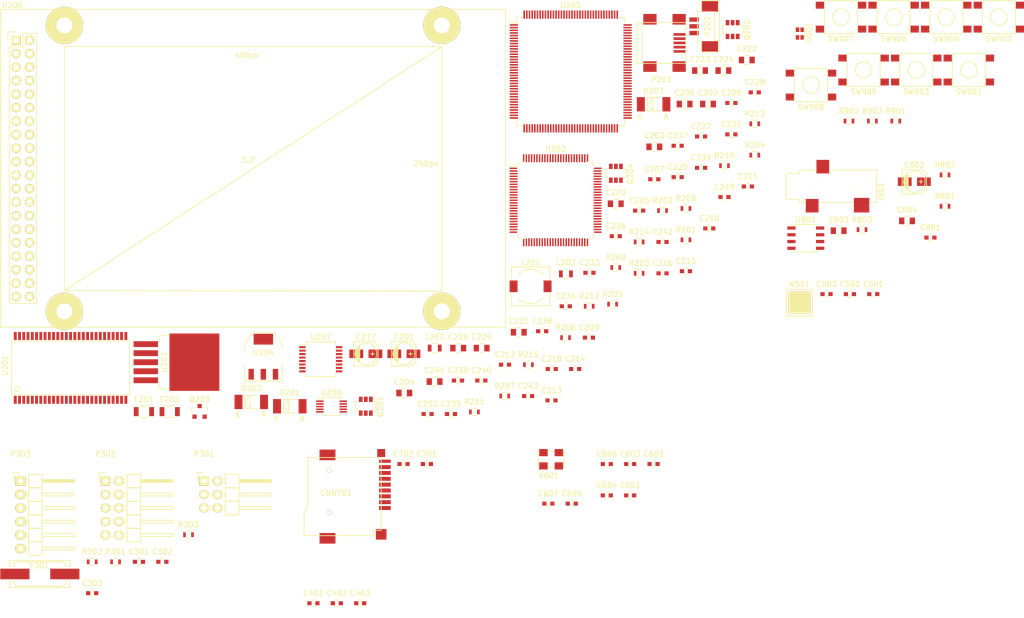
<source format=kicad_pcb>
(kicad_pcb (version 4) (host pcbnew "(2016-02-12 BZR 6554)-stable")

  (general
    (links 482)
    (no_connects 482)
    (area 0 0 0 0)
    (thickness 1.6)
    (drawings 0)
    (tracks 0)
    (zones 0)
    (modules 129)
    (nets 209)
  )

  (page A4)
  (layers
    (0 F.Cu signal)
    (31 B.Cu signal)
    (32 B.Adhes user)
    (33 F.Adhes user)
    (34 B.Paste user)
    (35 F.Paste user)
    (36 B.SilkS user)
    (37 F.SilkS user)
    (38 B.Mask user)
    (39 F.Mask user)
    (40 Dwgs.User user)
    (41 Cmts.User user)
    (42 Eco1.User user)
    (43 Eco2.User user)
    (44 Edge.Cuts user)
    (45 Margin user)
    (46 B.CrtYd user)
    (47 F.CrtYd user)
    (48 B.Fab user)
    (49 F.Fab user)
  )

  (setup
    (last_trace_width 0.25)
    (trace_clearance 0.2)
    (zone_clearance 0.508)
    (zone_45_only no)
    (trace_min 0.2)
    (segment_width 0.2)
    (edge_width 0.1)
    (via_size 0.6)
    (via_drill 0.4)
    (via_min_size 0.4)
    (via_min_drill 0.3)
    (uvia_size 0.3)
    (uvia_drill 0.1)
    (uvias_allowed no)
    (uvia_min_size 0.2)
    (uvia_min_drill 0.1)
    (pcb_text_width 0.3)
    (pcb_text_size 1.5 1.5)
    (mod_edge_width 0.15)
    (mod_text_size 1 1)
    (mod_text_width 0.15)
    (pad_size 1.5 1.5)
    (pad_drill 0.6)
    (pad_to_mask_clearance 0)
    (aux_axis_origin 0 0)
    (visible_elements FFFFFF7F)
    (pcbplotparams
      (layerselection 0x00030_ffffffff)
      (usegerberextensions false)
      (excludeedgelayer true)
      (linewidth 0.100000)
      (plotframeref false)
      (viasonmask false)
      (mode 1)
      (useauxorigin false)
      (hpglpennumber 1)
      (hpglpenspeed 20)
      (hpglpendiameter 15)
      (psnegative false)
      (psa4output false)
      (plotreference true)
      (plotvalue true)
      (plotinvisibletext false)
      (padsonsilk false)
      (subtractmaskfromsilk false)
      (outputformat 1)
      (mirror false)
      (drillshape 1)
      (scaleselection 1)
      (outputdirectory ""))
  )

  (net 0 "")
  (net 1 VSYS)
  (net 2 GND)
  (net 3 VSTM33)
  (net 4 /powersupply/VCAP1)
  (net 5 /powersupply/VCAP2)
  (net 6 VFPGA33)
  (net 7 +1V2)
  (net 8 "Net-(C229-Pad1)")
  (net 9 VUSB)
  (net 10 /debug/OSCIN)
  (net 11 /debug/OSCOUT)
  (net 12 /audio/DACVREF)
  (net 13 /audio/AOUTL)
  (net 14 /audio/FBL)
  (net 15 /audio/AOUTR)
  (net 16 /audio/FBR)
  (net 17 /FSMC/SDIO_CMD)
  (net 18 /sdcard/SDIO_D3)
  (net 19 /sdcard/SDIO_D2)
  (net 20 /sdcard/SDIO_CLK)
  (net 21 /sdcard/SDIO_D0)
  (net 22 /sdcard/SDIO_D1)
  (net 23 /sdcard/SDCARD_DETECT)
  (net 24 "Net-(D201-Pad1)")
  (net 25 /powersupply/SYS_VOLTAGE)
  (net 26 "Net-(D901-Pad2)")
  (net 27 "Net-(D901-Pad4)")
  (net 28 "Net-(D901-Pad3)")
  (net 29 "Net-(F201-Pad1)")
  (net 30 "Net-(F201-Pad2)")
  (net 31 VBAT)
  (net 32 "Net-(F202-Pad2)")
  (net 33 "Net-(P201-Pad2)")
  (net 34 "Net-(P201-Pad3)")
  (net 35 "Net-(P201-Pad4)")
  (net 36 "Net-(P201-Pad6)")
  (net 37 /powersupply/THERM)
  (net 38 /debug/NRST)
  (net 39 /debug/BOOT0)
  (net 40 /FSMC/BOOT1)
  (net 41 /debug/FTCK)
  (net 42 /debug/FTMS)
  (net 43 /debug/FTDI)
  (net 44 /debug/FTDO)
  (net 45 "Net-(P302-Pad8)")
  (net 46 "Net-(P302-Pad9)")
  (net 47 "Net-(P302-Pad10)")
  (net 48 /debug/JTCK)
  (net 49 /debug/JTMS)
  (net 50 /debug/JTDI)
  (net 51 /FSMC/JTDO)
  (net 52 /FSMC/JRST_N)
  (net 53 /powersupply/FPGA_ENABLE_N)
  (net 54 "Net-(Q202-Pad1)")
  (net 55 /FSMC/BACKLIGHT_EN_N)
  (net 56 /powersupply/CHARGE_ENABLE)
  (net 57 /powersupply/PROG_SWITCHED)
  (net 58 "Net-(R203-Pad1)")
  (net 59 /powersupply/TOE)
  (net 60 /powersupply/CFG0)
  (net 61 /powersupply/CHG_ACTIVE_N)
  (net 62 /powersupply/USB_PRESENT_N)
  (net 63 /powersupply/PROG)
  (net 64 "Net-(R801-Pad1)")
  (net 65 /userif/RGBLED0)
  (net 66 /userif/RGBLED1)
  (net 67 /userif/RGBLED2)
  (net 68 /userif/SW_LEFT)
  (net 69 /userif/SW_UP)
  (net 70 /userif/SW_DOWN)
  (net 71 /userif/SW_RIGHT)
  (net 72 /sdcard/SW_B)
  (net 73 /sdcard/SW_A)
  (net 74 /sdcard/SW_C)
  (net 75 /sdcard/SW_D)
  (net 76 /sdram/DQ0)
  (net 77 /sdram/DQ1)
  (net 78 /sdram/DQ2)
  (net 79 /sdram/DQ3)
  (net 80 /sdram/DQ4)
  (net 81 /sdram/DQ5)
  (net 82 /sdram/DQ6)
  (net 83 /sdram/DQ7)
  (net 84 /sdram/DQML)
  (net 85 /sdram/WE)
  (net 86 /sdram/CAS)
  (net 87 /sdram/RAS)
  (net 88 /sdram/CS)
  (net 89 /sdram/BA0)
  (net 90 /sdram/BA1)
  (net 91 /sdram/A10)
  (net 92 /sdram/A0)
  (net 93 /sdram/A1)
  (net 94 /sdram/A2)
  (net 95 /sdram/A3)
  (net 96 /sdram/A4)
  (net 97 /sdram/A5)
  (net 98 /sdram/A6)
  (net 99 /sdram/A7)
  (net 100 /sdram/A8)
  (net 101 /sdram/A9)
  (net 102 /sdram/A11)
  (net 103 "Net-(U201-Pad36)")
  (net 104 /sdram/CKE)
  (net 105 /sdram/CLK)
  (net 106 /sdram/DQMH)
  (net 107 "Net-(U201-Pad40)")
  (net 108 /sdram/DQ8)
  (net 109 /sdram/DQ9)
  (net 110 /sdram/DQ10)
  (net 111 /sdram/DQ11)
  (net 112 /sdram/DQ12)
  (net 113 /sdram/DQ13)
  (net 114 /sdram/DQ14)
  (net 115 /sdram/DQ15)
  (net 116 /FSMC/A23)
  (net 117 /FSMC/A19)
  (net 118 /FSMC/A20)
  (net 119 /FSMC/A21)
  (net 120 /FSMC/A22)
  (net 121 "Net-(U202-Pad7)")
  (net 122 "Net-(U202-Pad8)")
  (net 123 "Net-(U202-Pad9)")
  (net 124 /sdcard/OSC_EN)
  (net 125 "Net-(U202-Pad34)")
  (net 126 "Net-(U202-Pad35)")
  (net 127 "Net-(U202-Pad36)")
  (net 128 /FSMC/DA4)
  (net 129 /FSMC/DA5)
  (net 130 /FSMC/DA6)
  (net 131 /FSMC/DA7)
  (net 132 /FSMC/DA8)
  (net 133 /FSMC/DA9)
  (net 134 /FSMC/DA10)
  (net 135 /FSMC/DA11)
  (net 136 /FSMC/DA12)
  (net 137 "Net-(U202-Pad47)")
  (net 138 "Net-(U202-Pad48)")
  (net 139 /FSMC/T_CS)
  (net 140 /FSMC/T_CLK)
  (net 141 /FSMC/T_DOUT)
  (net 142 /FSMC/T_DIN)
  (net 143 /FSMC/DA13)
  (net 144 /FSMC/DA14)
  (net 145 /FSMC/DA15)
  (net 146 /FSMC/A16)
  (net 147 /FSMC/A17)
  (net 148 /FSMC/A18)
  (net 149 /FSMC/DA0)
  (net 150 /FSMC/DA1)
  (net 151 /display/T_BUSY)
  (net 152 /display/T_IRQ)
  (net 153 /FSMC/DA2)
  (net 154 /FSMC/DA3)
  (net 155 /FSMC/CLK)
  (net 156 /FSMC/OE_N)
  (net 157 /FSMC/WE_N)
  (net 158 /FSMC/WAIT_N)
  (net 159 /FSMC/E1_N)
  (net 160 "Net-(U202-Pad91)")
  (net 161 "Net-(U202-Pad92)")
  (net 162 /FSMC/ADV_N)
  (net 163 "Net-(U202-Pad95)")
  (net 164 "Net-(U202-Pad96)")
  (net 165 /FSMC/BL0_N)
  (net 166 /FSMC/BL1_N)
  (net 167 /audio/L3MODE)
  (net 168 /audio/ADATA)
  (net 169 /audio/L3DATA)
  (net 170 /audio/ACLK)
  (net 171 /sdram/CLK_50M)
  (net 172 /audio/AWS)
  (net 173 /audio/ABCK)
  (net 174 "Net-(U205-Pad73)")
  (net 175 /display/DB0)
  (net 176 /display/DB1)
  (net 177 /display/DB2)
  (net 178 /display/RS)
  (net 179 /display/DB3)
  (net 180 /display/WR)
  (net 181 /display/DB4)
  (net 182 /display/RD)
  (net 183 /display/DB5)
  (net 184 /display/DB8)
  (net 185 /display/DB6)
  (net 186 /display/DB9)
  (net 187 /display/DB7)
  (net 188 /display/DB10)
  (net 189 /display/DB11)
  (net 190 /display/DB12)
  (net 191 /display/DB13)
  (net 192 /display/DB14)
  (net 193 /display/DB15)
  (net 194 /display/CS)
  (net 195 /display/RST)
  (net 196 "Net-(U206-Pad5)")
  (net 197 "Net-(U206-Pad30)")
  (net 198 "Net-(U206-Pad31)")
  (net 199 "Net-(U206-Pad32)")
  (net 200 "Net-(U206-Pad34)")
  (net 201 "Net-(U206-Pad35)")
  (net 202 "Net-(U206-Pad36)")
  (net 203 "Net-(U206-Pad38)")
  (net 204 "Net-(U206-Pad39)")
  (net 205 "Net-(U206-Pad40)")
  (net 206 /audio/DACL)
  (net 207 /audio/DACR)
  (net 208 "Net-(U208-Pad4)")

  (net_class Default "This is the default net class."
    (clearance 0.2)
    (trace_width 0.25)
    (via_dia 0.6)
    (via_drill 0.4)
    (uvia_dia 0.3)
    (uvia_drill 0.1)
    (add_net +1V2)
    (add_net /FSMC/A16)
    (add_net /FSMC/A17)
    (add_net /FSMC/A18)
    (add_net /FSMC/A19)
    (add_net /FSMC/A20)
    (add_net /FSMC/A21)
    (add_net /FSMC/A22)
    (add_net /FSMC/A23)
    (add_net /FSMC/ADV_N)
    (add_net /FSMC/BACKLIGHT_EN_N)
    (add_net /FSMC/BL0_N)
    (add_net /FSMC/BL1_N)
    (add_net /FSMC/BOOT1)
    (add_net /FSMC/CLK)
    (add_net /FSMC/DA0)
    (add_net /FSMC/DA1)
    (add_net /FSMC/DA10)
    (add_net /FSMC/DA11)
    (add_net /FSMC/DA12)
    (add_net /FSMC/DA13)
    (add_net /FSMC/DA14)
    (add_net /FSMC/DA15)
    (add_net /FSMC/DA2)
    (add_net /FSMC/DA3)
    (add_net /FSMC/DA4)
    (add_net /FSMC/DA5)
    (add_net /FSMC/DA6)
    (add_net /FSMC/DA7)
    (add_net /FSMC/DA8)
    (add_net /FSMC/DA9)
    (add_net /FSMC/E1_N)
    (add_net /FSMC/JRST_N)
    (add_net /FSMC/JTDO)
    (add_net /FSMC/OE_N)
    (add_net /FSMC/SDIO_CMD)
    (add_net /FSMC/T_CLK)
    (add_net /FSMC/T_CS)
    (add_net /FSMC/T_DIN)
    (add_net /FSMC/T_DOUT)
    (add_net /FSMC/WAIT_N)
    (add_net /FSMC/WE_N)
    (add_net /audio/ABCK)
    (add_net /audio/ACLK)
    (add_net /audio/ADATA)
    (add_net /audio/AOUTL)
    (add_net /audio/AOUTR)
    (add_net /audio/AWS)
    (add_net /audio/DACL)
    (add_net /audio/DACR)
    (add_net /audio/DACVREF)
    (add_net /audio/FBL)
    (add_net /audio/FBR)
    (add_net /audio/L3DATA)
    (add_net /audio/L3MODE)
    (add_net /debug/BOOT0)
    (add_net /debug/FTCK)
    (add_net /debug/FTDI)
    (add_net /debug/FTDO)
    (add_net /debug/FTMS)
    (add_net /debug/JTCK)
    (add_net /debug/JTDI)
    (add_net /debug/JTMS)
    (add_net /debug/NRST)
    (add_net /debug/OSCIN)
    (add_net /debug/OSCOUT)
    (add_net /display/CS)
    (add_net /display/DB0)
    (add_net /display/DB1)
    (add_net /display/DB10)
    (add_net /display/DB11)
    (add_net /display/DB12)
    (add_net /display/DB13)
    (add_net /display/DB14)
    (add_net /display/DB15)
    (add_net /display/DB2)
    (add_net /display/DB3)
    (add_net /display/DB4)
    (add_net /display/DB5)
    (add_net /display/DB6)
    (add_net /display/DB7)
    (add_net /display/DB8)
    (add_net /display/DB9)
    (add_net /display/RD)
    (add_net /display/RS)
    (add_net /display/RST)
    (add_net /display/T_BUSY)
    (add_net /display/T_IRQ)
    (add_net /display/WR)
    (add_net /powersupply/CFG0)
    (add_net /powersupply/CHARGE_ENABLE)
    (add_net /powersupply/CHG_ACTIVE_N)
    (add_net /powersupply/FPGA_ENABLE_N)
    (add_net /powersupply/PROG)
    (add_net /powersupply/PROG_SWITCHED)
    (add_net /powersupply/SYS_VOLTAGE)
    (add_net /powersupply/THERM)
    (add_net /powersupply/TOE)
    (add_net /powersupply/USB_PRESENT_N)
    (add_net /powersupply/VCAP1)
    (add_net /powersupply/VCAP2)
    (add_net /sdcard/OSC_EN)
    (add_net /sdcard/SDCARD_DETECT)
    (add_net /sdcard/SDIO_CLK)
    (add_net /sdcard/SDIO_D0)
    (add_net /sdcard/SDIO_D1)
    (add_net /sdcard/SDIO_D2)
    (add_net /sdcard/SDIO_D3)
    (add_net /sdcard/SW_A)
    (add_net /sdcard/SW_B)
    (add_net /sdcard/SW_C)
    (add_net /sdcard/SW_D)
    (add_net /sdram/A0)
    (add_net /sdram/A1)
    (add_net /sdram/A10)
    (add_net /sdram/A11)
    (add_net /sdram/A2)
    (add_net /sdram/A3)
    (add_net /sdram/A4)
    (add_net /sdram/A5)
    (add_net /sdram/A6)
    (add_net /sdram/A7)
    (add_net /sdram/A8)
    (add_net /sdram/A9)
    (add_net /sdram/BA0)
    (add_net /sdram/BA1)
    (add_net /sdram/CAS)
    (add_net /sdram/CKE)
    (add_net /sdram/CLK)
    (add_net /sdram/CLK_50M)
    (add_net /sdram/CS)
    (add_net /sdram/DQ0)
    (add_net /sdram/DQ1)
    (add_net /sdram/DQ10)
    (add_net /sdram/DQ11)
    (add_net /sdram/DQ12)
    (add_net /sdram/DQ13)
    (add_net /sdram/DQ14)
    (add_net /sdram/DQ15)
    (add_net /sdram/DQ2)
    (add_net /sdram/DQ3)
    (add_net /sdram/DQ4)
    (add_net /sdram/DQ5)
    (add_net /sdram/DQ6)
    (add_net /sdram/DQ7)
    (add_net /sdram/DQ8)
    (add_net /sdram/DQ9)
    (add_net /sdram/DQMH)
    (add_net /sdram/DQML)
    (add_net /sdram/RAS)
    (add_net /sdram/WE)
    (add_net /userif/RGBLED0)
    (add_net /userif/RGBLED1)
    (add_net /userif/RGBLED2)
    (add_net /userif/SW_DOWN)
    (add_net /userif/SW_LEFT)
    (add_net /userif/SW_RIGHT)
    (add_net /userif/SW_UP)
    (add_net GND)
    (add_net "Net-(C229-Pad1)")
    (add_net "Net-(D201-Pad1)")
    (add_net "Net-(D901-Pad2)")
    (add_net "Net-(D901-Pad3)")
    (add_net "Net-(D901-Pad4)")
    (add_net "Net-(F201-Pad1)")
    (add_net "Net-(F201-Pad2)")
    (add_net "Net-(F202-Pad2)")
    (add_net "Net-(P201-Pad2)")
    (add_net "Net-(P201-Pad3)")
    (add_net "Net-(P201-Pad4)")
    (add_net "Net-(P201-Pad6)")
    (add_net "Net-(P302-Pad10)")
    (add_net "Net-(P302-Pad8)")
    (add_net "Net-(P302-Pad9)")
    (add_net "Net-(Q202-Pad1)")
    (add_net "Net-(R203-Pad1)")
    (add_net "Net-(R801-Pad1)")
    (add_net "Net-(U201-Pad36)")
    (add_net "Net-(U201-Pad40)")
    (add_net "Net-(U202-Pad34)")
    (add_net "Net-(U202-Pad35)")
    (add_net "Net-(U202-Pad36)")
    (add_net "Net-(U202-Pad47)")
    (add_net "Net-(U202-Pad48)")
    (add_net "Net-(U202-Pad7)")
    (add_net "Net-(U202-Pad8)")
    (add_net "Net-(U202-Pad9)")
    (add_net "Net-(U202-Pad91)")
    (add_net "Net-(U202-Pad92)")
    (add_net "Net-(U202-Pad95)")
    (add_net "Net-(U202-Pad96)")
    (add_net "Net-(U205-Pad73)")
    (add_net "Net-(U206-Pad30)")
    (add_net "Net-(U206-Pad31)")
    (add_net "Net-(U206-Pad32)")
    (add_net "Net-(U206-Pad34)")
    (add_net "Net-(U206-Pad35)")
    (add_net "Net-(U206-Pad36)")
    (add_net "Net-(U206-Pad38)")
    (add_net "Net-(U206-Pad39)")
    (add_net "Net-(U206-Pad40)")
    (add_net "Net-(U206-Pad5)")
    (add_net "Net-(U208-Pad4)")
    (add_net VBAT)
    (add_net VFPGA33)
    (add_net VSTM33)
    (add_net VSYS)
    (add_net VUSB)
  )

  (module Capacitors_SMD:c_elec_4x4.5 (layer F.Cu) (tedit 55725C01) (tstamp 56D850F1)
    (at 138.388976 119.905622)
    (descr "SMT capacitor, aluminium electrolytic, 4x4.5")
    (path /563244F7/56C2EA4B)
    (attr smd)
    (fp_text reference C201 (at 0 -3.175) (layer F.SilkS)
      (effects (font (size 1 1) (thickness 0.15)))
    )
    (fp_text value 220u (at 0 3.175) (layer F.Fab)
      (effects (font (size 1 1) (thickness 0.15)))
    )
    (fp_line (start -3.35 2.65) (end 3.35 2.65) (layer F.CrtYd) (width 0.05))
    (fp_line (start 3.35 -2.65) (end -3.35 -2.65) (layer F.CrtYd) (width 0.05))
    (fp_line (start -3.35 -2.65) (end -3.35 2.65) (layer F.CrtYd) (width 0.05))
    (fp_line (start 3.35 2.65) (end 3.35 -2.65) (layer F.CrtYd) (width 0.05))
    (fp_line (start 1.651 0) (end 0.889 0) (layer F.SilkS) (width 0.15))
    (fp_line (start 1.27 -0.381) (end 1.27 0.381) (layer F.SilkS) (width 0.15))
    (fp_line (start 1.524 2.286) (end -2.286 2.286) (layer F.SilkS) (width 0.15))
    (fp_line (start 2.286 -1.524) (end 2.286 1.524) (layer F.SilkS) (width 0.15))
    (fp_line (start 1.524 2.286) (end 2.286 1.524) (layer F.SilkS) (width 0.15))
    (fp_line (start 1.524 -2.286) (end -2.286 -2.286) (layer F.SilkS) (width 0.15))
    (fp_line (start 1.524 -2.286) (end 2.286 -1.524) (layer F.SilkS) (width 0.15))
    (fp_line (start -2.032 0.127) (end -2.032 -0.127) (layer F.SilkS) (width 0.15))
    (fp_line (start -1.905 -0.635) (end -1.905 0.635) (layer F.SilkS) (width 0.15))
    (fp_line (start -1.778 0.889) (end -1.778 -0.889) (layer F.SilkS) (width 0.15))
    (fp_line (start -1.651 1.143) (end -1.651 -1.143) (layer F.SilkS) (width 0.15))
    (fp_line (start -1.524 -1.27) (end -1.524 1.27) (layer F.SilkS) (width 0.15))
    (fp_line (start -1.397 1.397) (end -1.397 -1.397) (layer F.SilkS) (width 0.15))
    (fp_line (start -1.27 -1.524) (end -1.27 1.524) (layer F.SilkS) (width 0.15))
    (fp_line (start -1.143 -1.651) (end -1.143 1.651) (layer F.SilkS) (width 0.15))
    (fp_line (start -2.286 -2.286) (end -2.286 2.286) (layer F.SilkS) (width 0.15))
    (fp_circle (center 0 0) (end -2.032 0) (layer F.SilkS) (width 0.15))
    (pad 1 smd rect (at 1.80086 0) (size 2.60096 1.6002) (layers F.Cu F.Paste F.Mask)
      (net 1 VSYS))
    (pad 2 smd rect (at -1.80086 0) (size 2.60096 1.6002) (layers F.Cu F.Paste F.Mask)
      (net 2 GND))
    (model Capacitors_SMD.3dshapes/c_elec_4x4.5.wrl
      (at (xyz 0 0 0))
      (scale (xyz 1 1 1))
      (rotate (xyz 0 0 0))
    )
  )

  (module Capacitors_SMD:C_0805 (layer F.Cu) (tedit 5415D6EA) (tstamp 56D850FD)
    (at 195.607546 72.910622)
    (descr "Capacitor SMD 0805, reflow soldering, AVX (see smccp.pdf)")
    (tags "capacitor 0805")
    (path /563244F7/56C52C65)
    (attr smd)
    (fp_text reference C202 (at 0 -2.1) (layer F.SilkS)
      (effects (font (size 1 1) (thickness 0.15)))
    )
    (fp_text value 10u (at 0 2.1) (layer F.Fab)
      (effects (font (size 1 1) (thickness 0.15)))
    )
    (fp_line (start -1.8 -1) (end 1.8 -1) (layer F.CrtYd) (width 0.05))
    (fp_line (start -1.8 1) (end 1.8 1) (layer F.CrtYd) (width 0.05))
    (fp_line (start -1.8 -1) (end -1.8 1) (layer F.CrtYd) (width 0.05))
    (fp_line (start 1.8 -1) (end 1.8 1) (layer F.CrtYd) (width 0.05))
    (fp_line (start 0.5 -0.85) (end -0.5 -0.85) (layer F.SilkS) (width 0.15))
    (fp_line (start -0.5 0.85) (end 0.5 0.85) (layer F.SilkS) (width 0.15))
    (pad 1 smd rect (at -1 0) (size 1 1.25) (layers F.Cu F.Paste F.Mask)
      (net 3 VSTM33))
    (pad 2 smd rect (at 1 0) (size 1 1.25) (layers F.Cu F.Paste F.Mask)
      (net 2 GND))
    (model Capacitors_SMD.3dshapes/C_0805.wrl
      (at (xyz 0 0 0))
      (scale (xyz 1 1 1))
      (rotate (xyz 0 0 0))
    )
  )

  (module Capacitors_SMD:C_0805 (layer F.Cu) (tedit 5415D6EA) (tstamp 56D85109)
    (at 185.507546 80.960622)
    (descr "Capacitor SMD 0805, reflow soldering, AVX (see smccp.pdf)")
    (tags "capacitor 0805")
    (path /563244F7/56C5D114)
    (attr smd)
    (fp_text reference C203 (at 0 -2.1) (layer F.SilkS)
      (effects (font (size 1 1) (thickness 0.15)))
    )
    (fp_text value 2.2u (at 0 2.1) (layer F.Fab)
      (effects (font (size 1 1) (thickness 0.15)))
    )
    (fp_line (start -1.8 -1) (end 1.8 -1) (layer F.CrtYd) (width 0.05))
    (fp_line (start -1.8 1) (end 1.8 1) (layer F.CrtYd) (width 0.05))
    (fp_line (start -1.8 -1) (end -1.8 1) (layer F.CrtYd) (width 0.05))
    (fp_line (start 1.8 -1) (end 1.8 1) (layer F.CrtYd) (width 0.05))
    (fp_line (start 0.5 -0.85) (end -0.5 -0.85) (layer F.SilkS) (width 0.15))
    (fp_line (start -0.5 0.85) (end 0.5 0.85) (layer F.SilkS) (width 0.15))
    (pad 1 smd rect (at -1 0) (size 1 1.25) (layers F.Cu F.Paste F.Mask)
      (net 4 /powersupply/VCAP1))
    (pad 2 smd rect (at 1 0) (size 1 1.25) (layers F.Cu F.Paste F.Mask)
      (net 2 GND))
    (model Capacitors_SMD.3dshapes/C_0805.wrl
      (at (xyz 0 0 0))
      (scale (xyz 1 1 1))
      (rotate (xyz 0 0 0))
    )
  )

  (module Capacitors_SMD:C_0805 (layer F.Cu) (tedit 5415D6EA) (tstamp 56D85115)
    (at 138.457546 127.280622)
    (descr "Capacitor SMD 0805, reflow soldering, AVX (see smccp.pdf)")
    (tags "capacitor 0805")
    (path /563244F7/56324973)
    (attr smd)
    (fp_text reference C204 (at 0 -2.1) (layer F.SilkS)
      (effects (font (size 1 1) (thickness 0.15)))
    )
    (fp_text value 10u (at 0 2.1) (layer F.Fab)
      (effects (font (size 1 1) (thickness 0.15)))
    )
    (fp_line (start -1.8 -1) (end 1.8 -1) (layer F.CrtYd) (width 0.05))
    (fp_line (start -1.8 1) (end 1.8 1) (layer F.CrtYd) (width 0.05))
    (fp_line (start -1.8 -1) (end -1.8 1) (layer F.CrtYd) (width 0.05))
    (fp_line (start 1.8 -1) (end 1.8 1) (layer F.CrtYd) (width 0.05))
    (fp_line (start 0.5 -0.85) (end -0.5 -0.85) (layer F.SilkS) (width 0.15))
    (fp_line (start -0.5 0.85) (end 0.5 0.85) (layer F.SilkS) (width 0.15))
    (pad 1 smd rect (at -1 0) (size 1 1.25) (layers F.Cu F.Paste F.Mask)
      (net 1 VSYS))
    (pad 2 smd rect (at 1 0) (size 1 1.25) (layers F.Cu F.Paste F.Mask)
      (net 2 GND))
    (model Capacitors_SMD.3dshapes/C_0805.wrl
      (at (xyz 0 0 0))
      (scale (xyz 1 1 1))
      (rotate (xyz 0 0 0))
    )
  )

  (module Capacitors_SMD:C_0603 (layer F.Cu) (tedit 5415D631) (tstamp 56D85121)
    (at 182.657546 92.960622)
    (descr "Capacitor SMD 0603, reflow soldering, AVX (see smccp.pdf)")
    (tags "capacitor 0603")
    (path /563244F7/56C50D95)
    (attr smd)
    (fp_text reference C205 (at 0 -1.9) (layer F.SilkS)
      (effects (font (size 1 1) (thickness 0.15)))
    )
    (fp_text value 100n (at 0 1.9) (layer F.Fab)
      (effects (font (size 1 1) (thickness 0.15)))
    )
    (fp_line (start -1.45 -0.75) (end 1.45 -0.75) (layer F.CrtYd) (width 0.05))
    (fp_line (start -1.45 0.75) (end 1.45 0.75) (layer F.CrtYd) (width 0.05))
    (fp_line (start -1.45 -0.75) (end -1.45 0.75) (layer F.CrtYd) (width 0.05))
    (fp_line (start 1.45 -0.75) (end 1.45 0.75) (layer F.CrtYd) (width 0.05))
    (fp_line (start -0.35 -0.6) (end 0.35 -0.6) (layer F.SilkS) (width 0.15))
    (fp_line (start 0.35 0.6) (end -0.35 0.6) (layer F.SilkS) (width 0.15))
    (pad 1 smd rect (at -0.75 0) (size 0.8 0.75) (layers F.Cu F.Paste F.Mask)
      (net 3 VSTM33))
    (pad 2 smd rect (at 0.75 0) (size 0.8 0.75) (layers F.Cu F.Paste F.Mask)
      (net 2 GND))
    (model Capacitors_SMD.3dshapes/C_0603.wrl
      (at (xyz 0 0 0))
      (scale (xyz 1 1 1))
      (rotate (xyz 0 0 0))
    )
  )

  (module Capacitors_SMD:C_0805 (layer F.Cu) (tedit 5415D6EA) (tstamp 56D8512D)
    (at 191.207546 72.910622)
    (descr "Capacitor SMD 0805, reflow soldering, AVX (see smccp.pdf)")
    (tags "capacitor 0805")
    (path /563244F7/56C5C319)
    (attr smd)
    (fp_text reference C206 (at 0 -2.1) (layer F.SilkS)
      (effects (font (size 1 1) (thickness 0.15)))
    )
    (fp_text value 2.2u (at 0 2.1) (layer F.Fab)
      (effects (font (size 1 1) (thickness 0.15)))
    )
    (fp_line (start -1.8 -1) (end 1.8 -1) (layer F.CrtYd) (width 0.05))
    (fp_line (start -1.8 1) (end 1.8 1) (layer F.CrtYd) (width 0.05))
    (fp_line (start -1.8 -1) (end -1.8 1) (layer F.CrtYd) (width 0.05))
    (fp_line (start 1.8 -1) (end 1.8 1) (layer F.CrtYd) (width 0.05))
    (fp_line (start 0.5 -0.85) (end -0.5 -0.85) (layer F.SilkS) (width 0.15))
    (fp_line (start -0.5 0.85) (end 0.5 0.85) (layer F.SilkS) (width 0.15))
    (pad 1 smd rect (at -1 0) (size 1 1.25) (layers F.Cu F.Paste F.Mask)
      (net 5 /powersupply/VCAP2))
    (pad 2 smd rect (at 1 0) (size 1 1.25) (layers F.Cu F.Paste F.Mask)
      (net 2 GND))
    (model Capacitors_SMD.3dshapes/C_0805.wrl
      (at (xyz 0 0 0))
      (scale (xyz 1 1 1))
      (rotate (xyz 0 0 0))
    )
  )

  (module Capacitors_SMD:C_0603 (layer F.Cu) (tedit 5415D631) (tstamp 56D85139)
    (at 185.507546 87.060622)
    (descr "Capacitor SMD 0603, reflow soldering, AVX (see smccp.pdf)")
    (tags "capacitor 0603")
    (path /563244F7/56C5067D)
    (attr smd)
    (fp_text reference C207 (at 0 -1.9) (layer F.SilkS)
      (effects (font (size 1 1) (thickness 0.15)))
    )
    (fp_text value 100n (at 0 1.9) (layer F.Fab)
      (effects (font (size 1 1) (thickness 0.15)))
    )
    (fp_line (start -1.45 -0.75) (end 1.45 -0.75) (layer F.CrtYd) (width 0.05))
    (fp_line (start -1.45 0.75) (end 1.45 0.75) (layer F.CrtYd) (width 0.05))
    (fp_line (start -1.45 -0.75) (end -1.45 0.75) (layer F.CrtYd) (width 0.05))
    (fp_line (start 1.45 -0.75) (end 1.45 0.75) (layer F.CrtYd) (width 0.05))
    (fp_line (start -0.35 -0.6) (end 0.35 -0.6) (layer F.SilkS) (width 0.15))
    (fp_line (start 0.35 0.6) (end -0.35 0.6) (layer F.SilkS) (width 0.15))
    (pad 1 smd rect (at -0.75 0) (size 0.8 0.75) (layers F.Cu F.Paste F.Mask)
      (net 3 VSTM33))
    (pad 2 smd rect (at 0.75 0) (size 0.8 0.75) (layers F.Cu F.Paste F.Mask)
      (net 2 GND))
    (model Capacitors_SMD.3dshapes/C_0603.wrl
      (at (xyz 0 0 0))
      (scale (xyz 1 1 1))
      (rotate (xyz 0 0 0))
    )
  )

  (module Capacitors_SMD:C_0603 (layer F.Cu) (tedit 5415D631) (tstamp 56D85145)
    (at 200.007546 72.710622)
    (descr "Capacitor SMD 0603, reflow soldering, AVX (see smccp.pdf)")
    (tags "capacitor 0603")
    (path /563244F7/56C50683)
    (attr smd)
    (fp_text reference C208 (at 0 -1.9) (layer F.SilkS)
      (effects (font (size 1 1) (thickness 0.15)))
    )
    (fp_text value 100n (at 0 1.9) (layer F.Fab)
      (effects (font (size 1 1) (thickness 0.15)))
    )
    (fp_line (start -1.45 -0.75) (end 1.45 -0.75) (layer F.CrtYd) (width 0.05))
    (fp_line (start -1.45 0.75) (end 1.45 0.75) (layer F.CrtYd) (width 0.05))
    (fp_line (start -1.45 -0.75) (end -1.45 0.75) (layer F.CrtYd) (width 0.05))
    (fp_line (start 1.45 -0.75) (end 1.45 0.75) (layer F.CrtYd) (width 0.05))
    (fp_line (start -0.35 -0.6) (end 0.35 -0.6) (layer F.SilkS) (width 0.15))
    (fp_line (start 0.35 0.6) (end -0.35 0.6) (layer F.SilkS) (width 0.15))
    (pad 1 smd rect (at -0.75 0) (size 0.8 0.75) (layers F.Cu F.Paste F.Mask)
      (net 3 VSTM33))
    (pad 2 smd rect (at 0.75 0) (size 0.8 0.75) (layers F.Cu F.Paste F.Mask)
      (net 2 GND))
    (model Capacitors_SMD.3dshapes/C_0603.wrl
      (at (xyz 0 0 0))
      (scale (xyz 1 1 1))
      (rotate (xyz 0 0 0))
    )
  )

  (module Capacitors_SMD:C_0603 (layer F.Cu) (tedit 5415D631) (tstamp 56D85151)
    (at 173.207546 116.860622)
    (descr "Capacitor SMD 0603, reflow soldering, AVX (see smccp.pdf)")
    (tags "capacitor 0603")
    (path /563244F7/56C50689)
    (attr smd)
    (fp_text reference C209 (at 0 -1.9) (layer F.SilkS)
      (effects (font (size 1 1) (thickness 0.15)))
    )
    (fp_text value 100n (at 0 1.9) (layer F.Fab)
      (effects (font (size 1 1) (thickness 0.15)))
    )
    (fp_line (start -1.45 -0.75) (end 1.45 -0.75) (layer F.CrtYd) (width 0.05))
    (fp_line (start -1.45 0.75) (end 1.45 0.75) (layer F.CrtYd) (width 0.05))
    (fp_line (start -1.45 -0.75) (end -1.45 0.75) (layer F.CrtYd) (width 0.05))
    (fp_line (start 1.45 -0.75) (end 1.45 0.75) (layer F.CrtYd) (width 0.05))
    (fp_line (start -0.35 -0.6) (end 0.35 -0.6) (layer F.SilkS) (width 0.15))
    (fp_line (start 0.35 0.6) (end -0.35 0.6) (layer F.SilkS) (width 0.15))
    (pad 1 smd rect (at -0.75 0) (size 0.8 0.75) (layers F.Cu F.Paste F.Mask)
      (net 3 VSTM33))
    (pad 2 smd rect (at 0.75 0) (size 0.8 0.75) (layers F.Cu F.Paste F.Mask)
      (net 2 GND))
    (model Capacitors_SMD.3dshapes/C_0603.wrl
      (at (xyz 0 0 0))
      (scale (xyz 1 1 1))
      (rotate (xyz 0 0 0))
    )
  )

  (module Capacitors_SMD:C_0603 (layer F.Cu) (tedit 5415D631) (tstamp 56D8515D)
    (at 195.857546 96.310622)
    (descr "Capacitor SMD 0603, reflow soldering, AVX (see smccp.pdf)")
    (tags "capacitor 0603")
    (path /563244F7/56C5068F)
    (attr smd)
    (fp_text reference C210 (at 0 -1.9) (layer F.SilkS)
      (effects (font (size 1 1) (thickness 0.15)))
    )
    (fp_text value 100n (at 0 1.9) (layer F.Fab)
      (effects (font (size 1 1) (thickness 0.15)))
    )
    (fp_line (start -1.45 -0.75) (end 1.45 -0.75) (layer F.CrtYd) (width 0.05))
    (fp_line (start -1.45 0.75) (end 1.45 0.75) (layer F.CrtYd) (width 0.05))
    (fp_line (start -1.45 -0.75) (end -1.45 0.75) (layer F.CrtYd) (width 0.05))
    (fp_line (start 1.45 -0.75) (end 1.45 0.75) (layer F.CrtYd) (width 0.05))
    (fp_line (start -0.35 -0.6) (end 0.35 -0.6) (layer F.SilkS) (width 0.15))
    (fp_line (start 0.35 0.6) (end -0.35 0.6) (layer F.SilkS) (width 0.15))
    (pad 1 smd rect (at -0.75 0) (size 0.8 0.75) (layers F.Cu F.Paste F.Mask)
      (net 3 VSTM33))
    (pad 2 smd rect (at 0.75 0) (size 0.8 0.75) (layers F.Cu F.Paste F.Mask)
      (net 2 GND))
    (model Capacitors_SMD.3dshapes/C_0603.wrl
      (at (xyz 0 0 0))
      (scale (xyz 1 1 1))
      (rotate (xyz 0 0 0))
    )
  )

  (module Capacitors_SMD:C_0603 (layer F.Cu) (tedit 5415D631) (tstamp 56D85169)
    (at 203.107546 88.420622)
    (descr "Capacitor SMD 0603, reflow soldering, AVX (see smccp.pdf)")
    (tags "capacitor 0603")
    (path /563244F7/56C786E8)
    (attr smd)
    (fp_text reference C211 (at 0 -1.9) (layer F.SilkS)
      (effects (font (size 1 1) (thickness 0.15)))
    )
    (fp_text value 100n (at 0 1.9) (layer F.Fab)
      (effects (font (size 1 1) (thickness 0.15)))
    )
    (fp_line (start -1.45 -0.75) (end 1.45 -0.75) (layer F.CrtYd) (width 0.05))
    (fp_line (start -1.45 0.75) (end 1.45 0.75) (layer F.CrtYd) (width 0.05))
    (fp_line (start -1.45 -0.75) (end -1.45 0.75) (layer F.CrtYd) (width 0.05))
    (fp_line (start 1.45 -0.75) (end 1.45 0.75) (layer F.CrtYd) (width 0.05))
    (fp_line (start -0.35 -0.6) (end 0.35 -0.6) (layer F.SilkS) (width 0.15))
    (fp_line (start 0.35 0.6) (end -0.35 0.6) (layer F.SilkS) (width 0.15))
    (pad 1 smd rect (at -0.75 0) (size 0.8 0.75) (layers F.Cu F.Paste F.Mask)
      (net 6 VFPGA33))
    (pad 2 smd rect (at 0.75 0) (size 0.8 0.75) (layers F.Cu F.Paste F.Mask)
      (net 2 GND))
    (model Capacitors_SMD.3dshapes/C_0603.wrl
      (at (xyz 0 0 0))
      (scale (xyz 1 1 1))
      (rotate (xyz 0 0 0))
    )
  )

  (module Capacitors_SMD:C_0603 (layer F.Cu) (tedit 5415D631) (tstamp 56D85175)
    (at 157.417546 121.950622)
    (descr "Capacitor SMD 0603, reflow soldering, AVX (see smccp.pdf)")
    (tags "capacitor 0603")
    (path /563244F7/56C50695)
    (attr smd)
    (fp_text reference C212 (at 0 -1.9) (layer F.SilkS)
      (effects (font (size 1 1) (thickness 0.15)))
    )
    (fp_text value 100n (at 0 1.9) (layer F.Fab)
      (effects (font (size 1 1) (thickness 0.15)))
    )
    (fp_line (start -1.45 -0.75) (end 1.45 -0.75) (layer F.CrtYd) (width 0.05))
    (fp_line (start -1.45 0.75) (end 1.45 0.75) (layer F.CrtYd) (width 0.05))
    (fp_line (start -1.45 -0.75) (end -1.45 0.75) (layer F.CrtYd) (width 0.05))
    (fp_line (start 1.45 -0.75) (end 1.45 0.75) (layer F.CrtYd) (width 0.05))
    (fp_line (start -0.35 -0.6) (end 0.35 -0.6) (layer F.SilkS) (width 0.15))
    (fp_line (start 0.35 0.6) (end -0.35 0.6) (layer F.SilkS) (width 0.15))
    (pad 1 smd rect (at -0.75 0) (size 0.8 0.75) (layers F.Cu F.Paste F.Mask)
      (net 3 VSTM33))
    (pad 2 smd rect (at 0.75 0) (size 0.8 0.75) (layers F.Cu F.Paste F.Mask)
      (net 2 GND))
    (model Capacitors_SMD.3dshapes/C_0603.wrl
      (at (xyz 0 0 0))
      (scale (xyz 1 1 1))
      (rotate (xyz 0 0 0))
    )
  )

  (module Capacitors_SMD:C_0603 (layer F.Cu) (tedit 5415D631) (tstamp 56D85181)
    (at 166.167546 128.660622)
    (descr "Capacitor SMD 0603, reflow soldering, AVX (see smccp.pdf)")
    (tags "capacitor 0603")
    (path /563244F7/56C786EE)
    (attr smd)
    (fp_text reference C213 (at 0 -1.9) (layer F.SilkS)
      (effects (font (size 1 1) (thickness 0.15)))
    )
    (fp_text value 100n (at 0 1.9) (layer F.Fab)
      (effects (font (size 1 1) (thickness 0.15)))
    )
    (fp_line (start -1.45 -0.75) (end 1.45 -0.75) (layer F.CrtYd) (width 0.05))
    (fp_line (start -1.45 0.75) (end 1.45 0.75) (layer F.CrtYd) (width 0.05))
    (fp_line (start -1.45 -0.75) (end -1.45 0.75) (layer F.CrtYd) (width 0.05))
    (fp_line (start 1.45 -0.75) (end 1.45 0.75) (layer F.CrtYd) (width 0.05))
    (fp_line (start -0.35 -0.6) (end 0.35 -0.6) (layer F.SilkS) (width 0.15))
    (fp_line (start 0.35 0.6) (end -0.35 0.6) (layer F.SilkS) (width 0.15))
    (pad 1 smd rect (at -0.75 0) (size 0.8 0.75) (layers F.Cu F.Paste F.Mask)
      (net 6 VFPGA33))
    (pad 2 smd rect (at 0.75 0) (size 0.8 0.75) (layers F.Cu F.Paste F.Mask)
      (net 2 GND))
    (model Capacitors_SMD.3dshapes/C_0603.wrl
      (at (xyz 0 0 0))
      (scale (xyz 1 1 1))
      (rotate (xyz 0 0 0))
    )
  )

  (module Capacitors_SMD:C_0603 (layer F.Cu) (tedit 5415D631) (tstamp 56D8518D)
    (at 170.617546 122.760622)
    (descr "Capacitor SMD 0603, reflow soldering, AVX (see smccp.pdf)")
    (tags "capacitor 0603")
    (path /563244F7/56C5069B)
    (attr smd)
    (fp_text reference C214 (at 0 -1.9) (layer F.SilkS)
      (effects (font (size 1 1) (thickness 0.15)))
    )
    (fp_text value 100n (at 0 1.9) (layer F.Fab)
      (effects (font (size 1 1) (thickness 0.15)))
    )
    (fp_line (start -1.45 -0.75) (end 1.45 -0.75) (layer F.CrtYd) (width 0.05))
    (fp_line (start -1.45 0.75) (end 1.45 0.75) (layer F.CrtYd) (width 0.05))
    (fp_line (start -1.45 -0.75) (end -1.45 0.75) (layer F.CrtYd) (width 0.05))
    (fp_line (start 1.45 -0.75) (end 1.45 0.75) (layer F.CrtYd) (width 0.05))
    (fp_line (start -0.35 -0.6) (end 0.35 -0.6) (layer F.SilkS) (width 0.15))
    (fp_line (start 0.35 0.6) (end -0.35 0.6) (layer F.SilkS) (width 0.15))
    (pad 1 smd rect (at -0.75 0) (size 0.8 0.75) (layers F.Cu F.Paste F.Mask)
      (net 3 VSTM33))
    (pad 2 smd rect (at 0.75 0) (size 0.8 0.75) (layers F.Cu F.Paste F.Mask)
      (net 2 GND))
    (model Capacitors_SMD.3dshapes/C_0603.wrl
      (at (xyz 0 0 0))
      (scale (xyz 1 1 1))
      (rotate (xyz 0 0 0))
    )
  )

  (module Capacitors_SMD:C_0603 (layer F.Cu) (tedit 5415D631) (tstamp 56D85199)
    (at 191.457546 104.360622)
    (descr "Capacitor SMD 0603, reflow soldering, AVX (see smccp.pdf)")
    (tags "capacitor 0603")
    (path /563244F7/56C786F4)
    (attr smd)
    (fp_text reference C215 (at 0 -1.9) (layer F.SilkS)
      (effects (font (size 1 1) (thickness 0.15)))
    )
    (fp_text value 100n (at 0 1.9) (layer F.Fab)
      (effects (font (size 1 1) (thickness 0.15)))
    )
    (fp_line (start -1.45 -0.75) (end 1.45 -0.75) (layer F.CrtYd) (width 0.05))
    (fp_line (start -1.45 0.75) (end 1.45 0.75) (layer F.CrtYd) (width 0.05))
    (fp_line (start -1.45 -0.75) (end -1.45 0.75) (layer F.CrtYd) (width 0.05))
    (fp_line (start 1.45 -0.75) (end 1.45 0.75) (layer F.CrtYd) (width 0.05))
    (fp_line (start -0.35 -0.6) (end 0.35 -0.6) (layer F.SilkS) (width 0.15))
    (fp_line (start 0.35 0.6) (end -0.35 0.6) (layer F.SilkS) (width 0.15))
    (pad 1 smd rect (at -0.75 0) (size 0.8 0.75) (layers F.Cu F.Paste F.Mask)
      (net 6 VFPGA33))
    (pad 2 smd rect (at 0.75 0) (size 0.8 0.75) (layers F.Cu F.Paste F.Mask)
      (net 2 GND))
    (model Capacitors_SMD.3dshapes/C_0603.wrl
      (at (xyz 0 0 0))
      (scale (xyz 1 1 1))
      (rotate (xyz 0 0 0))
    )
  )

  (module Capacitors_SMD:C_0603 (layer F.Cu) (tedit 5415D631) (tstamp 56D851A5)
    (at 187.057546 104.760622)
    (descr "Capacitor SMD 0603, reflow soldering, AVX (see smccp.pdf)")
    (tags "capacitor 0603")
    (path /563244F7/56C506A1)
    (attr smd)
    (fp_text reference C216 (at 0 -1.9) (layer F.SilkS)
      (effects (font (size 1 1) (thickness 0.15)))
    )
    (fp_text value 100n (at 0 1.9) (layer F.Fab)
      (effects (font (size 1 1) (thickness 0.15)))
    )
    (fp_line (start -1.45 -0.75) (end 1.45 -0.75) (layer F.CrtYd) (width 0.05))
    (fp_line (start -1.45 0.75) (end 1.45 0.75) (layer F.CrtYd) (width 0.05))
    (fp_line (start -1.45 -0.75) (end -1.45 0.75) (layer F.CrtYd) (width 0.05))
    (fp_line (start 1.45 -0.75) (end 1.45 0.75) (layer F.CrtYd) (width 0.05))
    (fp_line (start -0.35 -0.6) (end 0.35 -0.6) (layer F.SilkS) (width 0.15))
    (fp_line (start 0.35 0.6) (end -0.35 0.6) (layer F.SilkS) (width 0.15))
    (pad 1 smd rect (at -0.75 0) (size 0.8 0.75) (layers F.Cu F.Paste F.Mask)
      (net 3 VSTM33))
    (pad 2 smd rect (at 0.75 0) (size 0.8 0.75) (layers F.Cu F.Paste F.Mask)
      (net 2 GND))
    (model Capacitors_SMD.3dshapes/C_0603.wrl
      (at (xyz 0 0 0))
      (scale (xyz 1 1 1))
      (rotate (xyz 0 0 0))
    )
  )

  (module Capacitors_SMD:c_elec_4x4.5 (layer F.Cu) (tedit 55725C01) (tstamp 56D851C0)
    (at 131.238976 119.905622)
    (descr "SMT capacitor, aluminium electrolytic, 4x4.5")
    (path /563244F7/56C2E260)
    (attr smd)
    (fp_text reference C217 (at 0 -3.175) (layer F.SilkS)
      (effects (font (size 1 1) (thickness 0.15)))
    )
    (fp_text value 220u (at 0 3.175) (layer F.Fab)
      (effects (font (size 1 1) (thickness 0.15)))
    )
    (fp_line (start -3.35 2.65) (end 3.35 2.65) (layer F.CrtYd) (width 0.05))
    (fp_line (start 3.35 -2.65) (end -3.35 -2.65) (layer F.CrtYd) (width 0.05))
    (fp_line (start -3.35 -2.65) (end -3.35 2.65) (layer F.CrtYd) (width 0.05))
    (fp_line (start 3.35 2.65) (end 3.35 -2.65) (layer F.CrtYd) (width 0.05))
    (fp_line (start 1.651 0) (end 0.889 0) (layer F.SilkS) (width 0.15))
    (fp_line (start 1.27 -0.381) (end 1.27 0.381) (layer F.SilkS) (width 0.15))
    (fp_line (start 1.524 2.286) (end -2.286 2.286) (layer F.SilkS) (width 0.15))
    (fp_line (start 2.286 -1.524) (end 2.286 1.524) (layer F.SilkS) (width 0.15))
    (fp_line (start 1.524 2.286) (end 2.286 1.524) (layer F.SilkS) (width 0.15))
    (fp_line (start 1.524 -2.286) (end -2.286 -2.286) (layer F.SilkS) (width 0.15))
    (fp_line (start 1.524 -2.286) (end 2.286 -1.524) (layer F.SilkS) (width 0.15))
    (fp_line (start -2.032 0.127) (end -2.032 -0.127) (layer F.SilkS) (width 0.15))
    (fp_line (start -1.905 -0.635) (end -1.905 0.635) (layer F.SilkS) (width 0.15))
    (fp_line (start -1.778 0.889) (end -1.778 -0.889) (layer F.SilkS) (width 0.15))
    (fp_line (start -1.651 1.143) (end -1.651 -1.143) (layer F.SilkS) (width 0.15))
    (fp_line (start -1.524 -1.27) (end -1.524 1.27) (layer F.SilkS) (width 0.15))
    (fp_line (start -1.397 1.397) (end -1.397 -1.397) (layer F.SilkS) (width 0.15))
    (fp_line (start -1.27 -1.524) (end -1.27 1.524) (layer F.SilkS) (width 0.15))
    (fp_line (start -1.143 -1.651) (end -1.143 1.651) (layer F.SilkS) (width 0.15))
    (fp_line (start -2.286 -2.286) (end -2.286 2.286) (layer F.SilkS) (width 0.15))
    (fp_circle (center 0 0) (end -2.032 0) (layer F.SilkS) (width 0.15))
    (pad 1 smd rect (at 1.80086 0) (size 2.60096 1.6002) (layers F.Cu F.Paste F.Mask)
      (net 3 VSTM33))
    (pad 2 smd rect (at -1.80086 0) (size 2.60096 1.6002) (layers F.Cu F.Paste F.Mask)
      (net 2 GND))
    (model Capacitors_SMD.3dshapes/c_elec_4x4.5.wrl
      (at (xyz 0 0 0))
      (scale (xyz 1 1 1))
      (rotate (xyz 0 0 0))
    )
  )

  (module Capacitors_SMD:C_0603 (layer F.Cu) (tedit 5415D631) (tstamp 56D851CC)
    (at 166.217546 122.760622)
    (descr "Capacitor SMD 0603, reflow soldering, AVX (see smccp.pdf)")
    (tags "capacitor 0603")
    (path /563244F7/56C78700)
    (attr smd)
    (fp_text reference C218 (at 0 -1.9) (layer F.SilkS)
      (effects (font (size 1 1) (thickness 0.15)))
    )
    (fp_text value 10n (at 0 1.9) (layer F.Fab)
      (effects (font (size 1 1) (thickness 0.15)))
    )
    (fp_line (start -1.45 -0.75) (end 1.45 -0.75) (layer F.CrtYd) (width 0.05))
    (fp_line (start -1.45 0.75) (end 1.45 0.75) (layer F.CrtYd) (width 0.05))
    (fp_line (start -1.45 -0.75) (end -1.45 0.75) (layer F.CrtYd) (width 0.05))
    (fp_line (start 1.45 -0.75) (end 1.45 0.75) (layer F.CrtYd) (width 0.05))
    (fp_line (start -0.35 -0.6) (end 0.35 -0.6) (layer F.SilkS) (width 0.15))
    (fp_line (start 0.35 0.6) (end -0.35 0.6) (layer F.SilkS) (width 0.15))
    (pad 1 smd rect (at -0.75 0) (size 0.8 0.75) (layers F.Cu F.Paste F.Mask)
      (net 6 VFPGA33))
    (pad 2 smd rect (at 0.75 0) (size 0.8 0.75) (layers F.Cu F.Paste F.Mask)
      (net 2 GND))
    (model Capacitors_SMD.3dshapes/C_0603.wrl
      (at (xyz 0 0 0))
      (scale (xyz 1 1 1))
      (rotate (xyz 0 0 0))
    )
  )

  (module Capacitors_SMD:C_0603 (layer F.Cu) (tedit 5415D631) (tstamp 56D851D8)
    (at 198.707546 90.410622)
    (descr "Capacitor SMD 0603, reflow soldering, AVX (see smccp.pdf)")
    (tags "capacitor 0603")
    (path /563244F7/56C5BFA7)
    (attr smd)
    (fp_text reference C219 (at 0 -1.9) (layer F.SilkS)
      (effects (font (size 1 1) (thickness 0.15)))
    )
    (fp_text value 100n (at 0 1.9) (layer F.Fab)
      (effects (font (size 1 1) (thickness 0.15)))
    )
    (fp_line (start -1.45 -0.75) (end 1.45 -0.75) (layer F.CrtYd) (width 0.05))
    (fp_line (start -1.45 0.75) (end 1.45 0.75) (layer F.CrtYd) (width 0.05))
    (fp_line (start -1.45 -0.75) (end -1.45 0.75) (layer F.CrtYd) (width 0.05))
    (fp_line (start 1.45 -0.75) (end 1.45 0.75) (layer F.CrtYd) (width 0.05))
    (fp_line (start -0.35 -0.6) (end 0.35 -0.6) (layer F.SilkS) (width 0.15))
    (fp_line (start 0.35 0.6) (end -0.35 0.6) (layer F.SilkS) (width 0.15))
    (pad 1 smd rect (at -0.75 0) (size 0.8 0.75) (layers F.Cu F.Paste F.Mask)
      (net 6 VFPGA33))
    (pad 2 smd rect (at 0.75 0) (size 0.8 0.75) (layers F.Cu F.Paste F.Mask)
      (net 2 GND))
    (model Capacitors_SMD.3dshapes/C_0603.wrl
      (at (xyz 0 0 0))
      (scale (xyz 1 1 1))
      (rotate (xyz 0 0 0))
    )
  )

  (module Capacitors_SMD:C_0805 (layer F.Cu) (tedit 5415D6EA) (tstamp 56D851E4)
    (at 178.257546 91.670622)
    (descr "Capacitor SMD 0805, reflow soldering, AVX (see smccp.pdf)")
    (tags "capacitor 0805")
    (path /563244F7/56C58841)
    (attr smd)
    (fp_text reference C220 (at 0 -2.1) (layer F.SilkS)
      (effects (font (size 1 1) (thickness 0.15)))
    )
    (fp_text value 2.2u (at 0 2.1) (layer F.Fab)
      (effects (font (size 1 1) (thickness 0.15)))
    )
    (fp_line (start -1.8 -1) (end 1.8 -1) (layer F.CrtYd) (width 0.05))
    (fp_line (start -1.8 1) (end 1.8 1) (layer F.CrtYd) (width 0.05))
    (fp_line (start -1.8 -1) (end -1.8 1) (layer F.CrtYd) (width 0.05))
    (fp_line (start 1.8 -1) (end 1.8 1) (layer F.CrtYd) (width 0.05))
    (fp_line (start 0.5 -0.85) (end -0.5 -0.85) (layer F.SilkS) (width 0.15))
    (fp_line (start -0.5 0.85) (end 0.5 0.85) (layer F.SilkS) (width 0.15))
    (pad 1 smd rect (at -1 0) (size 1 1.25) (layers F.Cu F.Paste F.Mask)
      (net 6 VFPGA33))
    (pad 2 smd rect (at 1 0) (size 1 1.25) (layers F.Cu F.Paste F.Mask)
      (net 2 GND))
    (model Capacitors_SMD.3dshapes/C_0805.wrl
      (at (xyz 0 0 0))
      (scale (xyz 1 1 1))
      (rotate (xyz 0 0 0))
    )
  )

  (module Capacitors_SMD:C_0805 (layer F.Cu) (tedit 5415D6EA) (tstamp 56D851F0)
    (at 160.007546 115.850622)
    (descr "Capacitor SMD 0805, reflow soldering, AVX (see smccp.pdf)")
    (tags "capacitor 0805")
    (path /563244F7/56325A6A)
    (attr smd)
    (fp_text reference C221 (at 0 -2.1) (layer F.SilkS)
      (effects (font (size 1 1) (thickness 0.15)))
    )
    (fp_text value 10u (at 0 2.1) (layer F.Fab)
      (effects (font (size 1 1) (thickness 0.15)))
    )
    (fp_line (start -1.8 -1) (end 1.8 -1) (layer F.CrtYd) (width 0.05))
    (fp_line (start -1.8 1) (end 1.8 1) (layer F.CrtYd) (width 0.05))
    (fp_line (start -1.8 -1) (end -1.8 1) (layer F.CrtYd) (width 0.05))
    (fp_line (start 1.8 -1) (end 1.8 1) (layer F.CrtYd) (width 0.05))
    (fp_line (start 0.5 -0.85) (end -0.5 -0.85) (layer F.SilkS) (width 0.15))
    (fp_line (start -0.5 0.85) (end 0.5 0.85) (layer F.SilkS) (width 0.15))
    (pad 1 smd rect (at -1 0) (size 1 1.25) (layers F.Cu F.Paste F.Mask)
      (net 6 VFPGA33))
    (pad 2 smd rect (at 1 0) (size 1 1.25) (layers F.Cu F.Paste F.Mask)
      (net 2 GND))
    (model Capacitors_SMD.3dshapes/C_0805.wrl
      (at (xyz 0 0 0))
      (scale (xyz 1 1 1))
      (rotate (xyz 0 0 0))
    )
  )

  (module Capacitors_SMD:C_0805 (layer F.Cu) (tedit 5415D6EA) (tstamp 56D851FC)
    (at 202.907546 64.620622)
    (descr "Capacitor SMD 0805, reflow soldering, AVX (see smccp.pdf)")
    (tags "capacitor 0805")
    (path /563244F7/563274D8)
    (attr smd)
    (fp_text reference C222 (at 0 -2.1) (layer F.SilkS)
      (effects (font (size 1 1) (thickness 0.15)))
    )
    (fp_text value 10u (at 0 2.1) (layer F.Fab)
      (effects (font (size 1 1) (thickness 0.15)))
    )
    (fp_line (start -1.8 -1) (end 1.8 -1) (layer F.CrtYd) (width 0.05))
    (fp_line (start -1.8 1) (end 1.8 1) (layer F.CrtYd) (width 0.05))
    (fp_line (start -1.8 -1) (end -1.8 1) (layer F.CrtYd) (width 0.05))
    (fp_line (start 1.8 -1) (end 1.8 1) (layer F.CrtYd) (width 0.05))
    (fp_line (start 0.5 -0.85) (end -0.5 -0.85) (layer F.SilkS) (width 0.15))
    (fp_line (start -0.5 0.85) (end 0.5 0.85) (layer F.SilkS) (width 0.15))
    (pad 1 smd rect (at -1 0) (size 1 1.25) (layers F.Cu F.Paste F.Mask)
      (net 6 VFPGA33))
    (pad 2 smd rect (at 1 0) (size 1 1.25) (layers F.Cu F.Paste F.Mask)
      (net 2 GND))
    (model Capacitors_SMD.3dshapes/C_0805.wrl
      (at (xyz 0 0 0))
      (scale (xyz 1 1 1))
      (rotate (xyz 0 0 0))
    )
  )

  (module Capacitors_SMD:C_0805 (layer F.Cu) (tedit 5415D6EA) (tstamp 56D85208)
    (at 194.107546 66.610622)
    (descr "Capacitor SMD 0805, reflow soldering, AVX (see smccp.pdf)")
    (tags "capacitor 0805")
    (path /563244F7/563274DE)
    (attr smd)
    (fp_text reference C223 (at 0 -2.1) (layer F.SilkS)
      (effects (font (size 1 1) (thickness 0.15)))
    )
    (fp_text value 1u (at 0 2.1) (layer F.Fab)
      (effects (font (size 1 1) (thickness 0.15)))
    )
    (fp_line (start -1.8 -1) (end 1.8 -1) (layer F.CrtYd) (width 0.05))
    (fp_line (start -1.8 1) (end 1.8 1) (layer F.CrtYd) (width 0.05))
    (fp_line (start -1.8 -1) (end -1.8 1) (layer F.CrtYd) (width 0.05))
    (fp_line (start 1.8 -1) (end 1.8 1) (layer F.CrtYd) (width 0.05))
    (fp_line (start 0.5 -0.85) (end -0.5 -0.85) (layer F.SilkS) (width 0.15))
    (fp_line (start -0.5 0.85) (end 0.5 0.85) (layer F.SilkS) (width 0.15))
    (pad 1 smd rect (at -1 0) (size 1 1.25) (layers F.Cu F.Paste F.Mask)
      (net 6 VFPGA33))
    (pad 2 smd rect (at 1 0) (size 1 1.25) (layers F.Cu F.Paste F.Mask)
      (net 2 GND))
    (model Capacitors_SMD.3dshapes/C_0805.wrl
      (at (xyz 0 0 0))
      (scale (xyz 1 1 1))
      (rotate (xyz 0 0 0))
    )
  )

  (module Capacitors_SMD:C_0805 (layer F.Cu) (tedit 5415D6EA) (tstamp 56D85214)
    (at 198.507546 66.610622)
    (descr "Capacitor SMD 0805, reflow soldering, AVX (see smccp.pdf)")
    (tags "capacitor 0805")
    (path /563244F7/56326B84)
    (attr smd)
    (fp_text reference C224 (at 0 -2.1) (layer F.SilkS)
      (effects (font (size 1 1) (thickness 0.15)))
    )
    (fp_text value 10u (at 0 2.1) (layer F.Fab)
      (effects (font (size 1 1) (thickness 0.15)))
    )
    (fp_line (start -1.8 -1) (end 1.8 -1) (layer F.CrtYd) (width 0.05))
    (fp_line (start -1.8 1) (end 1.8 1) (layer F.CrtYd) (width 0.05))
    (fp_line (start -1.8 -1) (end -1.8 1) (layer F.CrtYd) (width 0.05))
    (fp_line (start 1.8 -1) (end 1.8 1) (layer F.CrtYd) (width 0.05))
    (fp_line (start 0.5 -0.85) (end -0.5 -0.85) (layer F.SilkS) (width 0.15))
    (fp_line (start -0.5 0.85) (end 0.5 0.85) (layer F.SilkS) (width 0.15))
    (pad 1 smd rect (at -1 0) (size 1 1.25) (layers F.Cu F.Paste F.Mask)
      (net 7 +1V2))
    (pad 2 smd rect (at 1 0) (size 1 1.25) (layers F.Cu F.Paste F.Mask)
      (net 2 GND))
    (model Capacitors_SMD.3dshapes/C_0805.wrl
      (at (xyz 0 0 0))
      (scale (xyz 1 1 1))
      (rotate (xyz 0 0 0))
    )
  )

  (module Capacitors_SMD:C_0603 (layer F.Cu) (tedit 5415D631) (tstamp 56D85220)
    (at 189.907546 86.660622)
    (descr "Capacitor SMD 0603, reflow soldering, AVX (see smccp.pdf)")
    (tags "capacitor 0603")
    (path /563244F7/563274E4)
    (attr smd)
    (fp_text reference C225 (at 0 -1.9) (layer F.SilkS)
      (effects (font (size 1 1) (thickness 0.15)))
    )
    (fp_text value 100n (at 0 1.9) (layer F.Fab)
      (effects (font (size 1 1) (thickness 0.15)))
    )
    (fp_line (start -1.45 -0.75) (end 1.45 -0.75) (layer F.CrtYd) (width 0.05))
    (fp_line (start -1.45 0.75) (end 1.45 0.75) (layer F.CrtYd) (width 0.05))
    (fp_line (start -1.45 -0.75) (end -1.45 0.75) (layer F.CrtYd) (width 0.05))
    (fp_line (start 1.45 -0.75) (end 1.45 0.75) (layer F.CrtYd) (width 0.05))
    (fp_line (start -0.35 -0.6) (end 0.35 -0.6) (layer F.SilkS) (width 0.15))
    (fp_line (start 0.35 0.6) (end -0.35 0.6) (layer F.SilkS) (width 0.15))
    (pad 1 smd rect (at -0.75 0) (size 0.8 0.75) (layers F.Cu F.Paste F.Mask)
      (net 6 VFPGA33))
    (pad 2 smd rect (at 0.75 0) (size 0.8 0.75) (layers F.Cu F.Paste F.Mask)
      (net 2 GND))
    (model Capacitors_SMD.3dshapes/C_0603.wrl
      (at (xyz 0 0 0))
      (scale (xyz 1 1 1))
      (rotate (xyz 0 0 0))
    )
  )

  (module Capacitors_SMD:C_0805 (layer F.Cu) (tedit 5415D6EA) (tstamp 56D8522C)
    (at 148.617546 118.830622)
    (descr "Capacitor SMD 0805, reflow soldering, AVX (see smccp.pdf)")
    (tags "capacitor 0805")
    (path /563244F7/56326C38)
    (attr smd)
    (fp_text reference C226 (at 0 -2.1) (layer F.SilkS)
      (effects (font (size 1 1) (thickness 0.15)))
    )
    (fp_text value 1u (at 0 2.1) (layer F.Fab)
      (effects (font (size 1 1) (thickness 0.15)))
    )
    (fp_line (start -1.8 -1) (end 1.8 -1) (layer F.CrtYd) (width 0.05))
    (fp_line (start -1.8 1) (end 1.8 1) (layer F.CrtYd) (width 0.05))
    (fp_line (start -1.8 -1) (end -1.8 1) (layer F.CrtYd) (width 0.05))
    (fp_line (start 1.8 -1) (end 1.8 1) (layer F.CrtYd) (width 0.05))
    (fp_line (start 0.5 -0.85) (end -0.5 -0.85) (layer F.SilkS) (width 0.15))
    (fp_line (start -0.5 0.85) (end 0.5 0.85) (layer F.SilkS) (width 0.15))
    (pad 1 smd rect (at -1 0) (size 1 1.25) (layers F.Cu F.Paste F.Mask)
      (net 7 +1V2))
    (pad 2 smd rect (at 1 0) (size 1 1.25) (layers F.Cu F.Paste F.Mask)
      (net 2 GND))
    (model Capacitors_SMD.3dshapes/C_0805.wrl
      (at (xyz 0 0 0))
      (scale (xyz 1 1 1))
      (rotate (xyz 0 0 0))
    )
  )

  (module Capacitors_SMD:C_0603 (layer F.Cu) (tedit 5415D631) (tstamp 56D85238)
    (at 194.307546 79.010622)
    (descr "Capacitor SMD 0603, reflow soldering, AVX (see smccp.pdf)")
    (tags "capacitor 0603")
    (path /563244F7/563274EA)
    (attr smd)
    (fp_text reference C227 (at 0 -1.9) (layer F.SilkS)
      (effects (font (size 1 1) (thickness 0.15)))
    )
    (fp_text value 100n (at 0 1.9) (layer F.Fab)
      (effects (font (size 1 1) (thickness 0.15)))
    )
    (fp_line (start -1.45 -0.75) (end 1.45 -0.75) (layer F.CrtYd) (width 0.05))
    (fp_line (start -1.45 0.75) (end 1.45 0.75) (layer F.CrtYd) (width 0.05))
    (fp_line (start -1.45 -0.75) (end -1.45 0.75) (layer F.CrtYd) (width 0.05))
    (fp_line (start 1.45 -0.75) (end 1.45 0.75) (layer F.CrtYd) (width 0.05))
    (fp_line (start -0.35 -0.6) (end 0.35 -0.6) (layer F.SilkS) (width 0.15))
    (fp_line (start 0.35 0.6) (end -0.35 0.6) (layer F.SilkS) (width 0.15))
    (pad 1 smd rect (at -0.75 0) (size 0.8 0.75) (layers F.Cu F.Paste F.Mask)
      (net 6 VFPGA33))
    (pad 2 smd rect (at 0.75 0) (size 0.8 0.75) (layers F.Cu F.Paste F.Mask)
      (net 2 GND))
    (model Capacitors_SMD.3dshapes/C_0603.wrl
      (at (xyz 0 0 0))
      (scale (xyz 1 1 1))
      (rotate (xyz 0 0 0))
    )
  )

  (module Capacitors_SMD:C_0603 (layer F.Cu) (tedit 5415D631) (tstamp 56D85244)
    (at 204.407546 70.720622)
    (descr "Capacitor SMD 0603, reflow soldering, AVX (see smccp.pdf)")
    (tags "capacitor 0603")
    (path /563244F7/56326CB4)
    (attr smd)
    (fp_text reference C228 (at 0 -1.9) (layer F.SilkS)
      (effects (font (size 1 1) (thickness 0.15)))
    )
    (fp_text value 100n (at 0 1.9) (layer F.Fab)
      (effects (font (size 1 1) (thickness 0.15)))
    )
    (fp_line (start -1.45 -0.75) (end 1.45 -0.75) (layer F.CrtYd) (width 0.05))
    (fp_line (start -1.45 0.75) (end 1.45 0.75) (layer F.CrtYd) (width 0.05))
    (fp_line (start -1.45 -0.75) (end -1.45 0.75) (layer F.CrtYd) (width 0.05))
    (fp_line (start 1.45 -0.75) (end 1.45 0.75) (layer F.CrtYd) (width 0.05))
    (fp_line (start -0.35 -0.6) (end 0.35 -0.6) (layer F.SilkS) (width 0.15))
    (fp_line (start 0.35 0.6) (end -0.35 0.6) (layer F.SilkS) (width 0.15))
    (pad 1 smd rect (at -0.75 0) (size 0.8 0.75) (layers F.Cu F.Paste F.Mask)
      (net 7 +1V2))
    (pad 2 smd rect (at 0.75 0) (size 0.8 0.75) (layers F.Cu F.Paste F.Mask)
      (net 2 GND))
    (model Capacitors_SMD.3dshapes/C_0603.wrl
      (at (xyz 0 0 0))
      (scale (xyz 1 1 1))
      (rotate (xyz 0 0 0))
    )
  )

  (module Capacitors_SMD:C_0805 (layer F.Cu) (tedit 5415D6EA) (tstamp 56D85250)
    (at 153.017546 118.830622)
    (descr "Capacitor SMD 0805, reflow soldering, AVX (see smccp.pdf)")
    (tags "capacitor 0805")
    (path /563244F7/56C62D98)
    (attr smd)
    (fp_text reference C229 (at 0 -2.1) (layer F.SilkS)
      (effects (font (size 1 1) (thickness 0.15)))
    )
    (fp_text value 10u (at 0 2.1) (layer F.Fab)
      (effects (font (size 1 1) (thickness 0.15)))
    )
    (fp_line (start -1.8 -1) (end 1.8 -1) (layer F.CrtYd) (width 0.05))
    (fp_line (start -1.8 1) (end 1.8 1) (layer F.CrtYd) (width 0.05))
    (fp_line (start -1.8 -1) (end -1.8 1) (layer F.CrtYd) (width 0.05))
    (fp_line (start 1.8 -1) (end 1.8 1) (layer F.CrtYd) (width 0.05))
    (fp_line (start 0.5 -0.85) (end -0.5 -0.85) (layer F.SilkS) (width 0.15))
    (fp_line (start -0.5 0.85) (end 0.5 0.85) (layer F.SilkS) (width 0.15))
    (pad 1 smd rect (at -1 0) (size 1 1.25) (layers F.Cu F.Paste F.Mask)
      (net 8 "Net-(C229-Pad1)"))
    (pad 2 smd rect (at 1 0) (size 1 1.25) (layers F.Cu F.Paste F.Mask)
      (net 2 GND))
    (model Capacitors_SMD.3dshapes/C_0805.wrl
      (at (xyz 0 0 0))
      (scale (xyz 1 1 1))
      (rotate (xyz 0 0 0))
    )
  )

  (module Capacitors_SMD:C_0603 (layer F.Cu) (tedit 5415D631) (tstamp 56D8525C)
    (at 148.567546 124.930622)
    (descr "Capacitor SMD 0603, reflow soldering, AVX (see smccp.pdf)")
    (tags "capacitor 0603")
    (path /563244F7/563274F0)
    (attr smd)
    (fp_text reference C230 (at 0 -1.9) (layer F.SilkS)
      (effects (font (size 1 1) (thickness 0.15)))
    )
    (fp_text value 100n (at 0 1.9) (layer F.Fab)
      (effects (font (size 1 1) (thickness 0.15)))
    )
    (fp_line (start -1.45 -0.75) (end 1.45 -0.75) (layer F.CrtYd) (width 0.05))
    (fp_line (start -1.45 0.75) (end 1.45 0.75) (layer F.CrtYd) (width 0.05))
    (fp_line (start -1.45 -0.75) (end -1.45 0.75) (layer F.CrtYd) (width 0.05))
    (fp_line (start 1.45 -0.75) (end 1.45 0.75) (layer F.CrtYd) (width 0.05))
    (fp_line (start -0.35 -0.6) (end 0.35 -0.6) (layer F.SilkS) (width 0.15))
    (fp_line (start 0.35 0.6) (end -0.35 0.6) (layer F.SilkS) (width 0.15))
    (pad 1 smd rect (at -0.75 0) (size 0.8 0.75) (layers F.Cu F.Paste F.Mask)
      (net 6 VFPGA33))
    (pad 2 smd rect (at 0.75 0) (size 0.8 0.75) (layers F.Cu F.Paste F.Mask)
      (net 2 GND))
    (model Capacitors_SMD.3dshapes/C_0603.wrl
      (at (xyz 0 0 0))
      (scale (xyz 1 1 1))
      (rotate (xyz 0 0 0))
    )
  )

  (module Capacitors_SMD:C_0603 (layer F.Cu) (tedit 5415D631) (tstamp 56D85268)
    (at 200.007546 78.610622)
    (descr "Capacitor SMD 0603, reflow soldering, AVX (see smccp.pdf)")
    (tags "capacitor 0603")
    (path /563244F7/56326D36)
    (attr smd)
    (fp_text reference C231 (at 0 -1.9) (layer F.SilkS)
      (effects (font (size 1 1) (thickness 0.15)))
    )
    (fp_text value 100n (at 0 1.9) (layer F.Fab)
      (effects (font (size 1 1) (thickness 0.15)))
    )
    (fp_line (start -1.45 -0.75) (end 1.45 -0.75) (layer F.CrtYd) (width 0.05))
    (fp_line (start -1.45 0.75) (end 1.45 0.75) (layer F.CrtYd) (width 0.05))
    (fp_line (start -1.45 -0.75) (end -1.45 0.75) (layer F.CrtYd) (width 0.05))
    (fp_line (start 1.45 -0.75) (end 1.45 0.75) (layer F.CrtYd) (width 0.05))
    (fp_line (start -0.35 -0.6) (end 0.35 -0.6) (layer F.SilkS) (width 0.15))
    (fp_line (start 0.35 0.6) (end -0.35 0.6) (layer F.SilkS) (width 0.15))
    (pad 1 smd rect (at -0.75 0) (size 0.8 0.75) (layers F.Cu F.Paste F.Mask)
      (net 7 +1V2))
    (pad 2 smd rect (at 0.75 0) (size 0.8 0.75) (layers F.Cu F.Paste F.Mask)
      (net 2 GND))
    (model Capacitors_SMD.3dshapes/C_0603.wrl
      (at (xyz 0 0 0))
      (scale (xyz 1 1 1))
      (rotate (xyz 0 0 0))
    )
  )

  (module Capacitors_SMD:C_0603 (layer F.Cu) (tedit 5415D631) (tstamp 56D85274)
    (at 142.857546 131.230622)
    (descr "Capacitor SMD 0603, reflow soldering, AVX (see smccp.pdf)")
    (tags "capacitor 0603")
    (path /563244F7/56325A82)
    (attr smd)
    (fp_text reference C232 (at 0 -1.9) (layer F.SilkS)
      (effects (font (size 1 1) (thickness 0.15)))
    )
    (fp_text value 100n (at 0 1.9) (layer F.Fab)
      (effects (font (size 1 1) (thickness 0.15)))
    )
    (fp_line (start -1.45 -0.75) (end 1.45 -0.75) (layer F.CrtYd) (width 0.05))
    (fp_line (start -1.45 0.75) (end 1.45 0.75) (layer F.CrtYd) (width 0.05))
    (fp_line (start -1.45 -0.75) (end -1.45 0.75) (layer F.CrtYd) (width 0.05))
    (fp_line (start 1.45 -0.75) (end 1.45 0.75) (layer F.CrtYd) (width 0.05))
    (fp_line (start -0.35 -0.6) (end 0.35 -0.6) (layer F.SilkS) (width 0.15))
    (fp_line (start 0.35 0.6) (end -0.35 0.6) (layer F.SilkS) (width 0.15))
    (pad 1 smd rect (at -0.75 0) (size 0.8 0.75) (layers F.Cu F.Paste F.Mask)
      (net 8 "Net-(C229-Pad1)"))
    (pad 2 smd rect (at 0.75 0) (size 0.8 0.75) (layers F.Cu F.Paste F.Mask)
      (net 2 GND))
    (model Capacitors_SMD.3dshapes/C_0603.wrl
      (at (xyz 0 0 0))
      (scale (xyz 1 1 1))
      (rotate (xyz 0 0 0))
    )
  )

  (module Capacitors_SMD:C_0603 (layer F.Cu) (tedit 5415D631) (tstamp 56D85280)
    (at 173.307546 104.660622)
    (descr "Capacitor SMD 0603, reflow soldering, AVX (see smccp.pdf)")
    (tags "capacitor 0603")
    (path /563244F7/563274F6)
    (attr smd)
    (fp_text reference C233 (at 0 -1.9) (layer F.SilkS)
      (effects (font (size 1 1) (thickness 0.15)))
    )
    (fp_text value 100n (at 0 1.9) (layer F.Fab)
      (effects (font (size 1 1) (thickness 0.15)))
    )
    (fp_line (start -1.45 -0.75) (end 1.45 -0.75) (layer F.CrtYd) (width 0.05))
    (fp_line (start -1.45 0.75) (end 1.45 0.75) (layer F.CrtYd) (width 0.05))
    (fp_line (start -1.45 -0.75) (end -1.45 0.75) (layer F.CrtYd) (width 0.05))
    (fp_line (start 1.45 -0.75) (end 1.45 0.75) (layer F.CrtYd) (width 0.05))
    (fp_line (start -0.35 -0.6) (end 0.35 -0.6) (layer F.SilkS) (width 0.15))
    (fp_line (start 0.35 0.6) (end -0.35 0.6) (layer F.SilkS) (width 0.15))
    (pad 1 smd rect (at -0.75 0) (size 0.8 0.75) (layers F.Cu F.Paste F.Mask)
      (net 6 VFPGA33))
    (pad 2 smd rect (at 0.75 0) (size 0.8 0.75) (layers F.Cu F.Paste F.Mask)
      (net 2 GND))
    (model Capacitors_SMD.3dshapes/C_0603.wrl
      (at (xyz 0 0 0))
      (scale (xyz 1 1 1))
      (rotate (xyz 0 0 0))
    )
  )

  (module Capacitors_SMD:C_0603 (layer F.Cu) (tedit 5415D631) (tstamp 56D8528C)
    (at 168.857546 110.960622)
    (descr "Capacitor SMD 0603, reflow soldering, AVX (see smccp.pdf)")
    (tags "capacitor 0603")
    (path /563244F7/56326D8B)
    (attr smd)
    (fp_text reference C234 (at 0 -1.9) (layer F.SilkS)
      (effects (font (size 1 1) (thickness 0.15)))
    )
    (fp_text value 100n (at 0 1.9) (layer F.Fab)
      (effects (font (size 1 1) (thickness 0.15)))
    )
    (fp_line (start -1.45 -0.75) (end 1.45 -0.75) (layer F.CrtYd) (width 0.05))
    (fp_line (start -1.45 0.75) (end 1.45 0.75) (layer F.CrtYd) (width 0.05))
    (fp_line (start -1.45 -0.75) (end -1.45 0.75) (layer F.CrtYd) (width 0.05))
    (fp_line (start 1.45 -0.75) (end 1.45 0.75) (layer F.CrtYd) (width 0.05))
    (fp_line (start -0.35 -0.6) (end 0.35 -0.6) (layer F.SilkS) (width 0.15))
    (fp_line (start 0.35 0.6) (end -0.35 0.6) (layer F.SilkS) (width 0.15))
    (pad 1 smd rect (at -0.75 0) (size 0.8 0.75) (layers F.Cu F.Paste F.Mask)
      (net 7 +1V2))
    (pad 2 smd rect (at 0.75 0) (size 0.8 0.75) (layers F.Cu F.Paste F.Mask)
      (net 2 GND))
    (model Capacitors_SMD.3dshapes/C_0603.wrl
      (at (xyz 0 0 0))
      (scale (xyz 1 1 1))
      (rotate (xyz 0 0 0))
    )
  )

  (module Capacitors_SMD:C_0603 (layer F.Cu) (tedit 5415D631) (tstamp 56D85298)
    (at 147.257546 131.230622)
    (descr "Capacitor SMD 0603, reflow soldering, AVX (see smccp.pdf)")
    (tags "capacitor 0603")
    (path /563244F7/563274FC)
    (attr smd)
    (fp_text reference C235 (at 0 -1.9) (layer F.SilkS)
      (effects (font (size 1 1) (thickness 0.15)))
    )
    (fp_text value 10n (at 0 1.9) (layer F.Fab)
      (effects (font (size 1 1) (thickness 0.15)))
    )
    (fp_line (start -1.45 -0.75) (end 1.45 -0.75) (layer F.CrtYd) (width 0.05))
    (fp_line (start -1.45 0.75) (end 1.45 0.75) (layer F.CrtYd) (width 0.05))
    (fp_line (start -1.45 -0.75) (end -1.45 0.75) (layer F.CrtYd) (width 0.05))
    (fp_line (start 1.45 -0.75) (end 1.45 0.75) (layer F.CrtYd) (width 0.05))
    (fp_line (start -0.35 -0.6) (end 0.35 -0.6) (layer F.SilkS) (width 0.15))
    (fp_line (start 0.35 0.6) (end -0.35 0.6) (layer F.SilkS) (width 0.15))
    (pad 1 smd rect (at -0.75 0) (size 0.8 0.75) (layers F.Cu F.Paste F.Mask)
      (net 6 VFPGA33))
    (pad 2 smd rect (at 0.75 0) (size 0.8 0.75) (layers F.Cu F.Paste F.Mask)
      (net 2 GND))
    (model Capacitors_SMD.3dshapes/C_0603.wrl
      (at (xyz 0 0 0))
      (scale (xyz 1 1 1))
      (rotate (xyz 0 0 0))
    )
  )

  (module Capacitors_SMD:C_0603 (layer F.Cu) (tedit 5415D631) (tstamp 56D852A4)
    (at 178.257546 97.770622)
    (descr "Capacitor SMD 0603, reflow soldering, AVX (see smccp.pdf)")
    (tags "capacitor 0603")
    (path /563244F7/56326DDB)
    (attr smd)
    (fp_text reference C236 (at 0 -1.9) (layer F.SilkS)
      (effects (font (size 1 1) (thickness 0.15)))
    )
    (fp_text value 100n (at 0 1.9) (layer F.Fab)
      (effects (font (size 1 1) (thickness 0.15)))
    )
    (fp_line (start -1.45 -0.75) (end 1.45 -0.75) (layer F.CrtYd) (width 0.05))
    (fp_line (start -1.45 0.75) (end 1.45 0.75) (layer F.CrtYd) (width 0.05))
    (fp_line (start -1.45 -0.75) (end -1.45 0.75) (layer F.CrtYd) (width 0.05))
    (fp_line (start 1.45 -0.75) (end 1.45 0.75) (layer F.CrtYd) (width 0.05))
    (fp_line (start -0.35 -0.6) (end 0.35 -0.6) (layer F.SilkS) (width 0.15))
    (fp_line (start 0.35 0.6) (end -0.35 0.6) (layer F.SilkS) (width 0.15))
    (pad 1 smd rect (at -0.75 0) (size 0.8 0.75) (layers F.Cu F.Paste F.Mask)
      (net 7 +1V2))
    (pad 2 smd rect (at 0.75 0) (size 0.8 0.75) (layers F.Cu F.Paste F.Mask)
      (net 2 GND))
    (model Capacitors_SMD.3dshapes/C_0603.wrl
      (at (xyz 0 0 0))
      (scale (xyz 1 1 1))
      (rotate (xyz 0 0 0))
    )
  )

  (module Capacitors_SMD:C_0603 (layer F.Cu) (tedit 5415D631) (tstamp 56D852B0)
    (at 189.907546 80.760622)
    (descr "Capacitor SMD 0603, reflow soldering, AVX (see smccp.pdf)")
    (tags "capacitor 0603")
    (path /563244F7/563277BE)
    (attr smd)
    (fp_text reference C237 (at 0 -1.9) (layer F.SilkS)
      (effects (font (size 1 1) (thickness 0.15)))
    )
    (fp_text value 10n (at 0 1.9) (layer F.Fab)
      (effects (font (size 1 1) (thickness 0.15)))
    )
    (fp_line (start -1.45 -0.75) (end 1.45 -0.75) (layer F.CrtYd) (width 0.05))
    (fp_line (start -1.45 0.75) (end 1.45 0.75) (layer F.CrtYd) (width 0.05))
    (fp_line (start -1.45 -0.75) (end -1.45 0.75) (layer F.CrtYd) (width 0.05))
    (fp_line (start 1.45 -0.75) (end 1.45 0.75) (layer F.CrtYd) (width 0.05))
    (fp_line (start -0.35 -0.6) (end 0.35 -0.6) (layer F.SilkS) (width 0.15))
    (fp_line (start 0.35 0.6) (end -0.35 0.6) (layer F.SilkS) (width 0.15))
    (pad 1 smd rect (at -0.75 0) (size 0.8 0.75) (layers F.Cu F.Paste F.Mask)
      (net 6 VFPGA33))
    (pad 2 smd rect (at 0.75 0) (size 0.8 0.75) (layers F.Cu F.Paste F.Mask)
      (net 2 GND))
    (model Capacitors_SMD.3dshapes/C_0603.wrl
      (at (xyz 0 0 0))
      (scale (xyz 1 1 1))
      (rotate (xyz 0 0 0))
    )
  )

  (module Capacitors_SMD:C_0603 (layer F.Cu) (tedit 5415D631) (tstamp 56D852BC)
    (at 164.407546 115.650622)
    (descr "Capacitor SMD 0603, reflow soldering, AVX (see smccp.pdf)")
    (tags "capacitor 0603")
    (path /563244F7/56326E2A)
    (attr smd)
    (fp_text reference C238 (at 0 -1.9) (layer F.SilkS)
      (effects (font (size 1 1) (thickness 0.15)))
    )
    (fp_text value 10n (at 0 1.9) (layer F.Fab)
      (effects (font (size 1 1) (thickness 0.15)))
    )
    (fp_line (start -1.45 -0.75) (end 1.45 -0.75) (layer F.CrtYd) (width 0.05))
    (fp_line (start -1.45 0.75) (end 1.45 0.75) (layer F.CrtYd) (width 0.05))
    (fp_line (start -1.45 -0.75) (end -1.45 0.75) (layer F.CrtYd) (width 0.05))
    (fp_line (start 1.45 -0.75) (end 1.45 0.75) (layer F.CrtYd) (width 0.05))
    (fp_line (start -0.35 -0.6) (end 0.35 -0.6) (layer F.SilkS) (width 0.15))
    (fp_line (start 0.35 0.6) (end -0.35 0.6) (layer F.SilkS) (width 0.15))
    (pad 1 smd rect (at -0.75 0) (size 0.8 0.75) (layers F.Cu F.Paste F.Mask)
      (net 7 +1V2))
    (pad 2 smd rect (at 0.75 0) (size 0.8 0.75) (layers F.Cu F.Paste F.Mask)
      (net 2 GND))
    (model Capacitors_SMD.3dshapes/C_0603.wrl
      (at (xyz 0 0 0))
      (scale (xyz 1 1 1))
      (rotate (xyz 0 0 0))
    )
  )

  (module Capacitors_SMD:C_0603 (layer F.Cu) (tedit 5415D631) (tstamp 56D852C8)
    (at 194.307546 84.910622)
    (descr "Capacitor SMD 0603, reflow soldering, AVX (see smccp.pdf)")
    (tags "capacitor 0603")
    (path /563244F7/5632782A)
    (attr smd)
    (fp_text reference C239 (at 0 -1.9) (layer F.SilkS)
      (effects (font (size 1 1) (thickness 0.15)))
    )
    (fp_text value 10n (at 0 1.9) (layer F.Fab)
      (effects (font (size 1 1) (thickness 0.15)))
    )
    (fp_line (start -1.45 -0.75) (end 1.45 -0.75) (layer F.CrtYd) (width 0.05))
    (fp_line (start -1.45 0.75) (end 1.45 0.75) (layer F.CrtYd) (width 0.05))
    (fp_line (start -1.45 -0.75) (end -1.45 0.75) (layer F.CrtYd) (width 0.05))
    (fp_line (start 1.45 -0.75) (end 1.45 0.75) (layer F.CrtYd) (width 0.05))
    (fp_line (start -0.35 -0.6) (end 0.35 -0.6) (layer F.SilkS) (width 0.15))
    (fp_line (start 0.35 0.6) (end -0.35 0.6) (layer F.SilkS) (width 0.15))
    (pad 1 smd rect (at -0.75 0) (size 0.8 0.75) (layers F.Cu F.Paste F.Mask)
      (net 6 VFPGA33))
    (pad 2 smd rect (at 0.75 0) (size 0.8 0.75) (layers F.Cu F.Paste F.Mask)
      (net 2 GND))
    (model Capacitors_SMD.3dshapes/C_0603.wrl
      (at (xyz 0 0 0))
      (scale (xyz 1 1 1))
      (rotate (xyz 0 0 0))
    )
  )

  (module Capacitors_SMD:C_0603 (layer F.Cu) (tedit 5415D631) (tstamp 56D852D4)
    (at 152.967546 124.930622)
    (descr "Capacitor SMD 0603, reflow soldering, AVX (see smccp.pdf)")
    (tags "capacitor 0603")
    (path /563244F7/563362A8)
    (attr smd)
    (fp_text reference C240 (at 0 -1.9) (layer F.SilkS)
      (effects (font (size 1 1) (thickness 0.15)))
    )
    (fp_text value 100n (at 0 1.9) (layer F.Fab)
      (effects (font (size 1 1) (thickness 0.15)))
    )
    (fp_line (start -1.45 -0.75) (end 1.45 -0.75) (layer F.CrtYd) (width 0.05))
    (fp_line (start -1.45 0.75) (end 1.45 0.75) (layer F.CrtYd) (width 0.05))
    (fp_line (start -1.45 -0.75) (end -1.45 0.75) (layer F.CrtYd) (width 0.05))
    (fp_line (start 1.45 -0.75) (end 1.45 0.75) (layer F.CrtYd) (width 0.05))
    (fp_line (start -0.35 -0.6) (end 0.35 -0.6) (layer F.SilkS) (width 0.15))
    (fp_line (start 0.35 0.6) (end -0.35 0.6) (layer F.SilkS) (width 0.15))
    (pad 1 smd rect (at -0.75 0) (size 0.8 0.75) (layers F.Cu F.Paste F.Mask)
      (net 9 VUSB))
    (pad 2 smd rect (at 0.75 0) (size 0.8 0.75) (layers F.Cu F.Paste F.Mask)
      (net 2 GND))
    (model Capacitors_SMD.3dshapes/C_0603.wrl
      (at (xyz 0 0 0))
      (scale (xyz 1 1 1))
      (rotate (xyz 0 0 0))
    )
  )

  (module Capacitors_SMD:C_0805 (layer F.Cu) (tedit 5415D6EA) (tstamp 56D852E0)
    (at 144.167546 125.130622)
    (descr "Capacitor SMD 0805, reflow soldering, AVX (see smccp.pdf)")
    (tags "capacitor 0805")
    (path /563244F7/56CA8FB9)
    (attr smd)
    (fp_text reference C241 (at 0 -2.1) (layer F.SilkS)
      (effects (font (size 1 1) (thickness 0.15)))
    )
    (fp_text value 10u (at 0 2.1) (layer F.Fab)
      (effects (font (size 1 1) (thickness 0.15)))
    )
    (fp_line (start -1.8 -1) (end 1.8 -1) (layer F.CrtYd) (width 0.05))
    (fp_line (start -1.8 1) (end 1.8 1) (layer F.CrtYd) (width 0.05))
    (fp_line (start -1.8 -1) (end -1.8 1) (layer F.CrtYd) (width 0.05))
    (fp_line (start 1.8 -1) (end 1.8 1) (layer F.CrtYd) (width 0.05))
    (fp_line (start 0.5 -0.85) (end -0.5 -0.85) (layer F.SilkS) (width 0.15))
    (fp_line (start -0.5 0.85) (end 0.5 0.85) (layer F.SilkS) (width 0.15))
    (pad 1 smd rect (at -1 0) (size 1 1.25) (layers F.Cu F.Paste F.Mask)
      (net 6 VFPGA33))
    (pad 2 smd rect (at 1 0) (size 1 1.25) (layers F.Cu F.Paste F.Mask)
      (net 2 GND))
    (model Capacitors_SMD.3dshapes/C_0805.wrl
      (at (xyz 0 0 0))
      (scale (xyz 1 1 1))
      (rotate (xyz 0 0 0))
    )
  )

  (module Capacitors_SMD:C_0603 (layer F.Cu) (tedit 5415D631) (tstamp 56D852EC)
    (at 187.057546 98.860622)
    (descr "Capacitor SMD 0603, reflow soldering, AVX (see smccp.pdf)")
    (tags "capacitor 0603")
    (path /563244F7/56CA8222)
    (attr smd)
    (fp_text reference C242 (at 0 -1.9) (layer F.SilkS)
      (effects (font (size 1 1) (thickness 0.15)))
    )
    (fp_text value 100n (at 0 1.9) (layer F.Fab)
      (effects (font (size 1 1) (thickness 0.15)))
    )
    (fp_line (start -1.45 -0.75) (end 1.45 -0.75) (layer F.CrtYd) (width 0.05))
    (fp_line (start -1.45 0.75) (end 1.45 0.75) (layer F.CrtYd) (width 0.05))
    (fp_line (start -1.45 -0.75) (end -1.45 0.75) (layer F.CrtYd) (width 0.05))
    (fp_line (start 1.45 -0.75) (end 1.45 0.75) (layer F.CrtYd) (width 0.05))
    (fp_line (start -0.35 -0.6) (end 0.35 -0.6) (layer F.SilkS) (width 0.15))
    (fp_line (start 0.35 0.6) (end -0.35 0.6) (layer F.SilkS) (width 0.15))
    (pad 1 smd rect (at -0.75 0) (size 0.8 0.75) (layers F.Cu F.Paste F.Mask)
      (net 6 VFPGA33))
    (pad 2 smd rect (at 0.75 0) (size 0.8 0.75) (layers F.Cu F.Paste F.Mask)
      (net 2 GND))
    (model Capacitors_SMD.3dshapes/C_0603.wrl
      (at (xyz 0 0 0))
      (scale (xyz 1 1 1))
      (rotate (xyz 0 0 0))
    )
  )

  (module Capacitors_SMD:C_0603 (layer F.Cu) (tedit 5415D631) (tstamp 56D852F8)
    (at 161.767546 127.850622)
    (descr "Capacitor SMD 0603, reflow soldering, AVX (see smccp.pdf)")
    (tags "capacitor 0603")
    (path /563244F7/56CA85F2)
    (attr smd)
    (fp_text reference C243 (at 0 -1.9) (layer F.SilkS)
      (effects (font (size 1 1) (thickness 0.15)))
    )
    (fp_text value 100n (at 0 1.9) (layer F.Fab)
      (effects (font (size 1 1) (thickness 0.15)))
    )
    (fp_line (start -1.45 -0.75) (end 1.45 -0.75) (layer F.CrtYd) (width 0.05))
    (fp_line (start -1.45 0.75) (end 1.45 0.75) (layer F.CrtYd) (width 0.05))
    (fp_line (start -1.45 -0.75) (end -1.45 0.75) (layer F.CrtYd) (width 0.05))
    (fp_line (start 1.45 -0.75) (end 1.45 0.75) (layer F.CrtYd) (width 0.05))
    (fp_line (start -0.35 -0.6) (end 0.35 -0.6) (layer F.SilkS) (width 0.15))
    (fp_line (start 0.35 0.6) (end -0.35 0.6) (layer F.SilkS) (width 0.15))
    (pad 1 smd rect (at -0.75 0) (size 0.8 0.75) (layers F.Cu F.Paste F.Mask)
      (net 6 VFPGA33))
    (pad 2 smd rect (at 0.75 0) (size 0.8 0.75) (layers F.Cu F.Paste F.Mask)
      (net 2 GND))
    (model Capacitors_SMD.3dshapes/C_0603.wrl
      (at (xyz 0 0 0))
      (scale (xyz 1 1 1))
      (rotate (xyz 0 0 0))
    )
  )

  (module Capacitors_SMD:C_0603 (layer F.Cu) (tedit 5415D631) (tstamp 56D85304)
    (at 88.547546 159.040622)
    (descr "Capacitor SMD 0603, reflow soldering, AVX (see smccp.pdf)")
    (tags "capacitor 0603")
    (path /56337D98/56C717BF)
    (attr smd)
    (fp_text reference C301 (at 0 -1.9) (layer F.SilkS)
      (effects (font (size 1 1) (thickness 0.15)))
    )
    (fp_text value 20p (at 0 1.9) (layer F.Fab)
      (effects (font (size 1 1) (thickness 0.15)))
    )
    (fp_line (start -1.45 -0.75) (end 1.45 -0.75) (layer F.CrtYd) (width 0.05))
    (fp_line (start -1.45 0.75) (end 1.45 0.75) (layer F.CrtYd) (width 0.05))
    (fp_line (start -1.45 -0.75) (end -1.45 0.75) (layer F.CrtYd) (width 0.05))
    (fp_line (start 1.45 -0.75) (end 1.45 0.75) (layer F.CrtYd) (width 0.05))
    (fp_line (start -0.35 -0.6) (end 0.35 -0.6) (layer F.SilkS) (width 0.15))
    (fp_line (start 0.35 0.6) (end -0.35 0.6) (layer F.SilkS) (width 0.15))
    (pad 1 smd rect (at -0.75 0) (size 0.8 0.75) (layers F.Cu F.Paste F.Mask)
      (net 10 /debug/OSCIN))
    (pad 2 smd rect (at 0.75 0) (size 0.8 0.75) (layers F.Cu F.Paste F.Mask)
      (net 2 GND))
    (model Capacitors_SMD.3dshapes/C_0603.wrl
      (at (xyz 0 0 0))
      (scale (xyz 1 1 1))
      (rotate (xyz 0 0 0))
    )
  )

  (module Capacitors_SMD:C_0603 (layer F.Cu) (tedit 5415D631) (tstamp 56D85310)
    (at 92.947546 159.040622)
    (descr "Capacitor SMD 0603, reflow soldering, AVX (see smccp.pdf)")
    (tags "capacitor 0603")
    (path /56337D98/56C7180C)
    (attr smd)
    (fp_text reference C302 (at 0 -1.9) (layer F.SilkS)
      (effects (font (size 1 1) (thickness 0.15)))
    )
    (fp_text value 20p (at 0 1.9) (layer F.Fab)
      (effects (font (size 1 1) (thickness 0.15)))
    )
    (fp_line (start -1.45 -0.75) (end 1.45 -0.75) (layer F.CrtYd) (width 0.05))
    (fp_line (start -1.45 0.75) (end 1.45 0.75) (layer F.CrtYd) (width 0.05))
    (fp_line (start -1.45 -0.75) (end -1.45 0.75) (layer F.CrtYd) (width 0.05))
    (fp_line (start 1.45 -0.75) (end 1.45 0.75) (layer F.CrtYd) (width 0.05))
    (fp_line (start -0.35 -0.6) (end 0.35 -0.6) (layer F.SilkS) (width 0.15))
    (fp_line (start 0.35 0.6) (end -0.35 0.6) (layer F.SilkS) (width 0.15))
    (pad 1 smd rect (at -0.75 0) (size 0.8 0.75) (layers F.Cu F.Paste F.Mask)
      (net 11 /debug/OSCOUT))
    (pad 2 smd rect (at 0.75 0) (size 0.8 0.75) (layers F.Cu F.Paste F.Mask)
      (net 2 GND))
    (model Capacitors_SMD.3dshapes/C_0603.wrl
      (at (xyz 0 0 0))
      (scale (xyz 1 1 1))
      (rotate (xyz 0 0 0))
    )
  )

  (module Capacitors_SMD:C_0603 (layer F.Cu) (tedit 5415D631) (tstamp 56D8531C)
    (at 79.747546 164.940622)
    (descr "Capacitor SMD 0603, reflow soldering, AVX (see smccp.pdf)")
    (tags "capacitor 0603")
    (path /56337D98/56339277)
    (attr smd)
    (fp_text reference C303 (at 0 -1.9) (layer F.SilkS)
      (effects (font (size 1 1) (thickness 0.15)))
    )
    (fp_text value 10n (at 0 1.9) (layer F.Fab)
      (effects (font (size 1 1) (thickness 0.15)))
    )
    (fp_line (start -1.45 -0.75) (end 1.45 -0.75) (layer F.CrtYd) (width 0.05))
    (fp_line (start -1.45 0.75) (end 1.45 0.75) (layer F.CrtYd) (width 0.05))
    (fp_line (start -1.45 -0.75) (end -1.45 0.75) (layer F.CrtYd) (width 0.05))
    (fp_line (start 1.45 -0.75) (end 1.45 0.75) (layer F.CrtYd) (width 0.05))
    (fp_line (start -0.35 -0.6) (end 0.35 -0.6) (layer F.SilkS) (width 0.15))
    (fp_line (start 0.35 0.6) (end -0.35 0.6) (layer F.SilkS) (width 0.15))
    (pad 1 smd rect (at -0.75 0) (size 0.8 0.75) (layers F.Cu F.Paste F.Mask)
      (net 6 VFPGA33))
    (pad 2 smd rect (at 0.75 0) (size 0.8 0.75) (layers F.Cu F.Paste F.Mask)
      (net 2 GND))
    (model Capacitors_SMD.3dshapes/C_0603.wrl
      (at (xyz 0 0 0))
      (scale (xyz 1 1 1))
      (rotate (xyz 0 0 0))
    )
  )

  (module Capacitors_SMD:C_0603 (layer F.Cu) (tedit 5415D631) (tstamp 56D85328)
    (at 121.377546 166.830622)
    (descr "Capacitor SMD 0603, reflow soldering, AVX (see smccp.pdf)")
    (tags "capacitor 0603")
    (path /56C43C85/56C67EC9)
    (attr smd)
    (fp_text reference C401 (at 0 -1.9) (layer F.SilkS)
      (effects (font (size 1 1) (thickness 0.15)))
    )
    (fp_text value 100n (at 0 1.9) (layer F.Fab)
      (effects (font (size 1 1) (thickness 0.15)))
    )
    (fp_line (start -1.45 -0.75) (end 1.45 -0.75) (layer F.CrtYd) (width 0.05))
    (fp_line (start -1.45 0.75) (end 1.45 0.75) (layer F.CrtYd) (width 0.05))
    (fp_line (start -1.45 -0.75) (end -1.45 0.75) (layer F.CrtYd) (width 0.05))
    (fp_line (start 1.45 -0.75) (end 1.45 0.75) (layer F.CrtYd) (width 0.05))
    (fp_line (start -0.35 -0.6) (end 0.35 -0.6) (layer F.SilkS) (width 0.15))
    (fp_line (start 0.35 0.6) (end -0.35 0.6) (layer F.SilkS) (width 0.15))
    (pad 1 smd rect (at -0.75 0) (size 0.8 0.75) (layers F.Cu F.Paste F.Mask)
      (net 6 VFPGA33))
    (pad 2 smd rect (at 0.75 0) (size 0.8 0.75) (layers F.Cu F.Paste F.Mask)
      (net 2 GND))
    (model Capacitors_SMD.3dshapes/C_0603.wrl
      (at (xyz 0 0 0))
      (scale (xyz 1 1 1))
      (rotate (xyz 0 0 0))
    )
  )

  (module Capacitors_SMD:C_0603 (layer F.Cu) (tedit 5415D631) (tstamp 56D85334)
    (at 125.777546 166.830622)
    (descr "Capacitor SMD 0603, reflow soldering, AVX (see smccp.pdf)")
    (tags "capacitor 0603")
    (path /56C43C85/56C675D2)
    (attr smd)
    (fp_text reference C402 (at 0 -1.9) (layer F.SilkS)
      (effects (font (size 1 1) (thickness 0.15)))
    )
    (fp_text value 100n (at 0 1.9) (layer F.Fab)
      (effects (font (size 1 1) (thickness 0.15)))
    )
    (fp_line (start -1.45 -0.75) (end 1.45 -0.75) (layer F.CrtYd) (width 0.05))
    (fp_line (start -1.45 0.75) (end 1.45 0.75) (layer F.CrtYd) (width 0.05))
    (fp_line (start -1.45 -0.75) (end -1.45 0.75) (layer F.CrtYd) (width 0.05))
    (fp_line (start 1.45 -0.75) (end 1.45 0.75) (layer F.CrtYd) (width 0.05))
    (fp_line (start -0.35 -0.6) (end 0.35 -0.6) (layer F.SilkS) (width 0.15))
    (fp_line (start 0.35 0.6) (end -0.35 0.6) (layer F.SilkS) (width 0.15))
    (pad 1 smd rect (at -0.75 0) (size 0.8 0.75) (layers F.Cu F.Paste F.Mask)
      (net 6 VFPGA33))
    (pad 2 smd rect (at 0.75 0) (size 0.8 0.75) (layers F.Cu F.Paste F.Mask)
      (net 2 GND))
    (model Capacitors_SMD.3dshapes/C_0603.wrl
      (at (xyz 0 0 0))
      (scale (xyz 1 1 1))
      (rotate (xyz 0 0 0))
    )
  )

  (module Capacitors_SMD:C_0603 (layer F.Cu) (tedit 5415D631) (tstamp 56D85340)
    (at 130.177546 166.830622)
    (descr "Capacitor SMD 0603, reflow soldering, AVX (see smccp.pdf)")
    (tags "capacitor 0603")
    (path /56C43C85/56C676A2)
    (attr smd)
    (fp_text reference C403 (at 0 -1.9) (layer F.SilkS)
      (effects (font (size 1 1) (thickness 0.15)))
    )
    (fp_text value 100n (at 0 1.9) (layer F.Fab)
      (effects (font (size 1 1) (thickness 0.15)))
    )
    (fp_line (start -1.45 -0.75) (end 1.45 -0.75) (layer F.CrtYd) (width 0.05))
    (fp_line (start -1.45 0.75) (end 1.45 0.75) (layer F.CrtYd) (width 0.05))
    (fp_line (start -1.45 -0.75) (end -1.45 0.75) (layer F.CrtYd) (width 0.05))
    (fp_line (start 1.45 -0.75) (end 1.45 0.75) (layer F.CrtYd) (width 0.05))
    (fp_line (start -0.35 -0.6) (end 0.35 -0.6) (layer F.SilkS) (width 0.15))
    (fp_line (start 0.35 0.6) (end -0.35 0.6) (layer F.SilkS) (width 0.15))
    (pad 1 smd rect (at -0.75 0) (size 0.8 0.75) (layers F.Cu F.Paste F.Mask)
      (net 6 VFPGA33))
    (pad 2 smd rect (at 0.75 0) (size 0.8 0.75) (layers F.Cu F.Paste F.Mask)
      (net 2 GND))
    (model Capacitors_SMD.3dshapes/C_0603.wrl
      (at (xyz 0 0 0))
      (scale (xyz 1 1 1))
      (rotate (xyz 0 0 0))
    )
  )

  (module Capacitors_SMD:C_0603 (layer F.Cu) (tedit 5415D631) (tstamp 56D8534C)
    (at 226.707546 108.670622)
    (descr "Capacitor SMD 0603, reflow soldering, AVX (see smccp.pdf)")
    (tags "capacitor 0603")
    (path /56C579FC/56C62CBE)
    (attr smd)
    (fp_text reference C501 (at 0 -1.9) (layer F.SilkS)
      (effects (font (size 1 1) (thickness 0.15)))
    )
    (fp_text value 100n (at 0 1.9) (layer F.Fab)
      (effects (font (size 1 1) (thickness 0.15)))
    )
    (fp_line (start -1.45 -0.75) (end 1.45 -0.75) (layer F.CrtYd) (width 0.05))
    (fp_line (start -1.45 0.75) (end 1.45 0.75) (layer F.CrtYd) (width 0.05))
    (fp_line (start -1.45 -0.75) (end -1.45 0.75) (layer F.CrtYd) (width 0.05))
    (fp_line (start 1.45 -0.75) (end 1.45 0.75) (layer F.CrtYd) (width 0.05))
    (fp_line (start -0.35 -0.6) (end 0.35 -0.6) (layer F.SilkS) (width 0.15))
    (fp_line (start 0.35 0.6) (end -0.35 0.6) (layer F.SilkS) (width 0.15))
    (pad 1 smd rect (at -0.75 0) (size 0.8 0.75) (layers F.Cu F.Paste F.Mask)
      (net 6 VFPGA33))
    (pad 2 smd rect (at 0.75 0) (size 0.8 0.75) (layers F.Cu F.Paste F.Mask)
      (net 2 GND))
    (model Capacitors_SMD.3dshapes/C_0603.wrl
      (at (xyz 0 0 0))
      (scale (xyz 1 1 1))
      (rotate (xyz 0 0 0))
    )
  )

  (module Capacitors_SMD:C_0603 (layer F.Cu) (tedit 5415D631) (tstamp 56D85358)
    (at 222.307546 108.670622)
    (descr "Capacitor SMD 0603, reflow soldering, AVX (see smccp.pdf)")
    (tags "capacitor 0603")
    (path /56C579FC/56C62B5E)
    (attr smd)
    (fp_text reference C502 (at 0 -1.9) (layer F.SilkS)
      (effects (font (size 1 1) (thickness 0.15)))
    )
    (fp_text value 100n (at 0 1.9) (layer F.Fab)
      (effects (font (size 1 1) (thickness 0.15)))
    )
    (fp_line (start -1.45 -0.75) (end 1.45 -0.75) (layer F.CrtYd) (width 0.05))
    (fp_line (start -1.45 0.75) (end 1.45 0.75) (layer F.CrtYd) (width 0.05))
    (fp_line (start -1.45 -0.75) (end -1.45 0.75) (layer F.CrtYd) (width 0.05))
    (fp_line (start 1.45 -0.75) (end 1.45 0.75) (layer F.CrtYd) (width 0.05))
    (fp_line (start -0.35 -0.6) (end 0.35 -0.6) (layer F.SilkS) (width 0.15))
    (fp_line (start 0.35 0.6) (end -0.35 0.6) (layer F.SilkS) (width 0.15))
    (pad 1 smd rect (at -0.75 0) (size 0.8 0.75) (layers F.Cu F.Paste F.Mask)
      (net 6 VFPGA33))
    (pad 2 smd rect (at 0.75 0) (size 0.8 0.75) (layers F.Cu F.Paste F.Mask)
      (net 2 GND))
    (model Capacitors_SMD.3dshapes/C_0603.wrl
      (at (xyz 0 0 0))
      (scale (xyz 1 1 1))
      (rotate (xyz 0 0 0))
    )
  )

  (module Capacitors_SMD:C_0603 (layer F.Cu) (tedit 5415D631) (tstamp 56D85364)
    (at 217.907546 108.670622)
    (descr "Capacitor SMD 0603, reflow soldering, AVX (see smccp.pdf)")
    (tags "capacitor 0603")
    (path /56C579FC/56C62B65)
    (attr smd)
    (fp_text reference C503 (at 0 -1.9) (layer F.SilkS)
      (effects (font (size 1 1) (thickness 0.15)))
    )
    (fp_text value 100n (at 0 1.9) (layer F.Fab)
      (effects (font (size 1 1) (thickness 0.15)))
    )
    (fp_line (start -1.45 -0.75) (end 1.45 -0.75) (layer F.CrtYd) (width 0.05))
    (fp_line (start -1.45 0.75) (end 1.45 0.75) (layer F.CrtYd) (width 0.05))
    (fp_line (start -1.45 -0.75) (end -1.45 0.75) (layer F.CrtYd) (width 0.05))
    (fp_line (start 1.45 -0.75) (end 1.45 0.75) (layer F.CrtYd) (width 0.05))
    (fp_line (start -0.35 -0.6) (end 0.35 -0.6) (layer F.SilkS) (width 0.15))
    (fp_line (start 0.35 0.6) (end -0.35 0.6) (layer F.SilkS) (width 0.15))
    (pad 1 smd rect (at -0.75 0) (size 0.8 0.75) (layers F.Cu F.Paste F.Mask)
      (net 6 VFPGA33))
    (pad 2 smd rect (at 0.75 0) (size 0.8 0.75) (layers F.Cu F.Paste F.Mask)
      (net 2 GND))
    (model Capacitors_SMD.3dshapes/C_0603.wrl
      (at (xyz 0 0 0))
      (scale (xyz 1 1 1))
      (rotate (xyz 0 0 0))
    )
  )

  (module Capacitors_SMD:C_0603 (layer F.Cu) (tedit 5415D631) (tstamp 56D85370)
    (at 180.967546 146.540622)
    (descr "Capacitor SMD 0603, reflow soldering, AVX (see smccp.pdf)")
    (tags "capacitor 0603")
    (path /56C6F777/56CA32A6)
    (attr smd)
    (fp_text reference C601 (at 0 -1.9) (layer F.SilkS)
      (effects (font (size 1 1) (thickness 0.15)))
    )
    (fp_text value 100n (at 0 1.9) (layer F.Fab)
      (effects (font (size 1 1) (thickness 0.15)))
    )
    (fp_line (start -1.45 -0.75) (end 1.45 -0.75) (layer F.CrtYd) (width 0.05))
    (fp_line (start -1.45 0.75) (end 1.45 0.75) (layer F.CrtYd) (width 0.05))
    (fp_line (start -1.45 -0.75) (end -1.45 0.75) (layer F.CrtYd) (width 0.05))
    (fp_line (start 1.45 -0.75) (end 1.45 0.75) (layer F.CrtYd) (width 0.05))
    (fp_line (start -0.35 -0.6) (end 0.35 -0.6) (layer F.SilkS) (width 0.15))
    (fp_line (start 0.35 0.6) (end -0.35 0.6) (layer F.SilkS) (width 0.15))
    (pad 1 smd rect (at -0.75 0) (size 0.8 0.75) (layers F.Cu F.Paste F.Mask)
      (net 6 VFPGA33))
    (pad 2 smd rect (at 0.75 0) (size 0.8 0.75) (layers F.Cu F.Paste F.Mask)
      (net 2 GND))
    (model Capacitors_SMD.3dshapes/C_0603.wrl
      (at (xyz 0 0 0))
      (scale (xyz 1 1 1))
      (rotate (xyz 0 0 0))
    )
  )

  (module Capacitors_SMD:C_0603 (layer F.Cu) (tedit 5415D631) (tstamp 56D8537C)
    (at 185.367546 140.640622)
    (descr "Capacitor SMD 0603, reflow soldering, AVX (see smccp.pdf)")
    (tags "capacitor 0603")
    (path /56C6F777/56C8051E)
    (attr smd)
    (fp_text reference C602 (at 0 -1.9) (layer F.SilkS)
      (effects (font (size 1 1) (thickness 0.15)))
    )
    (fp_text value 100n (at 0 1.9) (layer F.Fab)
      (effects (font (size 1 1) (thickness 0.15)))
    )
    (fp_line (start -1.45 -0.75) (end 1.45 -0.75) (layer F.CrtYd) (width 0.05))
    (fp_line (start -1.45 0.75) (end 1.45 0.75) (layer F.CrtYd) (width 0.05))
    (fp_line (start -1.45 -0.75) (end -1.45 0.75) (layer F.CrtYd) (width 0.05))
    (fp_line (start 1.45 -0.75) (end 1.45 0.75) (layer F.CrtYd) (width 0.05))
    (fp_line (start -0.35 -0.6) (end 0.35 -0.6) (layer F.SilkS) (width 0.15))
    (fp_line (start 0.35 0.6) (end -0.35 0.6) (layer F.SilkS) (width 0.15))
    (pad 1 smd rect (at -0.75 0) (size 0.8 0.75) (layers F.Cu F.Paste F.Mask)
      (net 6 VFPGA33))
    (pad 2 smd rect (at 0.75 0) (size 0.8 0.75) (layers F.Cu F.Paste F.Mask)
      (net 2 GND))
    (model Capacitors_SMD.3dshapes/C_0603.wrl
      (at (xyz 0 0 0))
      (scale (xyz 1 1 1))
      (rotate (xyz 0 0 0))
    )
  )

  (module Capacitors_SMD:C_0603 (layer F.Cu) (tedit 5415D631) (tstamp 56D85388)
    (at 180.967546 140.640622)
    (descr "Capacitor SMD 0603, reflow soldering, AVX (see smccp.pdf)")
    (tags "capacitor 0603")
    (path /56C6F777/56C80517)
    (attr smd)
    (fp_text reference C603 (at 0 -1.9) (layer F.SilkS)
      (effects (font (size 1 1) (thickness 0.15)))
    )
    (fp_text value 100n (at 0 1.9) (layer F.Fab)
      (effects (font (size 1 1) (thickness 0.15)))
    )
    (fp_line (start -1.45 -0.75) (end 1.45 -0.75) (layer F.CrtYd) (width 0.05))
    (fp_line (start -1.45 0.75) (end 1.45 0.75) (layer F.CrtYd) (width 0.05))
    (fp_line (start -1.45 -0.75) (end -1.45 0.75) (layer F.CrtYd) (width 0.05))
    (fp_line (start 1.45 -0.75) (end 1.45 0.75) (layer F.CrtYd) (width 0.05))
    (fp_line (start -0.35 -0.6) (end 0.35 -0.6) (layer F.SilkS) (width 0.15))
    (fp_line (start 0.35 0.6) (end -0.35 0.6) (layer F.SilkS) (width 0.15))
    (pad 1 smd rect (at -0.75 0) (size 0.8 0.75) (layers F.Cu F.Paste F.Mask)
      (net 6 VFPGA33))
    (pad 2 smd rect (at 0.75 0) (size 0.8 0.75) (layers F.Cu F.Paste F.Mask)
      (net 2 GND))
    (model Capacitors_SMD.3dshapes/C_0603.wrl
      (at (xyz 0 0 0))
      (scale (xyz 1 1 1))
      (rotate (xyz 0 0 0))
    )
  )

  (module Capacitors_SMD:C_0603 (layer F.Cu) (tedit 5415D631) (tstamp 56D85394)
    (at 176.567546 146.540622)
    (descr "Capacitor SMD 0603, reflow soldering, AVX (see smccp.pdf)")
    (tags "capacitor 0603")
    (path /56C6F777/56C80907)
    (attr smd)
    (fp_text reference C604 (at 0 -1.9) (layer F.SilkS)
      (effects (font (size 1 1) (thickness 0.15)))
    )
    (fp_text value 100n (at 0 1.9) (layer F.Fab)
      (effects (font (size 1 1) (thickness 0.15)))
    )
    (fp_line (start -1.45 -0.75) (end 1.45 -0.75) (layer F.CrtYd) (width 0.05))
    (fp_line (start -1.45 0.75) (end 1.45 0.75) (layer F.CrtYd) (width 0.05))
    (fp_line (start -1.45 -0.75) (end -1.45 0.75) (layer F.CrtYd) (width 0.05))
    (fp_line (start 1.45 -0.75) (end 1.45 0.75) (layer F.CrtYd) (width 0.05))
    (fp_line (start -0.35 -0.6) (end 0.35 -0.6) (layer F.SilkS) (width 0.15))
    (fp_line (start 0.35 0.6) (end -0.35 0.6) (layer F.SilkS) (width 0.15))
    (pad 1 smd rect (at -0.75 0) (size 0.8 0.75) (layers F.Cu F.Paste F.Mask)
      (net 6 VFPGA33))
    (pad 2 smd rect (at 0.75 0) (size 0.8 0.75) (layers F.Cu F.Paste F.Mask)
      (net 2 GND))
    (model Capacitors_SMD.3dshapes/C_0603.wrl
      (at (xyz 0 0 0))
      (scale (xyz 1 1 1))
      (rotate (xyz 0 0 0))
    )
  )

  (module Capacitors_SMD:C_0603 (layer F.Cu) (tedit 5415D631) (tstamp 56D853A0)
    (at 169.977546 148.090622)
    (descr "Capacitor SMD 0603, reflow soldering, AVX (see smccp.pdf)")
    (tags "capacitor 0603")
    (path /56C6F777/56C80798)
    (attr smd)
    (fp_text reference C605 (at 0 -1.9) (layer F.SilkS)
      (effects (font (size 1 1) (thickness 0.15)))
    )
    (fp_text value 100n (at 0 1.9) (layer F.Fab)
      (effects (font (size 1 1) (thickness 0.15)))
    )
    (fp_line (start -1.45 -0.75) (end 1.45 -0.75) (layer F.CrtYd) (width 0.05))
    (fp_line (start -1.45 0.75) (end 1.45 0.75) (layer F.CrtYd) (width 0.05))
    (fp_line (start -1.45 -0.75) (end -1.45 0.75) (layer F.CrtYd) (width 0.05))
    (fp_line (start 1.45 -0.75) (end 1.45 0.75) (layer F.CrtYd) (width 0.05))
    (fp_line (start -0.35 -0.6) (end 0.35 -0.6) (layer F.SilkS) (width 0.15))
    (fp_line (start 0.35 0.6) (end -0.35 0.6) (layer F.SilkS) (width 0.15))
    (pad 1 smd rect (at -0.75 0) (size 0.8 0.75) (layers F.Cu F.Paste F.Mask)
      (net 6 VFPGA33))
    (pad 2 smd rect (at 0.75 0) (size 0.8 0.75) (layers F.Cu F.Paste F.Mask)
      (net 2 GND))
    (model Capacitors_SMD.3dshapes/C_0603.wrl
      (at (xyz 0 0 0))
      (scale (xyz 1 1 1))
      (rotate (xyz 0 0 0))
    )
  )

  (module Capacitors_SMD:C_0603 (layer F.Cu) (tedit 5415D631) (tstamp 56D853AC)
    (at 176.567546 140.640622)
    (descr "Capacitor SMD 0603, reflow soldering, AVX (see smccp.pdf)")
    (tags "capacitor 0603")
    (path /56C6F777/56C80792)
    (attr smd)
    (fp_text reference C606 (at 0 -1.9) (layer F.SilkS)
      (effects (font (size 1 1) (thickness 0.15)))
    )
    (fp_text value 100n (at 0 1.9) (layer F.Fab)
      (effects (font (size 1 1) (thickness 0.15)))
    )
    (fp_line (start -1.45 -0.75) (end 1.45 -0.75) (layer F.CrtYd) (width 0.05))
    (fp_line (start -1.45 0.75) (end 1.45 0.75) (layer F.CrtYd) (width 0.05))
    (fp_line (start -1.45 -0.75) (end -1.45 0.75) (layer F.CrtYd) (width 0.05))
    (fp_line (start 1.45 -0.75) (end 1.45 0.75) (layer F.CrtYd) (width 0.05))
    (fp_line (start -0.35 -0.6) (end 0.35 -0.6) (layer F.SilkS) (width 0.15))
    (fp_line (start 0.35 0.6) (end -0.35 0.6) (layer F.SilkS) (width 0.15))
    (pad 1 smd rect (at -0.75 0) (size 0.8 0.75) (layers F.Cu F.Paste F.Mask)
      (net 6 VFPGA33))
    (pad 2 smd rect (at 0.75 0) (size 0.8 0.75) (layers F.Cu F.Paste F.Mask)
      (net 2 GND))
    (model Capacitors_SMD.3dshapes/C_0603.wrl
      (at (xyz 0 0 0))
      (scale (xyz 1 1 1))
      (rotate (xyz 0 0 0))
    )
  )

  (module Capacitors_SMD:C_0603 (layer F.Cu) (tedit 5415D631) (tstamp 56D853B8)
    (at 165.577546 148.090622)
    (descr "Capacitor SMD 0603, reflow soldering, AVX (see smccp.pdf)")
    (tags "capacitor 0603")
    (path /56C6F777/56C80AD2)
    (attr smd)
    (fp_text reference C607 (at 0 -1.9) (layer F.SilkS)
      (effects (font (size 1 1) (thickness 0.15)))
    )
    (fp_text value 100n (at 0 1.9) (layer F.Fab)
      (effects (font (size 1 1) (thickness 0.15)))
    )
    (fp_line (start -1.45 -0.75) (end 1.45 -0.75) (layer F.CrtYd) (width 0.05))
    (fp_line (start -1.45 0.75) (end 1.45 0.75) (layer F.CrtYd) (width 0.05))
    (fp_line (start -1.45 -0.75) (end -1.45 0.75) (layer F.CrtYd) (width 0.05))
    (fp_line (start 1.45 -0.75) (end 1.45 0.75) (layer F.CrtYd) (width 0.05))
    (fp_line (start -0.35 -0.6) (end 0.35 -0.6) (layer F.SilkS) (width 0.15))
    (fp_line (start 0.35 0.6) (end -0.35 0.6) (layer F.SilkS) (width 0.15))
    (pad 1 smd rect (at -0.75 0) (size 0.8 0.75) (layers F.Cu F.Paste F.Mask)
      (net 6 VFPGA33))
    (pad 2 smd rect (at 0.75 0) (size 0.8 0.75) (layers F.Cu F.Paste F.Mask)
      (net 2 GND))
    (model Capacitors_SMD.3dshapes/C_0603.wrl
      (at (xyz 0 0 0))
      (scale (xyz 1 1 1))
      (rotate (xyz 0 0 0))
    )
  )

  (module Capacitors_SMD:C_0603 (layer F.Cu) (tedit 5415D631) (tstamp 56D853C4)
    (at 142.727546 140.640622)
    (descr "Capacitor SMD 0603, reflow soldering, AVX (see smccp.pdf)")
    (tags "capacitor 0603")
    (path /56C7DD81/56C7E710)
    (attr smd)
    (fp_text reference C701 (at 0 -1.9) (layer F.SilkS)
      (effects (font (size 1 1) (thickness 0.15)))
    )
    (fp_text value 10n (at 0 1.9) (layer F.Fab)
      (effects (font (size 1 1) (thickness 0.15)))
    )
    (fp_line (start -1.45 -0.75) (end 1.45 -0.75) (layer F.CrtYd) (width 0.05))
    (fp_line (start -1.45 0.75) (end 1.45 0.75) (layer F.CrtYd) (width 0.05))
    (fp_line (start -1.45 -0.75) (end -1.45 0.75) (layer F.CrtYd) (width 0.05))
    (fp_line (start 1.45 -0.75) (end 1.45 0.75) (layer F.CrtYd) (width 0.05))
    (fp_line (start -0.35 -0.6) (end 0.35 -0.6) (layer F.SilkS) (width 0.15))
    (fp_line (start 0.35 0.6) (end -0.35 0.6) (layer F.SilkS) (width 0.15))
    (pad 1 smd rect (at -0.75 0) (size 0.8 0.75) (layers F.Cu F.Paste F.Mask)
      (net 3 VSTM33))
    (pad 2 smd rect (at 0.75 0) (size 0.8 0.75) (layers F.Cu F.Paste F.Mask)
      (net 2 GND))
    (model Capacitors_SMD.3dshapes/C_0603.wrl
      (at (xyz 0 0 0))
      (scale (xyz 1 1 1))
      (rotate (xyz 0 0 0))
    )
  )

  (module Capacitors_SMD:C_0603 (layer F.Cu) (tedit 5415D631) (tstamp 56D853D0)
    (at 138.327546 140.640622)
    (descr "Capacitor SMD 0603, reflow soldering, AVX (see smccp.pdf)")
    (tags "capacitor 0603")
    (path /56C7DD81/56C7E737)
    (attr smd)
    (fp_text reference C702 (at 0 -1.9) (layer F.SilkS)
      (effects (font (size 1 1) (thickness 0.15)))
    )
    (fp_text value 100n (at 0 1.9) (layer F.Fab)
      (effects (font (size 1 1) (thickness 0.15)))
    )
    (fp_line (start -1.45 -0.75) (end 1.45 -0.75) (layer F.CrtYd) (width 0.05))
    (fp_line (start -1.45 0.75) (end 1.45 0.75) (layer F.CrtYd) (width 0.05))
    (fp_line (start -1.45 -0.75) (end -1.45 0.75) (layer F.CrtYd) (width 0.05))
    (fp_line (start 1.45 -0.75) (end 1.45 0.75) (layer F.CrtYd) (width 0.05))
    (fp_line (start -0.35 -0.6) (end 0.35 -0.6) (layer F.SilkS) (width 0.15))
    (fp_line (start 0.35 0.6) (end -0.35 0.6) (layer F.SilkS) (width 0.15))
    (pad 1 smd rect (at -0.75 0) (size 0.8 0.75) (layers F.Cu F.Paste F.Mask)
      (net 3 VSTM33))
    (pad 2 smd rect (at 0.75 0) (size 0.8 0.75) (layers F.Cu F.Paste F.Mask)
      (net 2 GND))
    (model Capacitors_SMD.3dshapes/C_0603.wrl
      (at (xyz 0 0 0))
      (scale (xyz 1 1 1))
      (rotate (xyz 0 0 0))
    )
  )

  (module Capacitors_SMD:C_0603 (layer F.Cu) (tedit 5415D631) (tstamp 56D853DC)
    (at 237.457546 98.040622)
    (descr "Capacitor SMD 0603, reflow soldering, AVX (see smccp.pdf)")
    (tags "capacitor 0603")
    (path /56CA5D53/56CAE9B0)
    (attr smd)
    (fp_text reference C801 (at 0 -1.9) (layer F.SilkS)
      (effects (font (size 1 1) (thickness 0.15)))
    )
    (fp_text value 100n (at 0 1.9) (layer F.Fab)
      (effects (font (size 1 1) (thickness 0.15)))
    )
    (fp_line (start -1.45 -0.75) (end 1.45 -0.75) (layer F.CrtYd) (width 0.05))
    (fp_line (start -1.45 0.75) (end 1.45 0.75) (layer F.CrtYd) (width 0.05))
    (fp_line (start -1.45 -0.75) (end -1.45 0.75) (layer F.CrtYd) (width 0.05))
    (fp_line (start 1.45 -0.75) (end 1.45 0.75) (layer F.CrtYd) (width 0.05))
    (fp_line (start -0.35 -0.6) (end 0.35 -0.6) (layer F.SilkS) (width 0.15))
    (fp_line (start 0.35 0.6) (end -0.35 0.6) (layer F.SilkS) (width 0.15))
    (pad 1 smd rect (at -0.75 0) (size 0.8 0.75) (layers F.Cu F.Paste F.Mask)
      (net 12 /audio/DACVREF))
    (pad 2 smd rect (at 0.75 0) (size 0.8 0.75) (layers F.Cu F.Paste F.Mask)
      (net 2 GND))
    (model Capacitors_SMD.3dshapes/C_0603.wrl
      (at (xyz 0 0 0))
      (scale (xyz 1 1 1))
      (rotate (xyz 0 0 0))
    )
  )

  (module Capacitors_SMD:c_elec_4x4.5 (layer F.Cu) (tedit 55725C01) (tstamp 56D853F7)
    (at 234.428976 87.515622)
    (descr "SMT capacitor, aluminium electrolytic, 4x4.5")
    (path /56CA5D53/56CAE8FF)
    (attr smd)
    (fp_text reference C802 (at 0 -3.175) (layer F.SilkS)
      (effects (font (size 1 1) (thickness 0.15)))
    )
    (fp_text value 47u (at 0 3.175) (layer F.Fab)
      (effects (font (size 1 1) (thickness 0.15)))
    )
    (fp_line (start -3.35 2.65) (end 3.35 2.65) (layer F.CrtYd) (width 0.05))
    (fp_line (start 3.35 -2.65) (end -3.35 -2.65) (layer F.CrtYd) (width 0.05))
    (fp_line (start -3.35 -2.65) (end -3.35 2.65) (layer F.CrtYd) (width 0.05))
    (fp_line (start 3.35 2.65) (end 3.35 -2.65) (layer F.CrtYd) (width 0.05))
    (fp_line (start 1.651 0) (end 0.889 0) (layer F.SilkS) (width 0.15))
    (fp_line (start 1.27 -0.381) (end 1.27 0.381) (layer F.SilkS) (width 0.15))
    (fp_line (start 1.524 2.286) (end -2.286 2.286) (layer F.SilkS) (width 0.15))
    (fp_line (start 2.286 -1.524) (end 2.286 1.524) (layer F.SilkS) (width 0.15))
    (fp_line (start 1.524 2.286) (end 2.286 1.524) (layer F.SilkS) (width 0.15))
    (fp_line (start 1.524 -2.286) (end -2.286 -2.286) (layer F.SilkS) (width 0.15))
    (fp_line (start 1.524 -2.286) (end 2.286 -1.524) (layer F.SilkS) (width 0.15))
    (fp_line (start -2.032 0.127) (end -2.032 -0.127) (layer F.SilkS) (width 0.15))
    (fp_line (start -1.905 -0.635) (end -1.905 0.635) (layer F.SilkS) (width 0.15))
    (fp_line (start -1.778 0.889) (end -1.778 -0.889) (layer F.SilkS) (width 0.15))
    (fp_line (start -1.651 1.143) (end -1.651 -1.143) (layer F.SilkS) (width 0.15))
    (fp_line (start -1.524 -1.27) (end -1.524 1.27) (layer F.SilkS) (width 0.15))
    (fp_line (start -1.397 1.397) (end -1.397 -1.397) (layer F.SilkS) (width 0.15))
    (fp_line (start -1.27 -1.524) (end -1.27 1.524) (layer F.SilkS) (width 0.15))
    (fp_line (start -1.143 -1.651) (end -1.143 1.651) (layer F.SilkS) (width 0.15))
    (fp_line (start -2.286 -2.286) (end -2.286 2.286) (layer F.SilkS) (width 0.15))
    (fp_circle (center 0 0) (end -2.032 0) (layer F.SilkS) (width 0.15))
    (pad 1 smd rect (at 1.80086 0) (size 2.60096 1.6002) (layers F.Cu F.Paste F.Mask)
      (net 12 /audio/DACVREF))
    (pad 2 smd rect (at -1.80086 0) (size 2.60096 1.6002) (layers F.Cu F.Paste F.Mask)
      (net 2 GND))
    (model Capacitors_SMD.3dshapes/c_elec_4x4.5.wrl
      (at (xyz 0 0 0))
      (scale (xyz 1 1 1))
      (rotate (xyz 0 0 0))
    )
  )

  (module Capacitors_SMD:C_0805 (layer F.Cu) (tedit 5415D6EA) (tstamp 56D85403)
    (at 220.187546 96.740622)
    (descr "Capacitor SMD 0805, reflow soldering, AVX (see smccp.pdf)")
    (tags "capacitor 0805")
    (path /56CA5D53/56CB13B6)
    (attr smd)
    (fp_text reference C803 (at 0 -2.1) (layer F.SilkS)
      (effects (font (size 1 1) (thickness 0.15)))
    )
    (fp_text value 10u (at 0 2.1) (layer F.Fab)
      (effects (font (size 1 1) (thickness 0.15)))
    )
    (fp_line (start -1.8 -1) (end 1.8 -1) (layer F.CrtYd) (width 0.05))
    (fp_line (start -1.8 1) (end 1.8 1) (layer F.CrtYd) (width 0.05))
    (fp_line (start -1.8 -1) (end -1.8 1) (layer F.CrtYd) (width 0.05))
    (fp_line (start 1.8 -1) (end 1.8 1) (layer F.CrtYd) (width 0.05))
    (fp_line (start 0.5 -0.85) (end -0.5 -0.85) (layer F.SilkS) (width 0.15))
    (fp_line (start -0.5 0.85) (end 0.5 0.85) (layer F.SilkS) (width 0.15))
    (pad 1 smd rect (at -1 0) (size 1 1.25) (layers F.Cu F.Paste F.Mask)
      (net 13 /audio/AOUTL))
    (pad 2 smd rect (at 1 0) (size 1 1.25) (layers F.Cu F.Paste F.Mask)
      (net 14 /audio/FBL))
    (model Capacitors_SMD.3dshapes/C_0805.wrl
      (at (xyz 0 0 0))
      (scale (xyz 1 1 1))
      (rotate (xyz 0 0 0))
    )
  )

  (module Capacitors_SMD:C_0805 (layer F.Cu) (tedit 5415D6EA) (tstamp 56D8540F)
    (at 233.057546 94.890622)
    (descr "Capacitor SMD 0805, reflow soldering, AVX (see smccp.pdf)")
    (tags "capacitor 0805")
    (path /56CA5D53/56CB12BD)
    (attr smd)
    (fp_text reference C804 (at 0 -2.1) (layer F.SilkS)
      (effects (font (size 1 1) (thickness 0.15)))
    )
    (fp_text value 10u (at 0 2.1) (layer F.Fab)
      (effects (font (size 1 1) (thickness 0.15)))
    )
    (fp_line (start -1.8 -1) (end 1.8 -1) (layer F.CrtYd) (width 0.05))
    (fp_line (start -1.8 1) (end 1.8 1) (layer F.CrtYd) (width 0.05))
    (fp_line (start -1.8 -1) (end -1.8 1) (layer F.CrtYd) (width 0.05))
    (fp_line (start 1.8 -1) (end 1.8 1) (layer F.CrtYd) (width 0.05))
    (fp_line (start 0.5 -0.85) (end -0.5 -0.85) (layer F.SilkS) (width 0.15))
    (fp_line (start -0.5 0.85) (end 0.5 0.85) (layer F.SilkS) (width 0.15))
    (pad 1 smd rect (at -1 0) (size 1 1.25) (layers F.Cu F.Paste F.Mask)
      (net 15 /audio/AOUTR))
    (pad 2 smd rect (at 1 0) (size 1 1.25) (layers F.Cu F.Paste F.Mask)
      (net 16 /audio/FBR))
    (model Capacitors_SMD.3dshapes/C_0805.wrl
      (at (xyz 0 0 0))
      (scale (xyz 1 1 1))
      (rotate (xyz 0 0 0))
    )
  )

  (module smd:Micro_SD (layer F.Cu) (tedit 5670652A) (tstamp 56D8542A)
    (at 119.623975 154.115622)
    (path /56C7DD81/56C8C648)
    (fp_text reference CON701 (at 6 -8) (layer F.SilkS)
      (effects (font (size 1 1) (thickness 0.15)))
    )
    (fp_text value Micro_SD (at 11 4) (layer F.Fab)
      (effects (font (size 1 1) (thickness 0.15)))
    )
    (fp_line (start 13 0) (end 13 -1) (layer F.SilkS) (width 0.15))
    (fp_line (start 14.5 -14.7) (end 14.5 -1) (layer F.SilkS) (width 0.15))
    (fp_line (start 0.7 -14.7) (end 14.5 -14.7) (layer F.SilkS) (width 0.15))
    (fp_line (start 0 0) (end 0 -4) (layer F.SilkS) (width 0.15))
    (fp_line (start 0 -4) (end 0.7 -6) (layer F.SilkS) (width 0.15))
    (fp_line (start 0.7 -6) (end 0.7 -14.7) (layer F.SilkS) (width 0.15))
    (fp_line (start 13 0) (end 0 0) (layer F.SilkS) (width 0.15))
    (fp_line (start 13 -1) (end 14.5 -1) (layer F.SilkS) (width 0.15))
    (pad "" np_thru_hole circle (at 4.65 -12.35) (size 0.9 0.9) (drill 0.762) (layers *.Cu *.Mask F.SilkS))
    (pad "" np_thru_hole circle (at 4.65 -4.35) (size 0.9 0.9) (drill 0.762) (layers *.Cu *.Mask F.SilkS))
    (pad 3 smd rect (at 15.2 -7.4) (size 2.2 0.75) (layers F.Cu F.Paste F.Mask)
      (net 17 /FSMC/SDIO_CMD))
    (pad 2 smd rect (at 15.2 -6.3) (size 2.2 0.75) (layers F.Cu F.Paste F.Mask)
      (net 18 /sdcard/SDIO_D3))
    (pad 1 smd rect (at 15.2 -5.2) (size 2.2 0.75) (layers F.Cu F.Paste F.Mask)
      (net 19 /sdcard/SDIO_D2))
    (pad 4 smd rect (at 15.2 -8.5) (size 2.2 0.75) (layers F.Cu F.Paste F.Mask)
      (net 3 VSTM33))
    (pad 5 smd rect (at 15.2 -9.6) (size 2.2 0.75) (layers F.Cu F.Paste F.Mask)
      (net 20 /sdcard/SDIO_CLK))
    (pad 6 smd rect (at 15.2 -10.7) (size 2.2 0.75) (layers F.Cu F.Paste F.Mask)
      (net 2 GND))
    (pad 7 smd rect (at 15.2 -11.8) (size 2.2 0.75) (layers F.Cu F.Paste F.Mask)
      (net 21 /sdcard/SDIO_D0))
    (pad 8 smd rect (at 15.2 -12.9) (size 2.2 0.75) (layers F.Cu F.Paste F.Mask)
      (net 22 /sdcard/SDIO_D1))
    (pad 9 smd rect (at 15.2 -14) (size 2.2 0.6) (layers F.Cu F.Paste F.Mask)
      (net 23 /sdcard/SDCARD_DETECT))
    (pad 11 smd rect (at 4.4 0.5) (size 3 2) (layers F.Cu F.Paste F.Mask)
      (net 2 GND))
    (pad 10 smd rect (at 14.5 -0.25) (size 2 2) (layers F.Cu F.Paste F.Mask)
      (net 2 GND))
    (pad 12 smd rect (at 4.4 -15.2) (size 3 2) (layers F.Cu F.Paste F.Mask)
      (net 2 GND))
    (pad 13 smd rect (at 14.5 -15.55) (size 1.5 1.5) (layers F.Cu F.Paste F.Mask)
      (net 2 GND))
  )

  (module Diodes_SMD:MELF_Standard (layer F.Cu) (tedit 552FE7DB) (tstamp 56D85441)
    (at 116.928976 129.770622)
    (descr "Diode, MELF, Standard,")
    (tags "Diode MELF Standard ")
    (path /563244F7/56C2CCFA)
    (attr smd)
    (fp_text reference D201 (at 0 -2.54) (layer F.SilkS)
      (effects (font (size 1 1) (thickness 0.15)))
    )
    (fp_text value Schottky (at 0 3.81) (layer F.Fab)
      (effects (font (size 1 1) (thickness 0.15)))
    )
    (fp_line (start -3.4 -1.6) (end 3.4 -1.6) (layer F.CrtYd) (width 0.05))
    (fp_line (start 3.4 -1.6) (end 3.4 1.6) (layer F.CrtYd) (width 0.05))
    (fp_line (start 3.4 1.6) (end -3.4 1.6) (layer F.CrtYd) (width 0.05))
    (fp_line (start -3.4 1.6) (end -3.4 -1.6) (layer F.CrtYd) (width 0.05))
    (fp_line (start -1.15062 0) (end -0.20066 -1.24968) (layer F.SilkS) (width 0.15))
    (fp_line (start -0.20066 -1.24968) (end -0.20066 1.24968) (layer F.SilkS) (width 0.15))
    (fp_line (start -0.20066 1.24968) (end -1.19888 0) (layer F.SilkS) (width 0.15))
    (fp_line (start -1.19888 -1.24968) (end -1.19888 1.24968) (layer F.SilkS) (width 0.15))
    (fp_text user K (at -2.55 2.4) (layer F.SilkS)
      (effects (font (size 1 1) (thickness 0.15)))
    )
    (fp_text user A (at 2.35 2.35) (layer F.SilkS)
      (effects (font (size 1 1) (thickness 0.15)))
    )
    (fp_circle (center 0 0) (end -0.8001 0.29972) (layer F.Adhes) (width 0.381))
    (fp_circle (center 0 0) (end 0 0.55118) (layer F.Adhes) (width 0.381))
    (fp_circle (center 0 0) (end 0 0.20066) (layer F.Adhes) (width 0.381))
    (fp_line (start 1.09982 -1.24968) (end 1.19888 -1.24968) (layer F.SilkS) (width 0.15))
    (fp_line (start 1.09982 1.24968) (end 1.19888 1.24968) (layer F.SilkS) (width 0.15))
    (fp_line (start -1.19888 -1.24968) (end 1.15062 -1.24968) (layer F.SilkS) (width 0.15))
    (fp_line (start -1.19888 1.24968) (end 1.04902 1.24968) (layer F.SilkS) (width 0.15))
    (pad 1 smd rect (at -2.4003 0) (size 1.50114 2.70002) (layers F.Cu F.Paste F.Mask)
      (net 24 "Net-(D201-Pad1)"))
    (pad 2 smd rect (at 2.4003 0) (size 1.50114 2.70002) (layers F.Cu F.Paste F.Mask)
      (net 2 GND))
    (model Diodes_SMD.3dshapes/MELF_Standard.wrl
      (at (xyz 0 0 0))
      (scale (xyz 0.3937 0.3937 0.3937))
      (rotate (xyz 0 0 180))
    )
  )

  (module Diodes_SMD:MELF_Standard (layer F.Cu) (tedit 552FE7DB) (tstamp 56D85458)
    (at 109.678976 128.960622)
    (descr "Diode, MELF, Standard,")
    (tags "Diode MELF Standard ")
    (path /563244F7/56C35CB0)
    (attr smd)
    (fp_text reference D202 (at 0 -2.54) (layer F.SilkS)
      (effects (font (size 1 1) (thickness 0.15)))
    )
    (fp_text value Schottky (at 0 3.81) (layer F.Fab)
      (effects (font (size 1 1) (thickness 0.15)))
    )
    (fp_line (start -3.4 -1.6) (end 3.4 -1.6) (layer F.CrtYd) (width 0.05))
    (fp_line (start 3.4 -1.6) (end 3.4 1.6) (layer F.CrtYd) (width 0.05))
    (fp_line (start 3.4 1.6) (end -3.4 1.6) (layer F.CrtYd) (width 0.05))
    (fp_line (start -3.4 1.6) (end -3.4 -1.6) (layer F.CrtYd) (width 0.05))
    (fp_line (start -1.15062 0) (end -0.20066 -1.24968) (layer F.SilkS) (width 0.15))
    (fp_line (start -0.20066 -1.24968) (end -0.20066 1.24968) (layer F.SilkS) (width 0.15))
    (fp_line (start -0.20066 1.24968) (end -1.19888 0) (layer F.SilkS) (width 0.15))
    (fp_line (start -1.19888 -1.24968) (end -1.19888 1.24968) (layer F.SilkS) (width 0.15))
    (fp_text user K (at -2.55 2.4) (layer F.SilkS)
      (effects (font (size 1 1) (thickness 0.15)))
    )
    (fp_text user A (at 2.35 2.35) (layer F.SilkS)
      (effects (font (size 1 1) (thickness 0.15)))
    )
    (fp_circle (center 0 0) (end -0.8001 0.29972) (layer F.Adhes) (width 0.381))
    (fp_circle (center 0 0) (end 0 0.55118) (layer F.Adhes) (width 0.381))
    (fp_circle (center 0 0) (end 0 0.20066) (layer F.Adhes) (width 0.381))
    (fp_line (start 1.09982 -1.24968) (end 1.19888 -1.24968) (layer F.SilkS) (width 0.15))
    (fp_line (start 1.09982 1.24968) (end 1.19888 1.24968) (layer F.SilkS) (width 0.15))
    (fp_line (start -1.19888 -1.24968) (end 1.15062 -1.24968) (layer F.SilkS) (width 0.15))
    (fp_line (start -1.19888 1.24968) (end 1.04902 1.24968) (layer F.SilkS) (width 0.15))
    (pad 1 smd rect (at -2.4003 0) (size 1.50114 2.70002) (layers F.Cu F.Paste F.Mask)
      (net 1 VSYS))
    (pad 2 smd rect (at 2.4003 0) (size 1.50114 2.70002) (layers F.Cu F.Paste F.Mask)
      (net 9 VUSB))
    (model Diodes_SMD.3dshapes/MELF_Standard.wrl
      (at (xyz 0 0 0))
      (scale (xyz 0.3937 0.3937 0.3937))
      (rotate (xyz 0 0 180))
    )
  )

  (module Diodes_SMD:MELF_Standard (layer F.Cu) (tedit 552FE7DB) (tstamp 56D8546F)
    (at 185.378976 72.950622)
    (descr "Diode, MELF, Standard,")
    (tags "Diode MELF Standard ")
    (path /563244F7/56C21EC8)
    (attr smd)
    (fp_text reference D203 (at 0 -2.54) (layer F.SilkS)
      (effects (font (size 1 1) (thickness 0.15)))
    )
    (fp_text value 3.3V (at 0 3.81) (layer F.Fab)
      (effects (font (size 1 1) (thickness 0.15)))
    )
    (fp_line (start -3.4 -1.6) (end 3.4 -1.6) (layer F.CrtYd) (width 0.05))
    (fp_line (start 3.4 -1.6) (end 3.4 1.6) (layer F.CrtYd) (width 0.05))
    (fp_line (start 3.4 1.6) (end -3.4 1.6) (layer F.CrtYd) (width 0.05))
    (fp_line (start -3.4 1.6) (end -3.4 -1.6) (layer F.CrtYd) (width 0.05))
    (fp_line (start -1.15062 0) (end -0.20066 -1.24968) (layer F.SilkS) (width 0.15))
    (fp_line (start -0.20066 -1.24968) (end -0.20066 1.24968) (layer F.SilkS) (width 0.15))
    (fp_line (start -0.20066 1.24968) (end -1.19888 0) (layer F.SilkS) (width 0.15))
    (fp_line (start -1.19888 -1.24968) (end -1.19888 1.24968) (layer F.SilkS) (width 0.15))
    (fp_text user K (at -2.55 2.4) (layer F.SilkS)
      (effects (font (size 1 1) (thickness 0.15)))
    )
    (fp_text user A (at 2.35 2.35) (layer F.SilkS)
      (effects (font (size 1 1) (thickness 0.15)))
    )
    (fp_circle (center 0 0) (end -0.8001 0.29972) (layer F.Adhes) (width 0.381))
    (fp_circle (center 0 0) (end 0 0.55118) (layer F.Adhes) (width 0.381))
    (fp_circle (center 0 0) (end 0 0.20066) (layer F.Adhes) (width 0.381))
    (fp_line (start 1.09982 -1.24968) (end 1.19888 -1.24968) (layer F.SilkS) (width 0.15))
    (fp_line (start 1.09982 1.24968) (end 1.19888 1.24968) (layer F.SilkS) (width 0.15))
    (fp_line (start -1.19888 -1.24968) (end 1.15062 -1.24968) (layer F.SilkS) (width 0.15))
    (fp_line (start -1.19888 1.24968) (end 1.04902 1.24968) (layer F.SilkS) (width 0.15))
    (pad 1 smd rect (at -2.4003 0) (size 1.50114 2.70002) (layers F.Cu F.Paste F.Mask)
      (net 25 /powersupply/SYS_VOLTAGE))
    (pad 2 smd rect (at 2.4003 0) (size 1.50114 2.70002) (layers F.Cu F.Paste F.Mask)
      (net 2 GND))
    (model Diodes_SMD.3dshapes/MELF_Standard.wrl
      (at (xyz 0 0 0))
      (scale (xyz 0.3937 0.3937 0.3937))
      (rotate (xyz 0 0 180))
    )
  )

  (module smd:RGB-LED-LTST (layer F.Cu) (tedit 56D72C94) (tstamp 56D8547B)
    (at 212.458975 58.92967)
    (path /56C86141/56CC8360)
    (fp_text reference D901 (at 2.25 0.5 90) (layer F.SilkS)
      (effects (font (size 1 1) (thickness 0.15)))
    )
    (fp_text value LTST-C19HE1WT (at -1.3 0.65 90) (layer F.Fab)
      (effects (font (size 1 1) (thickness 0.15)))
    )
    (fp_line (start -0.45 -0.55) (end -0.15 -0.55) (layer F.SilkS) (width 0.15))
    (fp_line (start -0.45 -0.25) (end -0.45 -0.55) (layer F.SilkS) (width 0.15))
    (fp_line (start -0.45 -0.05) (end -0.45 1.55) (layer F.SilkS) (width 0.15))
    (fp_line (start 1.3 -0.05) (end 1.3 1.55) (layer F.SilkS) (width 0.15))
    (pad 1 smd rect (at 0 0) (size 0.65 0.85) (layers F.Cu F.Paste F.Mask)
      (net 3 VSTM33))
    (pad 2 smd rect (at 0.85 0) (size 0.65 0.85) (layers F.Cu F.Paste F.Mask)
      (net 26 "Net-(D901-Pad2)"))
    (pad 4 smd rect (at 0 1.45) (size 0.65 0.85) (layers F.Cu F.Paste F.Mask)
      (net 27 "Net-(D901-Pad4)"))
    (pad 3 smd rect (at 0.85 1.45) (size 0.65 0.85) (layers F.Cu F.Paste F.Mask)
      (net 28 "Net-(D901-Pad3)"))
  )

  (module Resistors_SMD:R_1206 (layer F.Cu) (tedit 5415CFA7) (tstamp 56D85487)
    (at 89.478976 130.780622)
    (descr "Resistor SMD 1206, reflow soldering, Vishay (see dcrcw.pdf)")
    (tags "resistor 1206")
    (path /563244F7/56D79A3E)
    (attr smd)
    (fp_text reference F201 (at 0 -2.3) (layer F.SilkS)
      (effects (font (size 1 1) (thickness 0.15)))
    )
    (fp_text value 1A (at 0 2.3) (layer F.Fab)
      (effects (font (size 1 1) (thickness 0.15)))
    )
    (fp_line (start -2.2 -1.2) (end 2.2 -1.2) (layer F.CrtYd) (width 0.05))
    (fp_line (start -2.2 1.2) (end 2.2 1.2) (layer F.CrtYd) (width 0.05))
    (fp_line (start -2.2 -1.2) (end -2.2 1.2) (layer F.CrtYd) (width 0.05))
    (fp_line (start 2.2 -1.2) (end 2.2 1.2) (layer F.CrtYd) (width 0.05))
    (fp_line (start 1 1.075) (end -1 1.075) (layer F.SilkS) (width 0.15))
    (fp_line (start -1 -1.075) (end 1 -1.075) (layer F.SilkS) (width 0.15))
    (pad 1 smd rect (at -1.45 0) (size 0.9 1.7) (layers F.Cu F.Paste F.Mask)
      (net 29 "Net-(F201-Pad1)"))
    (pad 2 smd rect (at 1.45 0) (size 0.9 1.7) (layers F.Cu F.Paste F.Mask)
      (net 30 "Net-(F201-Pad2)"))
    (model Resistors_SMD.3dshapes/R_1206.wrl
      (at (xyz 0 0 0))
      (scale (xyz 1 1 1))
      (rotate (xyz 0 0 0))
    )
  )

  (module Resistors_SMD:R_1206 (layer F.Cu) (tedit 5415CFA7) (tstamp 56D85493)
    (at 94.328976 130.780622)
    (descr "Resistor SMD 1206, reflow soldering, Vishay (see dcrcw.pdf)")
    (tags "resistor 1206")
    (path /563244F7/56D7584B)
    (attr smd)
    (fp_text reference F202 (at 0 -2.3) (layer F.SilkS)
      (effects (font (size 1 1) (thickness 0.15)))
    )
    (fp_text value 1A (at 0 2.3) (layer F.Fab)
      (effects (font (size 1 1) (thickness 0.15)))
    )
    (fp_line (start -2.2 -1.2) (end 2.2 -1.2) (layer F.CrtYd) (width 0.05))
    (fp_line (start -2.2 1.2) (end 2.2 1.2) (layer F.CrtYd) (width 0.05))
    (fp_line (start -2.2 -1.2) (end -2.2 1.2) (layer F.CrtYd) (width 0.05))
    (fp_line (start 2.2 -1.2) (end 2.2 1.2) (layer F.CrtYd) (width 0.05))
    (fp_line (start 1 1.075) (end -1 1.075) (layer F.SilkS) (width 0.15))
    (fp_line (start -1 -1.075) (end 1 -1.075) (layer F.SilkS) (width 0.15))
    (pad 1 smd rect (at -1.45 0) (size 0.9 1.7) (layers F.Cu F.Paste F.Mask)
      (net 31 VBAT))
    (pad 2 smd rect (at 1.45 0) (size 0.9 1.7) (layers F.Cu F.Paste F.Mask)
      (net 32 "Net-(F202-Pad2)"))
    (model Resistors_SMD.3dshapes/R_1206.wrl
      (at (xyz 0 0 0))
      (scale (xyz 1 1 1))
      (rotate (xyz 0 0 0))
    )
  )

  (module smd:3.5mm-stereo-audio-jack (layer F.Cu) (tedit 56D70A71) (tstamp 56D854AB)
    (at 230.408976 93.040622)
    (descr http://www.switchcraft.com/Drawings/35rasmt2bhntrx_cd.pdf)
    (tags "TRS Audio 3.5 mm jack headphone phone")
    (path /56CA5D53/56CB18AA)
    (fp_text reference J801 (at -2.25 -3.55 90) (layer F.SilkS)
      (effects (font (size 1 1) (thickness 0.15)))
    )
    (fp_text value JACK_TRS_3PINS (at -11.35 -8.6) (layer F.Fab)
      (effects (font (size 1 1) (thickness 0.15)))
    )
    (fp_line (start -3.1 -1.6) (end -3.1 -7.7) (layer F.SilkS) (width 0.15))
    (fp_line (start -11.7 -7.7) (end -3.1 -7.7) (layer F.SilkS) (width 0.15))
    (fp_line (start -11.7 -7.1) (end -11.7 -7.7) (layer F.SilkS) (width 0.15))
    (fp_line (start -11.9 -7.1) (end -11.7 -7.1) (layer F.SilkS) (width 0.15))
    (fp_line (start -4.35 -1.6) (end -3.1 -1.6) (layer F.SilkS) (width 0.15))
    (fp_line (start -13.9 -1.6) (end -7.45 -1.6) (layer F.SilkS) (width 0.15))
    (fp_line (start -17.6 -7.7) (end -14.5 -7.7) (layer F.SilkS) (width 0.15))
    (fp_line (start -20.1 -7.1) (end -20.1 -2.2) (layer F.SilkS) (width 0.15))
    (fp_line (start -17.6 -7.1) (end -20.1 -7.1) (layer F.SilkS) (width 0.15))
    (fp_line (start -17.6 -2.2) (end -20.1 -2.2) (layer F.SilkS) (width 0.15))
    (fp_line (start -17.6 -2.2) (end -17.6 -1.6) (layer F.SilkS) (width 0.15))
    (fp_line (start -16.7 -1.6) (end -17.6 -1.6) (layer F.SilkS) (width 0.15))
    (fp_line (start -16.7 -1.6) (end -16.7 -2.2) (layer F.SilkS) (width 0.15))
    (fp_line (start -16.5 -2.2) (end -16.7 -2.2) (layer F.SilkS) (width 0.15))
    (fp_line (start -17.6 -7.7) (end -17.6 -7.1) (layer F.SilkS) (width 0.15))
    (pad "" np_thru_hole circle (at -14 -4.65) (size 1.7 1.7) (drill 1.7) (layers *.Cu *.Mask F.SilkS))
    (pad "" np_thru_hole circle (at -7 -4.65) (size 1.8 1.8) (drill 1.8) (layers *.Cu *.Mask F.SilkS))
    (pad 1 smd rect (at -15.2 -1) (size 2.4 2.55) (layers F.Cu F.Paste F.Mask)
      (net 2 GND))
    (pad 3 smd rect (at -13.2 -8.35) (size 2.4 2.55) (layers F.Cu F.Paste F.Mask)
      (net 15 /audio/AOUTR))
    (pad 2 smd rect (at -5.9 -1.1) (size 2.9 2.75) (layers F.Cu F.Paste F.Mask)
      (net 13 /audio/AOUTL))
  )

  (module Choke_SMD:Choke_SMD_7.3x7.3_H4.5 (layer F.Cu) (tedit 552CF781) (tstamp 56D854BD)
    (at 162.228976 107.205622)
    (descr "Choke, SMD, 7.3x7.3mm 4.5mm height")
    (tags "Choke, SMD")
    (path /563244F7/56C2DF1B)
    (attr smd)
    (fp_text reference L201 (at 0 -4.445) (layer F.SilkS)
      (effects (font (size 1 1) (thickness 0.15)))
    )
    (fp_text value 15u (at 0 4.445) (layer F.Fab)
      (effects (font (size 1 1) (thickness 0.15)))
    )
    (fp_line (start -4.2 -3.9) (end -4.2 3.9) (layer F.CrtYd) (width 0.05))
    (fp_line (start -4.2 3.9) (end 4.2 3.9) (layer F.CrtYd) (width 0.05))
    (fp_line (start 4.2 3.9) (end 4.2 -3.9) (layer F.CrtYd) (width 0.05))
    (fp_line (start 4.2 -3.9) (end -4.2 -3.9) (layer F.CrtYd) (width 0.05))
    (fp_arc (start 0 0) (end 2.286 2.286) (angle 90) (layer F.SilkS) (width 0.15))
    (fp_arc (start 0 0) (end -2.286 -2.286) (angle 90) (layer F.SilkS) (width 0.15))
    (fp_line (start 3.65 3.65) (end 3.65 1.4) (layer F.SilkS) (width 0.15))
    (fp_line (start 3.65 -3.65) (end 3.65 -1.4) (layer F.SilkS) (width 0.15))
    (fp_line (start -3.65 3.65) (end -3.65 1.4) (layer F.SilkS) (width 0.15))
    (fp_line (start -3.65 -3.65) (end -3.65 -1.4) (layer F.SilkS) (width 0.15))
    (fp_line (start 3.65 3.65) (end -3.65 3.65) (layer F.SilkS) (width 0.15))
    (fp_line (start -3.65 -3.65) (end 3.65 -3.65) (layer F.SilkS) (width 0.15))
    (pad 1 smd rect (at -3.2 0) (size 1.5 2.2) (layers F.Cu F.Paste F.Mask)
      (net 24 "Net-(D201-Pad1)"))
    (pad 2 smd rect (at 3.2 0) (size 1.5 2.2) (layers F.Cu F.Paste F.Mask)
      (net 3 VSTM33))
  )

  (module Resistors_SMD:R_0805 (layer F.Cu) (tedit 5415CDEB) (tstamp 56D854C9)
    (at 168.881356 104.860622)
    (descr "Resistor SMD 0805, reflow soldering, Vishay (see dcrcw.pdf)")
    (tags "resistor 0805")
    (path /563244F7/56325A95)
    (attr smd)
    (fp_text reference L202 (at 0 -2.1) (layer F.SilkS)
      (effects (font (size 1 1) (thickness 0.15)))
    )
    (fp_text value Filter (at 0 2.1) (layer F.Fab)
      (effects (font (size 1 1) (thickness 0.15)))
    )
    (fp_line (start -1.6 -1) (end 1.6 -1) (layer F.CrtYd) (width 0.05))
    (fp_line (start -1.6 1) (end 1.6 1) (layer F.CrtYd) (width 0.05))
    (fp_line (start -1.6 -1) (end -1.6 1) (layer F.CrtYd) (width 0.05))
    (fp_line (start 1.6 -1) (end 1.6 1) (layer F.CrtYd) (width 0.05))
    (fp_line (start 0.6 0.875) (end -0.6 0.875) (layer F.SilkS) (width 0.15))
    (fp_line (start -0.6 -0.875) (end 0.6 -0.875) (layer F.SilkS) (width 0.15))
    (pad 1 smd rect (at -0.95 0) (size 0.7 1.3) (layers F.Cu F.Paste F.Mask)
      (net 8 "Net-(C229-Pad1)"))
    (pad 2 smd rect (at 0.95 0) (size 0.7 1.3) (layers F.Cu F.Paste F.Mask)
      (net 7 +1V2))
    (model Resistors_SMD.3dshapes/R_0805.wrl
      (at (xyz 0 0 0))
      (scale (xyz 1 1 1))
      (rotate (xyz 0 0 0))
    )
  )

  (module Resistors_SMD:R_0805 (layer F.Cu) (tedit 5415CDEB) (tstamp 56D854D5)
    (at 144.191356 118.830622)
    (descr "Resistor SMD 0805, reflow soldering, Vishay (see dcrcw.pdf)")
    (tags "resistor 0805")
    (path /563244F7/56331D46)
    (attr smd)
    (fp_text reference L203 (at 0 -2.1) (layer F.SilkS)
      (effects (font (size 1 1) (thickness 0.15)))
    )
    (fp_text value Filter (at 0 2.1) (layer F.Fab)
      (effects (font (size 1 1) (thickness 0.15)))
    )
    (fp_line (start -1.6 -1) (end 1.6 -1) (layer F.CrtYd) (width 0.05))
    (fp_line (start -1.6 1) (end 1.6 1) (layer F.CrtYd) (width 0.05))
    (fp_line (start -1.6 -1) (end -1.6 1) (layer F.CrtYd) (width 0.05))
    (fp_line (start 1.6 -1) (end 1.6 1) (layer F.CrtYd) (width 0.05))
    (fp_line (start 0.6 0.875) (end -0.6 0.875) (layer F.SilkS) (width 0.15))
    (fp_line (start -0.6 -0.875) (end 0.6 -0.875) (layer F.SilkS) (width 0.15))
    (pad 1 smd rect (at -0.95 0) (size 0.7 1.3) (layers F.Cu F.Paste F.Mask)
      (net 9 VUSB))
    (pad 2 smd rect (at 0.95 0) (size 0.7 1.3) (layers F.Cu F.Paste F.Mask)
      (net 30 "Net-(F201-Pad2)"))
    (model Resistors_SMD.3dshapes/R_0805.wrl
      (at (xyz 0 0 0))
      (scale (xyz 1 1 1))
      (rotate (xyz 0 0 0))
    )
  )

  (module Connect:USB_Mini-B (layer F.Cu) (tedit 5543E571) (tstamp 56D854ED)
    (at 186.828976 61.409922)
    (descr "USB Mini-B 5-pin SMD connector")
    (tags "USB USB_B USB_Mini connector")
    (path /563244F7/5632B6C6)
    (attr smd)
    (fp_text reference P201 (at 0 6.90118) (layer F.SilkS)
      (effects (font (size 1 1) (thickness 0.15)))
    )
    (fp_text value USB_OTG (at 0 -7.0993) (layer F.Fab)
      (effects (font (size 1 1) (thickness 0.15)))
    )
    (fp_line (start -4.85 -5.7) (end 4.85 -5.7) (layer F.CrtYd) (width 0.05))
    (fp_line (start 4.85 -5.7) (end 4.85 5.7) (layer F.CrtYd) (width 0.05))
    (fp_line (start 4.85 5.7) (end -4.85 5.7) (layer F.CrtYd) (width 0.05))
    (fp_line (start -4.85 5.7) (end -4.85 -5.7) (layer F.CrtYd) (width 0.05))
    (fp_line (start -3.59918 -3.85064) (end -3.59918 3.85064) (layer F.SilkS) (width 0.15))
    (fp_line (start -4.59994 -3.85064) (end -4.59994 3.85064) (layer F.SilkS) (width 0.15))
    (fp_line (start -4.59994 3.85064) (end 4.59994 3.85064) (layer F.SilkS) (width 0.15))
    (fp_line (start 4.59994 3.85064) (end 4.59994 -3.85064) (layer F.SilkS) (width 0.15))
    (fp_line (start 4.59994 -3.85064) (end -4.59994 -3.85064) (layer F.SilkS) (width 0.15))
    (pad 1 smd rect (at 3.44932 -1.6002) (size 2.30124 0.50038) (layers F.Cu F.Paste F.Mask)
      (net 29 "Net-(F201-Pad1)"))
    (pad 2 smd rect (at 3.44932 -0.8001) (size 2.30124 0.50038) (layers F.Cu F.Paste F.Mask)
      (net 33 "Net-(P201-Pad2)"))
    (pad 3 smd rect (at 3.44932 0) (size 2.30124 0.50038) (layers F.Cu F.Paste F.Mask)
      (net 34 "Net-(P201-Pad3)"))
    (pad 4 smd rect (at 3.44932 0.8001) (size 2.30124 0.50038) (layers F.Cu F.Paste F.Mask)
      (net 35 "Net-(P201-Pad4)"))
    (pad 5 smd rect (at 3.44932 1.6002) (size 2.30124 0.50038) (layers F.Cu F.Paste F.Mask)
      (net 2 GND))
    (pad 6 smd rect (at 3.35026 -4.45008) (size 2.49936 1.99898) (layers F.Cu F.Paste F.Mask)
      (net 36 "Net-(P201-Pad6)"))
    (pad 6 smd rect (at -2.14884 -4.45008) (size 2.49936 1.99898) (layers F.Cu F.Paste F.Mask)
      (net 36 "Net-(P201-Pad6)"))
    (pad 6 smd rect (at 3.35026 4.45008) (size 2.49936 1.99898) (layers F.Cu F.Paste F.Mask)
      (net 36 "Net-(P201-Pad6)"))
    (pad 6 smd rect (at -2.14884 4.45008) (size 2.49936 1.99898) (layers F.Cu F.Paste F.Mask)
      (net 36 "Net-(P201-Pad6)"))
    (pad "" np_thru_hole circle (at 0.8509 -2.19964) (size 0.89916 0.89916) (drill 0.89916) (layers *.Cu *.Mask F.SilkS))
    (pad "" np_thru_hole circle (at 0.8509 2.19964) (size 0.89916 0.89916) (drill 0.89916) (layers *.Cu *.Mask F.SilkS))
  )

  (module Connect:CNT3BRCMS (layer F.Cu) (tedit 0) (tstamp 56D85502)
    (at 192.992975 58.286623)
    (path /563244F7/56C22F77)
    (attr smd)
    (fp_text reference P202 (at 2.54 0 90) (layer F.SilkS)
      (effects (font (size 1 1) (thickness 0.15)))
    )
    (fp_text value BAT (at 2.54 0 90) (layer F.Fab)
      (effects (font (size 1 1) (thickness 0.15)))
    )
    (fp_line (start 4.7625 -2.667) (end 3.81 -2.667) (layer F.SilkS) (width 0.15))
    (fp_line (start 3.81 -2.667) (end 3.81 2.667) (layer F.SilkS) (width 0.15))
    (fp_line (start 3.81 2.667) (end 4.7625 2.667) (layer F.SilkS) (width 0.15))
    (fp_line (start 0.635 0) (end 0.635 -2.794) (layer F.SilkS) (width 0.15))
    (fp_line (start 0.635 -2.794) (end 1.397 -2.794) (layer F.SilkS) (width 0.15))
    (fp_line (start 1.397 -2.794) (end 1.397 -4.826) (layer F.SilkS) (width 0.15))
    (fp_line (start 1.397 -4.826) (end 4.7625 -4.826) (layer F.SilkS) (width 0.15))
    (fp_line (start 4.7625 -4.826) (end 4.7625 4.826) (layer F.SilkS) (width 0.15))
    (fp_line (start 4.7625 4.826) (end 1.397 4.826) (layer F.SilkS) (width 0.15))
    (fp_line (start 1.397 4.826) (end 1.397 2.794) (layer F.SilkS) (width 0.15))
    (fp_line (start 1.397 2.794) (end 0.635 2.794) (layer F.SilkS) (width 0.15))
    (fp_line (start 0.635 2.794) (end 0.635 0) (layer F.SilkS) (width 0.15))
    (pad 1 smd rect (at 0 -1.27) (size 1.778 0.8128) (layers F.Cu F.Paste F.Mask)
      (net 2 GND))
    (pad 2 smd rect (at 0 0) (size 1.778 0.8128) (layers F.Cu F.Paste F.Mask)
      (net 32 "Net-(F202-Pad2)"))
    (pad 3 smd rect (at 0 1.27) (size 1.778 0.8128) (layers F.Cu F.Paste F.Mask)
      (net 37 /powersupply/THERM))
    (pad "" smd rect (at 2.9845 -3.81) (size 3.048 2.032) (layers F.Cu F.Paste F.Mask))
    (pad "" smd rect (at 2.9845 3.81) (size 3.048 2.032) (layers F.Cu F.Paste F.Mask))
  )

  (module Pin_Headers:Pin_Header_Angled_2x03 (layer F.Cu) (tedit 0) (tstamp 56D85539)
    (at 100.772308 143.840622)
    (descr "Through hole pin header")
    (tags "pin header")
    (path /56337D98/56CD008F)
    (fp_text reference P301 (at 0 -5.1) (layer F.SilkS)
      (effects (font (size 1 1) (thickness 0.15)))
    )
    (fp_text value CONN_02X03 (at 0 -3.1) (layer F.Fab)
      (effects (font (size 1 1) (thickness 0.15)))
    )
    (fp_line (start -1.35 -1.75) (end -1.35 6.85) (layer F.CrtYd) (width 0.05))
    (fp_line (start 13.2 -1.75) (end 13.2 6.85) (layer F.CrtYd) (width 0.05))
    (fp_line (start -1.35 -1.75) (end 13.2 -1.75) (layer F.CrtYd) (width 0.05))
    (fp_line (start -1.35 6.85) (end 13.2 6.85) (layer F.CrtYd) (width 0.05))
    (fp_line (start 1.524 5.334) (end 1.016 5.334) (layer F.SilkS) (width 0.15))
    (fp_line (start 1.524 4.826) (end 1.016 4.826) (layer F.SilkS) (width 0.15))
    (fp_line (start 1.524 2.794) (end 1.016 2.794) (layer F.SilkS) (width 0.15))
    (fp_line (start 1.524 2.286) (end 1.016 2.286) (layer F.SilkS) (width 0.15))
    (fp_line (start 1.524 0.254) (end 1.016 0.254) (layer F.SilkS) (width 0.15))
    (fp_line (start 1.524 -0.254) (end 1.016 -0.254) (layer F.SilkS) (width 0.15))
    (fp_line (start 4.064 2.286) (end 3.556 2.286) (layer F.SilkS) (width 0.15))
    (fp_line (start 4.064 2.794) (end 3.556 2.794) (layer F.SilkS) (width 0.15))
    (fp_line (start 4.064 4.826) (end 3.556 4.826) (layer F.SilkS) (width 0.15))
    (fp_line (start 4.064 5.334) (end 3.556 5.334) (layer F.SilkS) (width 0.15))
    (fp_line (start 4.064 -0.254) (end 3.556 -0.254) (layer F.SilkS) (width 0.15))
    (fp_line (start 4.064 0.254) (end 3.556 0.254) (layer F.SilkS) (width 0.15))
    (fp_line (start 0 -1.55) (end -1.15 -1.55) (layer F.SilkS) (width 0.15))
    (fp_line (start -1.15 -1.55) (end -1.15 0) (layer F.SilkS) (width 0.15))
    (fp_line (start 6.604 -0.127) (end 12.573 -0.127) (layer F.SilkS) (width 0.15))
    (fp_line (start 12.573 -0.127) (end 12.573 0.127) (layer F.SilkS) (width 0.15))
    (fp_line (start 12.573 0.127) (end 6.731 0.127) (layer F.SilkS) (width 0.15))
    (fp_line (start 6.731 0.127) (end 6.731 0) (layer F.SilkS) (width 0.15))
    (fp_line (start 6.731 0) (end 12.573 0) (layer F.SilkS) (width 0.15))
    (fp_line (start 4.064 1.27) (end 4.064 3.81) (layer F.SilkS) (width 0.15))
    (fp_line (start 4.064 3.81) (end 6.604 3.81) (layer F.SilkS) (width 0.15))
    (fp_line (start 6.604 2.286) (end 12.7 2.286) (layer F.SilkS) (width 0.15))
    (fp_line (start 12.7 2.286) (end 12.7 2.794) (layer F.SilkS) (width 0.15))
    (fp_line (start 12.7 2.794) (end 6.604 2.794) (layer F.SilkS) (width 0.15))
    (fp_line (start 6.604 3.81) (end 6.604 1.27) (layer F.SilkS) (width 0.15))
    (fp_line (start 4.064 6.35) (end 6.604 6.35) (layer F.SilkS) (width 0.15))
    (fp_line (start 6.604 6.35) (end 6.604 3.81) (layer F.SilkS) (width 0.15))
    (fp_line (start 12.7 5.334) (end 6.604 5.334) (layer F.SilkS) (width 0.15))
    (fp_line (start 12.7 4.826) (end 12.7 5.334) (layer F.SilkS) (width 0.15))
    (fp_line (start 6.604 4.826) (end 12.7 4.826) (layer F.SilkS) (width 0.15))
    (fp_line (start 4.064 6.35) (end 6.604 6.35) (layer F.SilkS) (width 0.15))
    (fp_line (start 4.064 3.81) (end 4.064 6.35) (layer F.SilkS) (width 0.15))
    (fp_line (start 4.064 3.81) (end 6.604 3.81) (layer F.SilkS) (width 0.15))
    (fp_line (start 4.064 1.27) (end 6.604 1.27) (layer F.SilkS) (width 0.15))
    (fp_line (start 6.604 1.27) (end 6.604 -1.27) (layer F.SilkS) (width 0.15))
    (fp_line (start 12.7 0.254) (end 6.604 0.254) (layer F.SilkS) (width 0.15))
    (fp_line (start 12.7 -0.254) (end 12.7 0.254) (layer F.SilkS) (width 0.15))
    (fp_line (start 6.604 -0.254) (end 12.7 -0.254) (layer F.SilkS) (width 0.15))
    (fp_line (start 4.064 1.27) (end 6.604 1.27) (layer F.SilkS) (width 0.15))
    (fp_line (start 4.064 -1.27) (end 4.064 1.27) (layer F.SilkS) (width 0.15))
    (fp_line (start 4.064 -1.27) (end 6.604 -1.27) (layer F.SilkS) (width 0.15))
    (pad 1 thru_hole rect (at 0 0) (size 1.7272 1.7272) (drill 1.016) (layers *.Cu *.Mask F.SilkS)
      (net 38 /debug/NRST))
    (pad 2 thru_hole oval (at 2.54 0) (size 1.7272 1.7272) (drill 1.016) (layers *.Cu *.Mask F.SilkS)
      (net 2 GND))
    (pad 3 thru_hole oval (at 0 2.54) (size 1.7272 1.7272) (drill 1.016) (layers *.Cu *.Mask F.SilkS)
      (net 39 /debug/BOOT0))
    (pad 4 thru_hole oval (at 2.54 2.54) (size 1.7272 1.7272) (drill 1.016) (layers *.Cu *.Mask F.SilkS)
      (net 2 GND))
    (pad 5 thru_hole oval (at 0 5.08) (size 1.7272 1.7272) (drill 1.016) (layers *.Cu *.Mask F.SilkS)
      (net 40 /FSMC/BOOT1))
    (pad 6 thru_hole oval (at 2.54 5.08) (size 1.7272 1.7272) (drill 1.016) (layers *.Cu *.Mask F.SilkS)
      (net 2 GND))
    (model Pin_Headers.3dshapes/Pin_Header_Angled_2x03.wrl
      (at (xyz 0.05 -0.1 0))
      (scale (xyz 1 1 1))
      (rotate (xyz 0 0 90))
    )
  )

  (module Pin_Headers:Pin_Header_Angled_2x05 (layer F.Cu) (tedit 0) (tstamp 56D85589)
    (at 82.242309 143.840622)
    (descr "Through hole pin header")
    (tags "pin header")
    (path /56337D98/56338EF4)
    (fp_text reference P302 (at 0 -5.1) (layer F.SilkS)
      (effects (font (size 1 1) (thickness 0.15)))
    )
    (fp_text value Lattice-JTAG (at 0 -3.1) (layer F.Fab)
      (effects (font (size 1 1) (thickness 0.15)))
    )
    (fp_line (start -1.35 -1.75) (end -1.35 11.95) (layer F.CrtYd) (width 0.05))
    (fp_line (start 13.2 -1.75) (end 13.2 11.95) (layer F.CrtYd) (width 0.05))
    (fp_line (start -1.35 -1.75) (end 13.2 -1.75) (layer F.CrtYd) (width 0.05))
    (fp_line (start -1.35 11.95) (end 13.2 11.95) (layer F.CrtYd) (width 0.05))
    (fp_line (start 1.524 10.414) (end 1.016 10.414) (layer F.SilkS) (width 0.15))
    (fp_line (start 1.524 9.906) (end 1.016 9.906) (layer F.SilkS) (width 0.15))
    (fp_line (start 1.524 7.874) (end 1.016 7.874) (layer F.SilkS) (width 0.15))
    (fp_line (start 1.524 7.366) (end 1.016 7.366) (layer F.SilkS) (width 0.15))
    (fp_line (start 1.524 -0.254) (end 1.016 -0.254) (layer F.SilkS) (width 0.15))
    (fp_line (start 1.524 0.254) (end 1.016 0.254) (layer F.SilkS) (width 0.15))
    (fp_line (start 1.524 5.334) (end 1.016 5.334) (layer F.SilkS) (width 0.15))
    (fp_line (start 1.524 4.826) (end 1.016 4.826) (layer F.SilkS) (width 0.15))
    (fp_line (start 1.524 2.794) (end 1.016 2.794) (layer F.SilkS) (width 0.15))
    (fp_line (start 1.524 2.286) (end 1.016 2.286) (layer F.SilkS) (width 0.15))
    (fp_line (start 4.064 10.414) (end 3.556 10.414) (layer F.SilkS) (width 0.15))
    (fp_line (start 4.064 9.906) (end 3.556 9.906) (layer F.SilkS) (width 0.15))
    (fp_line (start 4.064 -0.254) (end 3.556 -0.254) (layer F.SilkS) (width 0.15))
    (fp_line (start 4.064 0.254) (end 3.556 0.254) (layer F.SilkS) (width 0.15))
    (fp_line (start 4.064 2.286) (end 3.556 2.286) (layer F.SilkS) (width 0.15))
    (fp_line (start 4.064 2.794) (end 3.556 2.794) (layer F.SilkS) (width 0.15))
    (fp_line (start 4.064 7.874) (end 3.556 7.874) (layer F.SilkS) (width 0.15))
    (fp_line (start 4.064 7.366) (end 3.556 7.366) (layer F.SilkS) (width 0.15))
    (fp_line (start 4.064 5.334) (end 3.556 5.334) (layer F.SilkS) (width 0.15))
    (fp_line (start 4.064 4.826) (end 3.556 4.826) (layer F.SilkS) (width 0.15))
    (fp_line (start 0 -1.55) (end -1.15 -1.55) (layer F.SilkS) (width 0.15))
    (fp_line (start -1.15 -1.55) (end -1.15 0) (layer F.SilkS) (width 0.15))
    (fp_line (start 6.604 -0.127) (end 12.573 -0.127) (layer F.SilkS) (width 0.15))
    (fp_line (start 12.573 -0.127) (end 12.573 0.127) (layer F.SilkS) (width 0.15))
    (fp_line (start 12.573 0.127) (end 6.731 0.127) (layer F.SilkS) (width 0.15))
    (fp_line (start 6.731 0.127) (end 6.731 0) (layer F.SilkS) (width 0.15))
    (fp_line (start 6.731 0) (end 12.573 0) (layer F.SilkS) (width 0.15))
    (fp_line (start 4.064 8.89) (end 6.604 8.89) (layer F.SilkS) (width 0.15))
    (fp_line (start 4.064 8.89) (end 4.064 11.43) (layer F.SilkS) (width 0.15))
    (fp_line (start 6.604 9.906) (end 12.7 9.906) (layer F.SilkS) (width 0.15))
    (fp_line (start 12.7 9.906) (end 12.7 10.414) (layer F.SilkS) (width 0.15))
    (fp_line (start 12.7 10.414) (end 6.604 10.414) (layer F.SilkS) (width 0.15))
    (fp_line (start 6.604 11.43) (end 6.604 8.89) (layer F.SilkS) (width 0.15))
    (fp_line (start 4.064 11.43) (end 6.604 11.43) (layer F.SilkS) (width 0.15))
    (fp_line (start 4.064 3.81) (end 6.604 3.81) (layer F.SilkS) (width 0.15))
    (fp_line (start 4.064 3.81) (end 4.064 6.35) (layer F.SilkS) (width 0.15))
    (fp_line (start 4.064 6.35) (end 6.604 6.35) (layer F.SilkS) (width 0.15))
    (fp_line (start 6.604 4.826) (end 12.7 4.826) (layer F.SilkS) (width 0.15))
    (fp_line (start 12.7 4.826) (end 12.7 5.334) (layer F.SilkS) (width 0.15))
    (fp_line (start 12.7 5.334) (end 6.604 5.334) (layer F.SilkS) (width 0.15))
    (fp_line (start 6.604 6.35) (end 6.604 3.81) (layer F.SilkS) (width 0.15))
    (fp_line (start 6.604 8.89) (end 6.604 6.35) (layer F.SilkS) (width 0.15))
    (fp_line (start 12.7 7.874) (end 6.604 7.874) (layer F.SilkS) (width 0.15))
    (fp_line (start 12.7 7.366) (end 12.7 7.874) (layer F.SilkS) (width 0.15))
    (fp_line (start 6.604 7.366) (end 12.7 7.366) (layer F.SilkS) (width 0.15))
    (fp_line (start 4.064 8.89) (end 6.604 8.89) (layer F.SilkS) (width 0.15))
    (fp_line (start 4.064 6.35) (end 4.064 8.89) (layer F.SilkS) (width 0.15))
    (fp_line (start 4.064 6.35) (end 6.604 6.35) (layer F.SilkS) (width 0.15))
    (fp_line (start 4.064 1.27) (end 6.604 1.27) (layer F.SilkS) (width 0.15))
    (fp_line (start 4.064 1.27) (end 4.064 3.81) (layer F.SilkS) (width 0.15))
    (fp_line (start 4.064 3.81) (end 6.604 3.81) (layer F.SilkS) (width 0.15))
    (fp_line (start 6.604 2.286) (end 12.7 2.286) (layer F.SilkS) (width 0.15))
    (fp_line (start 12.7 2.286) (end 12.7 2.794) (layer F.SilkS) (width 0.15))
    (fp_line (start 12.7 2.794) (end 6.604 2.794) (layer F.SilkS) (width 0.15))
    (fp_line (start 6.604 3.81) (end 6.604 1.27) (layer F.SilkS) (width 0.15))
    (fp_line (start 6.604 1.27) (end 6.604 -1.27) (layer F.SilkS) (width 0.15))
    (fp_line (start 12.7 0.254) (end 6.604 0.254) (layer F.SilkS) (width 0.15))
    (fp_line (start 12.7 -0.254) (end 12.7 0.254) (layer F.SilkS) (width 0.15))
    (fp_line (start 6.604 -0.254) (end 12.7 -0.254) (layer F.SilkS) (width 0.15))
    (fp_line (start 4.064 1.27) (end 6.604 1.27) (layer F.SilkS) (width 0.15))
    (fp_line (start 4.064 -1.27) (end 4.064 1.27) (layer F.SilkS) (width 0.15))
    (fp_line (start 4.064 -1.27) (end 6.604 -1.27) (layer F.SilkS) (width 0.15))
    (pad 1 thru_hole rect (at 0 0) (size 1.7272 1.7272) (drill 1.016) (layers *.Cu *.Mask F.SilkS)
      (net 41 /debug/FTCK))
    (pad 2 thru_hole oval (at 2.54 0) (size 1.7272 1.7272) (drill 1.016) (layers *.Cu *.Mask F.SilkS)
      (net 2 GND))
    (pad 3 thru_hole oval (at 0 2.54) (size 1.7272 1.7272) (drill 1.016) (layers *.Cu *.Mask F.SilkS)
      (net 42 /debug/FTMS))
    (pad 4 thru_hole oval (at 2.54 2.54) (size 1.7272 1.7272) (drill 1.016) (layers *.Cu *.Mask F.SilkS)
      (net 2 GND))
    (pad 5 thru_hole oval (at 0 5.08) (size 1.7272 1.7272) (drill 1.016) (layers *.Cu *.Mask F.SilkS)
      (net 43 /debug/FTDI))
    (pad 6 thru_hole oval (at 2.54 5.08) (size 1.7272 1.7272) (drill 1.016) (layers *.Cu *.Mask F.SilkS)
      (net 6 VFPGA33))
    (pad 7 thru_hole oval (at 0 7.62) (size 1.7272 1.7272) (drill 1.016) (layers *.Cu *.Mask F.SilkS)
      (net 44 /debug/FTDO))
    (pad 8 thru_hole oval (at 2.54 7.62) (size 1.7272 1.7272) (drill 1.016) (layers *.Cu *.Mask F.SilkS)
      (net 45 "Net-(P302-Pad8)"))
    (pad 9 thru_hole oval (at 0 10.16) (size 1.7272 1.7272) (drill 1.016) (layers *.Cu *.Mask F.SilkS)
      (net 46 "Net-(P302-Pad9)"))
    (pad 10 thru_hole oval (at 2.54 10.16) (size 1.7272 1.7272) (drill 1.016) (layers *.Cu *.Mask F.SilkS)
      (net 47 "Net-(P302-Pad10)"))
    (model Pin_Headers.3dshapes/Pin_Header_Angled_2x05.wrl
      (at (xyz 0.05 -0.2 0))
      (scale (xyz 1 1 1))
      (rotate (xyz 0 0 90))
    )
  )

  (module Pin_Headers:Pin_Header_Angled_1x06 (layer F.Cu) (tedit 0) (tstamp 56D855D4)
    (at 66.26707 143.840622)
    (descr "Through hole pin header")
    (tags "pin header")
    (path /56337D98/56C73EAE)
    (fp_text reference P303 (at 0 -5.1) (layer F.SilkS)
      (effects (font (size 1 1) (thickness 0.15)))
    )
    (fp_text value JTAG-STM (at 0 -3.1) (layer F.Fab)
      (effects (font (size 1 1) (thickness 0.15)))
    )
    (fp_line (start -1.5 -1.75) (end -1.5 14.45) (layer F.CrtYd) (width 0.05))
    (fp_line (start 10.65 -1.75) (end 10.65 14.45) (layer F.CrtYd) (width 0.05))
    (fp_line (start -1.5 -1.75) (end 10.65 -1.75) (layer F.CrtYd) (width 0.05))
    (fp_line (start -1.5 14.45) (end 10.65 14.45) (layer F.CrtYd) (width 0.05))
    (fp_line (start -1.3 -1.55) (end -1.3 0) (layer F.SilkS) (width 0.15))
    (fp_line (start 0 -1.55) (end -1.3 -1.55) (layer F.SilkS) (width 0.15))
    (fp_line (start 4.191 -0.127) (end 10.033 -0.127) (layer F.SilkS) (width 0.15))
    (fp_line (start 10.033 -0.127) (end 10.033 0.127) (layer F.SilkS) (width 0.15))
    (fp_line (start 10.033 0.127) (end 4.191 0.127) (layer F.SilkS) (width 0.15))
    (fp_line (start 4.191 0.127) (end 4.191 0) (layer F.SilkS) (width 0.15))
    (fp_line (start 4.191 0) (end 10.033 0) (layer F.SilkS) (width 0.15))
    (fp_line (start 1.524 -0.254) (end 1.143 -0.254) (layer F.SilkS) (width 0.15))
    (fp_line (start 1.524 0.254) (end 1.143 0.254) (layer F.SilkS) (width 0.15))
    (fp_line (start 1.524 2.286) (end 1.143 2.286) (layer F.SilkS) (width 0.15))
    (fp_line (start 1.524 2.794) (end 1.143 2.794) (layer F.SilkS) (width 0.15))
    (fp_line (start 1.524 4.826) (end 1.143 4.826) (layer F.SilkS) (width 0.15))
    (fp_line (start 1.524 5.334) (end 1.143 5.334) (layer F.SilkS) (width 0.15))
    (fp_line (start 1.524 12.954) (end 1.143 12.954) (layer F.SilkS) (width 0.15))
    (fp_line (start 1.524 12.446) (end 1.143 12.446) (layer F.SilkS) (width 0.15))
    (fp_line (start 1.524 10.414) (end 1.143 10.414) (layer F.SilkS) (width 0.15))
    (fp_line (start 1.524 9.906) (end 1.143 9.906) (layer F.SilkS) (width 0.15))
    (fp_line (start 1.524 7.874) (end 1.143 7.874) (layer F.SilkS) (width 0.15))
    (fp_line (start 1.524 7.366) (end 1.143 7.366) (layer F.SilkS) (width 0.15))
    (fp_line (start 1.524 -1.27) (end 4.064 -1.27) (layer F.SilkS) (width 0.15))
    (fp_line (start 1.524 1.27) (end 4.064 1.27) (layer F.SilkS) (width 0.15))
    (fp_line (start 1.524 1.27) (end 1.524 3.81) (layer F.SilkS) (width 0.15))
    (fp_line (start 1.524 3.81) (end 4.064 3.81) (layer F.SilkS) (width 0.15))
    (fp_line (start 4.064 2.286) (end 10.16 2.286) (layer F.SilkS) (width 0.15))
    (fp_line (start 10.16 2.286) (end 10.16 2.794) (layer F.SilkS) (width 0.15))
    (fp_line (start 10.16 2.794) (end 4.064 2.794) (layer F.SilkS) (width 0.15))
    (fp_line (start 4.064 3.81) (end 4.064 1.27) (layer F.SilkS) (width 0.15))
    (fp_line (start 4.064 1.27) (end 4.064 -1.27) (layer F.SilkS) (width 0.15))
    (fp_line (start 10.16 0.254) (end 4.064 0.254) (layer F.SilkS) (width 0.15))
    (fp_line (start 10.16 -0.254) (end 10.16 0.254) (layer F.SilkS) (width 0.15))
    (fp_line (start 4.064 -0.254) (end 10.16 -0.254) (layer F.SilkS) (width 0.15))
    (fp_line (start 1.524 1.27) (end 4.064 1.27) (layer F.SilkS) (width 0.15))
    (fp_line (start 1.524 -1.27) (end 1.524 1.27) (layer F.SilkS) (width 0.15))
    (fp_line (start 1.524 8.89) (end 4.064 8.89) (layer F.SilkS) (width 0.15))
    (fp_line (start 1.524 8.89) (end 1.524 11.43) (layer F.SilkS) (width 0.15))
    (fp_line (start 1.524 11.43) (end 4.064 11.43) (layer F.SilkS) (width 0.15))
    (fp_line (start 4.064 9.906) (end 10.16 9.906) (layer F.SilkS) (width 0.15))
    (fp_line (start 10.16 9.906) (end 10.16 10.414) (layer F.SilkS) (width 0.15))
    (fp_line (start 10.16 10.414) (end 4.064 10.414) (layer F.SilkS) (width 0.15))
    (fp_line (start 4.064 11.43) (end 4.064 8.89) (layer F.SilkS) (width 0.15))
    (fp_line (start 4.064 13.97) (end 4.064 11.43) (layer F.SilkS) (width 0.15))
    (fp_line (start 10.16 12.954) (end 4.064 12.954) (layer F.SilkS) (width 0.15))
    (fp_line (start 10.16 12.446) (end 10.16 12.954) (layer F.SilkS) (width 0.15))
    (fp_line (start 4.064 12.446) (end 10.16 12.446) (layer F.SilkS) (width 0.15))
    (fp_line (start 1.524 13.97) (end 4.064 13.97) (layer F.SilkS) (width 0.15))
    (fp_line (start 1.524 11.43) (end 1.524 13.97) (layer F.SilkS) (width 0.15))
    (fp_line (start 1.524 11.43) (end 4.064 11.43) (layer F.SilkS) (width 0.15))
    (fp_line (start 1.524 6.35) (end 4.064 6.35) (layer F.SilkS) (width 0.15))
    (fp_line (start 1.524 6.35) (end 1.524 8.89) (layer F.SilkS) (width 0.15))
    (fp_line (start 1.524 8.89) (end 4.064 8.89) (layer F.SilkS) (width 0.15))
    (fp_line (start 4.064 7.366) (end 10.16 7.366) (layer F.SilkS) (width 0.15))
    (fp_line (start 10.16 7.366) (end 10.16 7.874) (layer F.SilkS) (width 0.15))
    (fp_line (start 10.16 7.874) (end 4.064 7.874) (layer F.SilkS) (width 0.15))
    (fp_line (start 4.064 8.89) (end 4.064 6.35) (layer F.SilkS) (width 0.15))
    (fp_line (start 4.064 6.35) (end 4.064 3.81) (layer F.SilkS) (width 0.15))
    (fp_line (start 10.16 5.334) (end 4.064 5.334) (layer F.SilkS) (width 0.15))
    (fp_line (start 10.16 4.826) (end 10.16 5.334) (layer F.SilkS) (width 0.15))
    (fp_line (start 4.064 4.826) (end 10.16 4.826) (layer F.SilkS) (width 0.15))
    (fp_line (start 1.524 6.35) (end 4.064 6.35) (layer F.SilkS) (width 0.15))
    (fp_line (start 1.524 3.81) (end 1.524 6.35) (layer F.SilkS) (width 0.15))
    (fp_line (start 1.524 3.81) (end 4.064 3.81) (layer F.SilkS) (width 0.15))
    (pad 1 thru_hole rect (at 0 0) (size 2.032 1.7272) (drill 1.016) (layers *.Cu *.Mask F.SilkS)
      (net 48 /debug/JTCK))
    (pad 2 thru_hole oval (at 0 2.54) (size 2.032 1.7272) (drill 1.016) (layers *.Cu *.Mask F.SilkS)
      (net 49 /debug/JTMS))
    (pad 3 thru_hole oval (at 0 5.08) (size 2.032 1.7272) (drill 1.016) (layers *.Cu *.Mask F.SilkS)
      (net 50 /debug/JTDI))
    (pad 4 thru_hole oval (at 0 7.62) (size 2.032 1.7272) (drill 1.016) (layers *.Cu *.Mask F.SilkS)
      (net 51 /FSMC/JTDO))
    (pad 5 thru_hole oval (at 0 10.16) (size 2.032 1.7272) (drill 1.016) (layers *.Cu *.Mask F.SilkS)
      (net 52 /FSMC/JRST_N))
    (pad 6 thru_hole oval (at 0 12.7) (size 2.032 1.7272) (drill 1.016) (layers *.Cu *.Mask F.SilkS)
      (net 2 GND))
    (model Pin_Headers.3dshapes/Pin_Header_Angled_1x06.wrl
      (at (xyz 0 -0.25 0))
      (scale (xyz 1 1 1))
      (rotate (xyz 0 0 90))
    )
  )

  (module footprints:FDC608PZ (layer F.Cu) (tedit 56D8223C) (tstamp 56D855E5)
    (at 130.278976 131.063956)
    (descr http://akizukidenshi.com/download/ds/fairchild/supersot_dim.pdf)
    (tags "SuperSOT-6 SMD SSOT")
    (path /563244F7/56C35C12)
    (fp_text reference Q201 (at 3.7 -1.2 90) (layer F.SilkS)
      (effects (font (size 1 1) (thickness 0.15)))
    )
    (fp_text value FDC608PZ (at 5 -2.9 90) (layer F.Fab)
      (effects (font (size 1 1) (thickness 0.15)))
    )
    (fp_line (start -1 -2.1) (end -0.5 -2.1) (layer F.SilkS) (width 0.15))
    (fp_line (start 2.9 -2.1) (end 2.4 -2.1) (layer F.SilkS) (width 0.15))
    (fp_line (start 2.9 -0.5) (end 2.4 -0.5) (layer F.SilkS) (width 0.15))
    (fp_line (start -1 -0.5) (end -0.5 -0.5) (layer F.SilkS) (width 0.15))
    (fp_circle (center -0.7 -0.8) (end -0.6 -0.8) (layer F.SilkS) (width 0.1))
    (fp_line (start -1 -0.5) (end -1 -2.1) (layer F.SilkS) (width 0.15))
    (fp_line (start 2.9 -2.1) (end 2.9 -0.5) (layer F.SilkS) (width 0.15))
    (pad 1 smd rect (at 0 0) (size 0.7 1) (layers F.Cu F.Paste F.Mask)
      (net 6 VFPGA33))
    (pad 1 smd rect (at 0.95 0) (size 0.7 1) (layers F.Cu F.Paste F.Mask)
      (net 6 VFPGA33))
    (pad 2 smd rect (at 1.9 0) (size 0.7 1) (layers F.Cu F.Paste F.Mask)
      (net 53 /powersupply/FPGA_ENABLE_N))
    (pad 3 smd rect (at 1.9 -2.6) (size 0.7 1) (layers F.Cu F.Paste F.Mask)
      (net 3 VSTM33))
    (pad 1 smd rect (at 0.95 -2.6) (size 0.7 1) (layers F.Cu F.Paste F.Mask)
      (net 6 VFPGA33))
    (pad 1 smd rect (at 0 -2.6) (size 0.7 1) (layers F.Cu F.Paste F.Mask)
      (net 6 VFPGA33))
  )

  (module footprints:FDC608PZ (layer F.Cu) (tedit 56D8223C) (tstamp 56D855F6)
    (at 199.298976 60.193956)
    (descr http://akizukidenshi.com/download/ds/fairchild/supersot_dim.pdf)
    (tags "SuperSOT-6 SMD SSOT")
    (path /563244F7/56C5D295)
    (fp_text reference Q202 (at 3.7 -1.2 90) (layer F.SilkS)
      (effects (font (size 1 1) (thickness 0.15)))
    )
    (fp_text value FDC608PZ (at 5 -2.9 90) (layer F.Fab)
      (effects (font (size 1 1) (thickness 0.15)))
    )
    (fp_line (start -1 -2.1) (end -0.5 -2.1) (layer F.SilkS) (width 0.15))
    (fp_line (start 2.9 -2.1) (end 2.4 -2.1) (layer F.SilkS) (width 0.15))
    (fp_line (start 2.9 -0.5) (end 2.4 -0.5) (layer F.SilkS) (width 0.15))
    (fp_line (start -1 -0.5) (end -0.5 -0.5) (layer F.SilkS) (width 0.15))
    (fp_circle (center -0.7 -0.8) (end -0.6 -0.8) (layer F.SilkS) (width 0.1))
    (fp_line (start -1 -0.5) (end -1 -2.1) (layer F.SilkS) (width 0.15))
    (fp_line (start 2.9 -2.1) (end 2.9 -0.5) (layer F.SilkS) (width 0.15))
    (pad 1 smd rect (at 0 0) (size 0.7 1) (layers F.Cu F.Paste F.Mask)
      (net 54 "Net-(Q202-Pad1)"))
    (pad 1 smd rect (at 0.95 0) (size 0.7 1) (layers F.Cu F.Paste F.Mask)
      (net 54 "Net-(Q202-Pad1)"))
    (pad 2 smd rect (at 1.9 0) (size 0.7 1) (layers F.Cu F.Paste F.Mask)
      (net 55 /FSMC/BACKLIGHT_EN_N))
    (pad 3 smd rect (at 1.9 -2.6) (size 0.7 1) (layers F.Cu F.Paste F.Mask)
      (net 6 VFPGA33))
    (pad 1 smd rect (at 0.95 -2.6) (size 0.7 1) (layers F.Cu F.Paste F.Mask)
      (net 54 "Net-(Q202-Pad1)"))
    (pad 1 smd rect (at 0 -2.6) (size 0.7 1) (layers F.Cu F.Paste F.Mask)
      (net 54 "Net-(Q202-Pad1)"))
  )

  (module TO_SOT_Packages_SMD:SOT-23 (layer F.Cu) (tedit 553634F8) (tstamp 56D85606)
    (at 99.957546 130.730622)
    (descr "SOT-23, Standard")
    (tags SOT-23)
    (path /563244F7/56C543A2)
    (attr smd)
    (fp_text reference Q203 (at 0 -2.25) (layer F.SilkS)
      (effects (font (size 1 1) (thickness 0.15)))
    )
    (fp_text value BSH105 (at 0 2.3) (layer F.Fab)
      (effects (font (size 1 1) (thickness 0.15)))
    )
    (fp_line (start -1.65 -1.6) (end 1.65 -1.6) (layer F.CrtYd) (width 0.05))
    (fp_line (start 1.65 -1.6) (end 1.65 1.6) (layer F.CrtYd) (width 0.05))
    (fp_line (start 1.65 1.6) (end -1.65 1.6) (layer F.CrtYd) (width 0.05))
    (fp_line (start -1.65 1.6) (end -1.65 -1.6) (layer F.CrtYd) (width 0.05))
    (fp_line (start 1.29916 -0.65024) (end 1.2509 -0.65024) (layer F.SilkS) (width 0.15))
    (fp_line (start -1.49982 0.0508) (end -1.49982 -0.65024) (layer F.SilkS) (width 0.15))
    (fp_line (start -1.49982 -0.65024) (end -1.2509 -0.65024) (layer F.SilkS) (width 0.15))
    (fp_line (start 1.29916 -0.65024) (end 1.49982 -0.65024) (layer F.SilkS) (width 0.15))
    (fp_line (start 1.49982 -0.65024) (end 1.49982 0.0508) (layer F.SilkS) (width 0.15))
    (pad 1 smd rect (at -0.95 1.00076) (size 0.8001 0.8001) (layers F.Cu F.Paste F.Mask)
      (net 56 /powersupply/CHARGE_ENABLE))
    (pad 2 smd rect (at 0.95 1.00076) (size 0.8001 0.8001) (layers F.Cu F.Paste F.Mask)
      (net 2 GND))
    (pad 3 smd rect (at 0 -0.99822) (size 0.8001 0.8001) (layers F.Cu F.Paste F.Mask)
      (net 57 /powersupply/PROG_SWITCHED))
    (model TO_SOT_Packages_SMD.3dshapes/SOT-23.wrl
      (at (xyz 0 0 0))
      (scale (xyz 1 1 1))
      (rotate (xyz 0 0 0))
    )
  )

  (module footprints:FDC608PZ (layer F.Cu) (tedit 56D8223C) (tstamp 56D85617)
    (at 177.328976 87.243956)
    (descr http://akizukidenshi.com/download/ds/fairchild/supersot_dim.pdf)
    (tags "SuperSOT-6 SMD SSOT")
    (path /563244F7/56C2F230)
    (fp_text reference Q204 (at 3.7 -1.2 90) (layer F.SilkS)
      (effects (font (size 1 1) (thickness 0.15)))
    )
    (fp_text value FDC608PZ (at 5 -2.9 90) (layer F.Fab)
      (effects (font (size 1 1) (thickness 0.15)))
    )
    (fp_line (start -1 -2.1) (end -0.5 -2.1) (layer F.SilkS) (width 0.15))
    (fp_line (start 2.9 -2.1) (end 2.4 -2.1) (layer F.SilkS) (width 0.15))
    (fp_line (start 2.9 -0.5) (end 2.4 -0.5) (layer F.SilkS) (width 0.15))
    (fp_line (start -1 -0.5) (end -0.5 -0.5) (layer F.SilkS) (width 0.15))
    (fp_circle (center -0.7 -0.8) (end -0.6 -0.8) (layer F.SilkS) (width 0.1))
    (fp_line (start -1 -0.5) (end -1 -2.1) (layer F.SilkS) (width 0.15))
    (fp_line (start 2.9 -2.1) (end 2.9 -0.5) (layer F.SilkS) (width 0.15))
    (pad 1 smd rect (at 0 0) (size 0.7 1) (layers F.Cu F.Paste F.Mask)
      (net 31 VBAT))
    (pad 1 smd rect (at 0.95 0) (size 0.7 1) (layers F.Cu F.Paste F.Mask)
      (net 31 VBAT))
    (pad 2 smd rect (at 1.9 0) (size 0.7 1) (layers F.Cu F.Paste F.Mask)
      (net 9 VUSB))
    (pad 3 smd rect (at 1.9 -2.6) (size 0.7 1) (layers F.Cu F.Paste F.Mask)
      (net 1 VSYS))
    (pad 1 smd rect (at 0.95 -2.6) (size 0.7 1) (layers F.Cu F.Paste F.Mask)
      (net 31 VBAT))
    (pad 1 smd rect (at 0 -2.6) (size 0.7 1) (layers F.Cu F.Paste F.Mask)
      (net 31 VBAT))
  )

  (module Resistors_SMD:R_0603 (layer F.Cu) (tedit 5415CC62) (tstamp 56D85623)
    (at 191.457546 98.460622)
    (descr "Resistor SMD 0603, reflow soldering, Vishay (see dcrcw.pdf)")
    (tags "resistor 0603")
    (path /563244F7/56C37B0F)
    (attr smd)
    (fp_text reference R201 (at 0 -1.9) (layer F.SilkS)
      (effects (font (size 1 1) (thickness 0.15)))
    )
    (fp_text value 10k (at 0 1.9) (layer F.Fab)
      (effects (font (size 1 1) (thickness 0.15)))
    )
    (fp_line (start -1.3 -0.8) (end 1.3 -0.8) (layer F.CrtYd) (width 0.05))
    (fp_line (start -1.3 0.8) (end 1.3 0.8) (layer F.CrtYd) (width 0.05))
    (fp_line (start -1.3 -0.8) (end -1.3 0.8) (layer F.CrtYd) (width 0.05))
    (fp_line (start 1.3 -0.8) (end 1.3 0.8) (layer F.CrtYd) (width 0.05))
    (fp_line (start 0.5 0.675) (end -0.5 0.675) (layer F.SilkS) (width 0.15))
    (fp_line (start -0.5 -0.675) (end 0.5 -0.675) (layer F.SilkS) (width 0.15))
    (pad 1 smd rect (at -0.75 0) (size 0.5 0.9) (layers F.Cu F.Paste F.Mask)
      (net 3 VSTM33))
    (pad 2 smd rect (at 0.75 0) (size 0.5 0.9) (layers F.Cu F.Paste F.Mask)
      (net 53 /powersupply/FPGA_ENABLE_N))
    (model Resistors_SMD.3dshapes/R_0603.wrl
      (at (xyz 0 0 0))
      (scale (xyz 1 1 1))
      (rotate (xyz 0 0 0))
    )
  )

  (module Resistors_SMD:R_0603 (layer F.Cu) (tedit 5415CC62) (tstamp 56D8562F)
    (at 187.057546 92.960622)
    (descr "Resistor SMD 0603, reflow soldering, Vishay (see dcrcw.pdf)")
    (tags "resistor 0603")
    (path /563244F7/56C641C3)
    (attr smd)
    (fp_text reference R202 (at 0 -1.9) (layer F.SilkS)
      (effects (font (size 1 1) (thickness 0.15)))
    )
    (fp_text value 10k (at 0 1.9) (layer F.Fab)
      (effects (font (size 1 1) (thickness 0.15)))
    )
    (fp_line (start -1.3 -0.8) (end 1.3 -0.8) (layer F.CrtYd) (width 0.05))
    (fp_line (start -1.3 0.8) (end 1.3 0.8) (layer F.CrtYd) (width 0.05))
    (fp_line (start -1.3 -0.8) (end -1.3 0.8) (layer F.CrtYd) (width 0.05))
    (fp_line (start 1.3 -0.8) (end 1.3 0.8) (layer F.CrtYd) (width 0.05))
    (fp_line (start 0.5 0.675) (end -0.5 0.675) (layer F.SilkS) (width 0.15))
    (fp_line (start -0.5 -0.675) (end 0.5 -0.675) (layer F.SilkS) (width 0.15))
    (pad 1 smd rect (at -0.75 0) (size 0.5 0.9) (layers F.Cu F.Paste F.Mask)
      (net 55 /FSMC/BACKLIGHT_EN_N))
    (pad 2 smd rect (at 0.75 0) (size 0.5 0.9) (layers F.Cu F.Paste F.Mask)
      (net 6 VFPGA33))
    (model Resistors_SMD.3dshapes/R_0603.wrl
      (at (xyz 0 0 0))
      (scale (xyz 1 1 1))
      (rotate (xyz 0 0 0))
    )
  )

  (module Resistors_SMD:R_0603 (layer F.Cu) (tedit 5415CC62) (tstamp 56D8563B)
    (at 182.657546 104.760622)
    (descr "Resistor SMD 0603, reflow soldering, Vishay (see dcrcw.pdf)")
    (tags "resistor 0603")
    (path /563244F7/56C66E4A)
    (attr smd)
    (fp_text reference R203 (at 0 -1.9) (layer F.SilkS)
      (effects (font (size 1 1) (thickness 0.15)))
    )
    (fp_text value 22 (at 0 1.9) (layer F.Fab)
      (effects (font (size 1 1) (thickness 0.15)))
    )
    (fp_line (start -1.3 -0.8) (end 1.3 -0.8) (layer F.CrtYd) (width 0.05))
    (fp_line (start -1.3 0.8) (end 1.3 0.8) (layer F.CrtYd) (width 0.05))
    (fp_line (start -1.3 -0.8) (end -1.3 0.8) (layer F.CrtYd) (width 0.05))
    (fp_line (start 1.3 -0.8) (end 1.3 0.8) (layer F.CrtYd) (width 0.05))
    (fp_line (start 0.5 0.675) (end -0.5 0.675) (layer F.SilkS) (width 0.15))
    (fp_line (start -0.5 -0.675) (end 0.5 -0.675) (layer F.SilkS) (width 0.15))
    (pad 1 smd rect (at -0.75 0) (size 0.5 0.9) (layers F.Cu F.Paste F.Mask)
      (net 58 "Net-(R203-Pad1)"))
    (pad 2 smd rect (at 0.75 0) (size 0.5 0.9) (layers F.Cu F.Paste F.Mask)
      (net 54 "Net-(Q202-Pad1)"))
    (model Resistors_SMD.3dshapes/R_0603.wrl
      (at (xyz 0 0 0))
      (scale (xyz 1 1 1))
      (rotate (xyz 0 0 0))
    )
  )

  (module Resistors_SMD:R_0603 (layer F.Cu) (tedit 5415CC62) (tstamp 56D85647)
    (at 204.407546 82.520622)
    (descr "Resistor SMD 0603, reflow soldering, Vishay (see dcrcw.pdf)")
    (tags "resistor 0603")
    (path /563244F7/56323FAE)
    (attr smd)
    (fp_text reference R204 (at 0 -1.9) (layer F.SilkS)
      (effects (font (size 1 1) (thickness 0.15)))
    )
    (fp_text value 10k (at 0 1.9) (layer F.Fab)
      (effects (font (size 1 1) (thickness 0.15)))
    )
    (fp_line (start -1.3 -0.8) (end 1.3 -0.8) (layer F.CrtYd) (width 0.05))
    (fp_line (start -1.3 0.8) (end 1.3 0.8) (layer F.CrtYd) (width 0.05))
    (fp_line (start -1.3 -0.8) (end -1.3 0.8) (layer F.CrtYd) (width 0.05))
    (fp_line (start 1.3 -0.8) (end 1.3 0.8) (layer F.CrtYd) (width 0.05))
    (fp_line (start 0.5 0.675) (end -0.5 0.675) (layer F.SilkS) (width 0.15))
    (fp_line (start -0.5 -0.675) (end 0.5 -0.675) (layer F.SilkS) (width 0.15))
    (pad 1 smd rect (at -0.75 0) (size 0.5 0.9) (layers F.Cu F.Paste F.Mask)
      (net 6 VFPGA33))
    (pad 2 smd rect (at 0.75 0) (size 0.5 0.9) (layers F.Cu F.Paste F.Mask)
      (net 59 /powersupply/TOE))
    (model Resistors_SMD.3dshapes/R_0603.wrl
      (at (xyz 0 0 0))
      (scale (xyz 1 1 1))
      (rotate (xyz 0 0 0))
    )
  )

  (module Resistors_SMD:R_0603 (layer F.Cu) (tedit 5415CC62) (tstamp 56D85653)
    (at 177.657546 110.560622)
    (descr "Resistor SMD 0603, reflow soldering, Vishay (see dcrcw.pdf)")
    (tags "resistor 0603")
    (path /563244F7/56324015)
    (attr smd)
    (fp_text reference R205 (at 0 -1.9) (layer F.SilkS)
      (effects (font (size 1 1) (thickness 0.15)))
    )
    (fp_text value 10k (at 0 1.9) (layer F.Fab)
      (effects (font (size 1 1) (thickness 0.15)))
    )
    (fp_line (start -1.3 -0.8) (end 1.3 -0.8) (layer F.CrtYd) (width 0.05))
    (fp_line (start -1.3 0.8) (end 1.3 0.8) (layer F.CrtYd) (width 0.05))
    (fp_line (start -1.3 -0.8) (end -1.3 0.8) (layer F.CrtYd) (width 0.05))
    (fp_line (start 1.3 -0.8) (end 1.3 0.8) (layer F.CrtYd) (width 0.05))
    (fp_line (start 0.5 0.675) (end -0.5 0.675) (layer F.SilkS) (width 0.15))
    (fp_line (start -0.5 -0.675) (end 0.5 -0.675) (layer F.SilkS) (width 0.15))
    (pad 1 smd rect (at -0.75 0) (size 0.5 0.9) (layers F.Cu F.Paste F.Mask)
      (net 6 VFPGA33))
    (pad 2 smd rect (at 0.75 0) (size 0.5 0.9) (layers F.Cu F.Paste F.Mask)
      (net 60 /powersupply/CFG0))
    (model Resistors_SMD.3dshapes/R_0603.wrl
      (at (xyz 0 0 0))
      (scale (xyz 1 1 1))
      (rotate (xyz 0 0 0))
    )
  )

  (module Resistors_SMD:R_0603 (layer F.Cu) (tedit 5415CC62) (tstamp 56D8565F)
    (at 168.807546 116.860622)
    (descr "Resistor SMD 0603, reflow soldering, Vishay (see dcrcw.pdf)")
    (tags "resistor 0603")
    (path /563244F7/56C403C0)
    (attr smd)
    (fp_text reference R206 (at 0 -1.9) (layer F.SilkS)
      (effects (font (size 1 1) (thickness 0.15)))
    )
    (fp_text value 10k (at 0 1.9) (layer F.Fab)
      (effects (font (size 1 1) (thickness 0.15)))
    )
    (fp_line (start -1.3 -0.8) (end 1.3 -0.8) (layer F.CrtYd) (width 0.05))
    (fp_line (start -1.3 0.8) (end 1.3 0.8) (layer F.CrtYd) (width 0.05))
    (fp_line (start -1.3 -0.8) (end -1.3 0.8) (layer F.CrtYd) (width 0.05))
    (fp_line (start 1.3 -0.8) (end 1.3 0.8) (layer F.CrtYd) (width 0.05))
    (fp_line (start 0.5 0.675) (end -0.5 0.675) (layer F.SilkS) (width 0.15))
    (fp_line (start -0.5 -0.675) (end 0.5 -0.675) (layer F.SilkS) (width 0.15))
    (pad 1 smd rect (at -0.75 0) (size 0.5 0.9) (layers F.Cu F.Paste F.Mask)
      (net 3 VSTM33))
    (pad 2 smd rect (at 0.75 0) (size 0.5 0.9) (layers F.Cu F.Paste F.Mask)
      (net 61 /powersupply/CHG_ACTIVE_N))
    (model Resistors_SMD.3dshapes/R_0603.wrl
      (at (xyz 0 0 0))
      (scale (xyz 1 1 1))
      (rotate (xyz 0 0 0))
    )
  )

  (module Resistors_SMD:R_0603 (layer F.Cu) (tedit 5415CC62) (tstamp 56D8566B)
    (at 157.367546 127.850622)
    (descr "Resistor SMD 0603, reflow soldering, Vishay (see dcrcw.pdf)")
    (tags "resistor 0603")
    (path /563244F7/56CCFDB8)
    (attr smd)
    (fp_text reference R207 (at 0 -1.9) (layer F.SilkS)
      (effects (font (size 1 1) (thickness 0.15)))
    )
    (fp_text value DNP (at 0 1.9) (layer F.Fab)
      (effects (font (size 1 1) (thickness 0.15)))
    )
    (fp_line (start -1.3 -0.8) (end 1.3 -0.8) (layer F.CrtYd) (width 0.05))
    (fp_line (start -1.3 0.8) (end 1.3 0.8) (layer F.CrtYd) (width 0.05))
    (fp_line (start -1.3 -0.8) (end -1.3 0.8) (layer F.CrtYd) (width 0.05))
    (fp_line (start 1.3 -0.8) (end 1.3 0.8) (layer F.CrtYd) (width 0.05))
    (fp_line (start 0.5 0.675) (end -0.5 0.675) (layer F.SilkS) (width 0.15))
    (fp_line (start -0.5 -0.675) (end 0.5 -0.675) (layer F.SilkS) (width 0.15))
    (pad 1 smd rect (at -0.75 0) (size 0.5 0.9) (layers F.Cu F.Paste F.Mask)
      (net 33 "Net-(P201-Pad2)"))
    (pad 2 smd rect (at 0.75 0) (size 0.5 0.9) (layers F.Cu F.Paste F.Mask)
      (net 2 GND))
    (model Resistors_SMD.3dshapes/R_0603.wrl
      (at (xyz 0 0 0))
      (scale (xyz 1 1 1))
      (rotate (xyz 0 0 0))
    )
  )

  (module Resistors_SMD:R_0603 (layer F.Cu) (tedit 5415CC62) (tstamp 56D85677)
    (at 191.457546 92.560622)
    (descr "Resistor SMD 0603, reflow soldering, Vishay (see dcrcw.pdf)")
    (tags "resistor 0603")
    (path /563244F7/56C292A1)
    (attr smd)
    (fp_text reference R208 (at 0 -1.9) (layer F.SilkS)
      (effects (font (size 1 1) (thickness 0.15)))
    )
    (fp_text value 10k (at 0 1.9) (layer F.Fab)
      (effects (font (size 1 1) (thickness 0.15)))
    )
    (fp_line (start -1.3 -0.8) (end 1.3 -0.8) (layer F.CrtYd) (width 0.05))
    (fp_line (start -1.3 0.8) (end 1.3 0.8) (layer F.CrtYd) (width 0.05))
    (fp_line (start -1.3 -0.8) (end -1.3 0.8) (layer F.CrtYd) (width 0.05))
    (fp_line (start 1.3 -0.8) (end 1.3 0.8) (layer F.CrtYd) (width 0.05))
    (fp_line (start 0.5 0.675) (end -0.5 0.675) (layer F.SilkS) (width 0.15))
    (fp_line (start -0.5 -0.675) (end 0.5 -0.675) (layer F.SilkS) (width 0.15))
    (pad 1 smd rect (at -0.75 0) (size 0.5 0.9) (layers F.Cu F.Paste F.Mask)
      (net 3 VSTM33))
    (pad 2 smd rect (at 0.75 0) (size 0.5 0.9) (layers F.Cu F.Paste F.Mask)
      (net 62 /powersupply/USB_PRESENT_N))
    (model Resistors_SMD.3dshapes/R_0603.wrl
      (at (xyz 0 0 0))
      (scale (xyz 1 1 1))
      (rotate (xyz 0 0 0))
    )
  )

  (module Resistors_SMD:R_0603 (layer F.Cu) (tedit 5415CC62) (tstamp 56D85683)
    (at 178.257546 103.670622)
    (descr "Resistor SMD 0603, reflow soldering, Vishay (see dcrcw.pdf)")
    (tags "resistor 0603")
    (path /563244F7/56CCFECF)
    (attr smd)
    (fp_text reference R209 (at 0 -1.9) (layer F.SilkS)
      (effects (font (size 1 1) (thickness 0.15)))
    )
    (fp_text value DNP (at 0 1.9) (layer F.Fab)
      (effects (font (size 1 1) (thickness 0.15)))
    )
    (fp_line (start -1.3 -0.8) (end 1.3 -0.8) (layer F.CrtYd) (width 0.05))
    (fp_line (start -1.3 0.8) (end 1.3 0.8) (layer F.CrtYd) (width 0.05))
    (fp_line (start -1.3 -0.8) (end -1.3 0.8) (layer F.CrtYd) (width 0.05))
    (fp_line (start 1.3 -0.8) (end 1.3 0.8) (layer F.CrtYd) (width 0.05))
    (fp_line (start 0.5 0.675) (end -0.5 0.675) (layer F.SilkS) (width 0.15))
    (fp_line (start -0.5 -0.675) (end 0.5 -0.675) (layer F.SilkS) (width 0.15))
    (pad 1 smd rect (at -0.75 0) (size 0.5 0.9) (layers F.Cu F.Paste F.Mask)
      (net 34 "Net-(P201-Pad3)"))
    (pad 2 smd rect (at 0.75 0) (size 0.5 0.9) (layers F.Cu F.Paste F.Mask)
      (net 2 GND))
    (model Resistors_SMD.3dshapes/R_0603.wrl
      (at (xyz 0 0 0))
      (scale (xyz 1 1 1))
      (rotate (xyz 0 0 0))
    )
  )

  (module Resistors_SMD:R_0603 (layer F.Cu) (tedit 5415CC62) (tstamp 56D8568F)
    (at 198.707546 84.510622)
    (descr "Resistor SMD 0603, reflow soldering, Vishay (see dcrcw.pdf)")
    (tags "resistor 0603")
    (path /563244F7/56C5AB35)
    (attr smd)
    (fp_text reference R210 (at 0 -1.9) (layer F.SilkS)
      (effects (font (size 1 1) (thickness 0.15)))
    )
    (fp_text value 0 (at 0 1.9) (layer F.Fab)
      (effects (font (size 1 1) (thickness 0.15)))
    )
    (fp_line (start -1.3 -0.8) (end 1.3 -0.8) (layer F.CrtYd) (width 0.05))
    (fp_line (start -1.3 0.8) (end 1.3 0.8) (layer F.CrtYd) (width 0.05))
    (fp_line (start -1.3 -0.8) (end -1.3 0.8) (layer F.CrtYd) (width 0.05))
    (fp_line (start 1.3 -0.8) (end 1.3 0.8) (layer F.CrtYd) (width 0.05))
    (fp_line (start 0.5 0.675) (end -0.5 0.675) (layer F.SilkS) (width 0.15))
    (fp_line (start -0.5 -0.675) (end 0.5 -0.675) (layer F.SilkS) (width 0.15))
    (pad 1 smd rect (at -0.75 0) (size 0.5 0.9) (layers F.Cu F.Paste F.Mask)
      (net 36 "Net-(P201-Pad6)"))
    (pad 2 smd rect (at 0.75 0) (size 0.5 0.9) (layers F.Cu F.Paste F.Mask)
      (net 2 GND))
    (model Resistors_SMD.3dshapes/R_0603.wrl
      (at (xyz 0 0 0))
      (scale (xyz 1 1 1))
      (rotate (xyz 0 0 0))
    )
  )

  (module Resistors_SMD:R_0603 (layer F.Cu) (tedit 5415CC62) (tstamp 56D8569B)
    (at 151.657546 130.830622)
    (descr "Resistor SMD 0603, reflow soldering, Vishay (see dcrcw.pdf)")
    (tags "resistor 0603")
    (path /563244F7/56C24FD6)
    (attr smd)
    (fp_text reference R211 (at 0 -1.9) (layer F.SilkS)
      (effects (font (size 1 1) (thickness 0.15)))
    )
    (fp_text value 2.2k (at 0 1.9) (layer F.Fab)
      (effects (font (size 1 1) (thickness 0.15)))
    )
    (fp_line (start -1.3 -0.8) (end 1.3 -0.8) (layer F.CrtYd) (width 0.05))
    (fp_line (start -1.3 0.8) (end 1.3 0.8) (layer F.CrtYd) (width 0.05))
    (fp_line (start -1.3 -0.8) (end -1.3 0.8) (layer F.CrtYd) (width 0.05))
    (fp_line (start 1.3 -0.8) (end 1.3 0.8) (layer F.CrtYd) (width 0.05))
    (fp_line (start 0.5 0.675) (end -0.5 0.675) (layer F.SilkS) (width 0.15))
    (fp_line (start -0.5 -0.675) (end 0.5 -0.675) (layer F.SilkS) (width 0.15))
    (pad 1 smd rect (at -0.75 0) (size 0.5 0.9) (layers F.Cu F.Paste F.Mask)
      (net 63 /powersupply/PROG))
    (pad 2 smd rect (at 0.75 0) (size 0.5 0.9) (layers F.Cu F.Paste F.Mask)
      (net 57 /powersupply/PROG_SWITCHED))
    (model Resistors_SMD.3dshapes/R_0603.wrl
      (at (xyz 0 0 0))
      (scale (xyz 1 1 1))
      (rotate (xyz 0 0 0))
    )
  )

  (module Resistors_SMD:R_0603 (layer F.Cu) (tedit 5415CC62) (tstamp 56D856A7)
    (at 173.257546 110.960622)
    (descr "Resistor SMD 0603, reflow soldering, Vishay (see dcrcw.pdf)")
    (tags "resistor 0603")
    (path /563244F7/56C2F66F)
    (attr smd)
    (fp_text reference R212 (at 0 -1.9) (layer F.SilkS)
      (effects (font (size 1 1) (thickness 0.15)))
    )
    (fp_text value 10k (at 0 1.9) (layer F.Fab)
      (effects (font (size 1 1) (thickness 0.15)))
    )
    (fp_line (start -1.3 -0.8) (end 1.3 -0.8) (layer F.CrtYd) (width 0.05))
    (fp_line (start -1.3 0.8) (end 1.3 0.8) (layer F.CrtYd) (width 0.05))
    (fp_line (start -1.3 -0.8) (end -1.3 0.8) (layer F.CrtYd) (width 0.05))
    (fp_line (start 1.3 -0.8) (end 1.3 0.8) (layer F.CrtYd) (width 0.05))
    (fp_line (start 0.5 0.675) (end -0.5 0.675) (layer F.SilkS) (width 0.15))
    (fp_line (start -0.5 -0.675) (end 0.5 -0.675) (layer F.SilkS) (width 0.15))
    (pad 1 smd rect (at -0.75 0) (size 0.5 0.9) (layers F.Cu F.Paste F.Mask)
      (net 9 VUSB))
    (pad 2 smd rect (at 0.75 0) (size 0.5 0.9) (layers F.Cu F.Paste F.Mask)
      (net 2 GND))
    (model Resistors_SMD.3dshapes/R_0603.wrl
      (at (xyz 0 0 0))
      (scale (xyz 1 1 1))
      (rotate (xyz 0 0 0))
    )
  )

  (module Resistors_SMD:R_0603 (layer F.Cu) (tedit 5415CC62) (tstamp 56D856B3)
    (at 204.407546 76.620622)
    (descr "Resistor SMD 0603, reflow soldering, Vishay (see dcrcw.pdf)")
    (tags "resistor 0603")
    (path /563244F7/56C590A7)
    (attr smd)
    (fp_text reference R213 (at 0 -1.9) (layer F.SilkS)
      (effects (font (size 1 1) (thickness 0.15)))
    )
    (fp_text value 10k (at 0 1.9) (layer F.Fab)
      (effects (font (size 1 1) (thickness 0.15)))
    )
    (fp_line (start -1.3 -0.8) (end 1.3 -0.8) (layer F.CrtYd) (width 0.05))
    (fp_line (start -1.3 0.8) (end 1.3 0.8) (layer F.CrtYd) (width 0.05))
    (fp_line (start -1.3 -0.8) (end -1.3 0.8) (layer F.CrtYd) (width 0.05))
    (fp_line (start 1.3 -0.8) (end 1.3 0.8) (layer F.CrtYd) (width 0.05))
    (fp_line (start 0.5 0.675) (end -0.5 0.675) (layer F.SilkS) (width 0.15))
    (fp_line (start -0.5 -0.675) (end 0.5 -0.675) (layer F.SilkS) (width 0.15))
    (pad 1 smd rect (at -0.75 0) (size 0.5 0.9) (layers F.Cu F.Paste F.Mask)
      (net 2 GND))
    (pad 2 smd rect (at 0.75 0) (size 0.5 0.9) (layers F.Cu F.Paste F.Mask)
      (net 56 /powersupply/CHARGE_ENABLE))
    (model Resistors_SMD.3dshapes/R_0603.wrl
      (at (xyz 0 0 0))
      (scale (xyz 1 1 1))
      (rotate (xyz 0 0 0))
    )
  )

  (module Resistors_SMD:R_0603 (layer F.Cu) (tedit 5415CC62) (tstamp 56D856BF)
    (at 182.657546 98.860622)
    (descr "Resistor SMD 0603, reflow soldering, Vishay (see dcrcw.pdf)")
    (tags "resistor 0603")
    (path /563244F7/56C1FB0E)
    (attr smd)
    (fp_text reference R214 (at 0 -1.9) (layer F.SilkS)
      (effects (font (size 1 1) (thickness 0.15)))
    )
    (fp_text value 10k (at 0 1.9) (layer F.Fab)
      (effects (font (size 1 1) (thickness 0.15)))
    )
    (fp_line (start -1.3 -0.8) (end 1.3 -0.8) (layer F.CrtYd) (width 0.05))
    (fp_line (start -1.3 0.8) (end 1.3 0.8) (layer F.CrtYd) (width 0.05))
    (fp_line (start -1.3 -0.8) (end -1.3 0.8) (layer F.CrtYd) (width 0.05))
    (fp_line (start 1.3 -0.8) (end 1.3 0.8) (layer F.CrtYd) (width 0.05))
    (fp_line (start 0.5 0.675) (end -0.5 0.675) (layer F.SilkS) (width 0.15))
    (fp_line (start -0.5 -0.675) (end 0.5 -0.675) (layer F.SilkS) (width 0.15))
    (pad 1 smd rect (at -0.75 0) (size 0.5 0.9) (layers F.Cu F.Paste F.Mask)
      (net 1 VSYS))
    (pad 2 smd rect (at 0.75 0) (size 0.5 0.9) (layers F.Cu F.Paste F.Mask)
      (net 25 /powersupply/SYS_VOLTAGE))
    (model Resistors_SMD.3dshapes/R_0603.wrl
      (at (xyz 0 0 0))
      (scale (xyz 1 1 1))
      (rotate (xyz 0 0 0))
    )
  )

  (module Resistors_SMD:R_0603 (layer F.Cu) (tedit 5415CC62) (tstamp 56D856CB)
    (at 161.817546 121.950622)
    (descr "Resistor SMD 0603, reflow soldering, Vishay (see dcrcw.pdf)")
    (tags "resistor 0603")
    (path /563244F7/56C20160)
    (attr smd)
    (fp_text reference R215 (at 0 -1.9) (layer F.SilkS)
      (effects (font (size 1 1) (thickness 0.15)))
    )
    (fp_text value 10k (at 0 1.9) (layer F.Fab)
      (effects (font (size 1 1) (thickness 0.15)))
    )
    (fp_line (start -1.3 -0.8) (end 1.3 -0.8) (layer F.CrtYd) (width 0.05))
    (fp_line (start -1.3 0.8) (end 1.3 0.8) (layer F.CrtYd) (width 0.05))
    (fp_line (start -1.3 -0.8) (end -1.3 0.8) (layer F.CrtYd) (width 0.05))
    (fp_line (start 1.3 -0.8) (end 1.3 0.8) (layer F.CrtYd) (width 0.05))
    (fp_line (start 0.5 0.675) (end -0.5 0.675) (layer F.SilkS) (width 0.15))
    (fp_line (start -0.5 -0.675) (end 0.5 -0.675) (layer F.SilkS) (width 0.15))
    (pad 1 smd rect (at -0.75 0) (size 0.5 0.9) (layers F.Cu F.Paste F.Mask)
      (net 25 /powersupply/SYS_VOLTAGE))
    (pad 2 smd rect (at 0.75 0) (size 0.5 0.9) (layers F.Cu F.Paste F.Mask)
      (net 2 GND))
    (model Resistors_SMD.3dshapes/R_0603.wrl
      (at (xyz 0 0 0))
      (scale (xyz 1 1 1))
      (rotate (xyz 0 0 0))
    )
  )

  (module Resistors_SMD:R_0603 (layer F.Cu) (tedit 5415CC62) (tstamp 56D856D7)
    (at 84.147546 159.040622)
    (descr "Resistor SMD 0603, reflow soldering, Vishay (see dcrcw.pdf)")
    (tags "resistor 0603")
    (path /56337D98/56CD0D17)
    (attr smd)
    (fp_text reference R301 (at 0 -1.9) (layer F.SilkS)
      (effects (font (size 1 1) (thickness 0.15)))
    )
    (fp_text value 10k (at 0 1.9) (layer F.Fab)
      (effects (font (size 1 1) (thickness 0.15)))
    )
    (fp_line (start -1.3 -0.8) (end 1.3 -0.8) (layer F.CrtYd) (width 0.05))
    (fp_line (start -1.3 0.8) (end 1.3 0.8) (layer F.CrtYd) (width 0.05))
    (fp_line (start -1.3 -0.8) (end -1.3 0.8) (layer F.CrtYd) (width 0.05))
    (fp_line (start 1.3 -0.8) (end 1.3 0.8) (layer F.CrtYd) (width 0.05))
    (fp_line (start 0.5 0.675) (end -0.5 0.675) (layer F.SilkS) (width 0.15))
    (fp_line (start -0.5 -0.675) (end 0.5 -0.675) (layer F.SilkS) (width 0.15))
    (pad 1 smd rect (at -0.75 0) (size 0.5 0.9) (layers F.Cu F.Paste F.Mask)
      (net 3 VSTM33))
    (pad 2 smd rect (at 0.75 0) (size 0.5 0.9) (layers F.Cu F.Paste F.Mask)
      (net 40 /FSMC/BOOT1))
    (model Resistors_SMD.3dshapes/R_0603.wrl
      (at (xyz 0 0 0))
      (scale (xyz 1 1 1))
      (rotate (xyz 0 0 0))
    )
  )

  (module Resistors_SMD:R_0603 (layer F.Cu) (tedit 5415CC62) (tstamp 56D856E3)
    (at 79.747546 159.040622)
    (descr "Resistor SMD 0603, reflow soldering, Vishay (see dcrcw.pdf)")
    (tags "resistor 0603")
    (path /56337D98/56CD0F59)
    (attr smd)
    (fp_text reference R302 (at 0 -1.9) (layer F.SilkS)
      (effects (font (size 1 1) (thickness 0.15)))
    )
    (fp_text value 10k (at 0 1.9) (layer F.Fab)
      (effects (font (size 1 1) (thickness 0.15)))
    )
    (fp_line (start -1.3 -0.8) (end 1.3 -0.8) (layer F.CrtYd) (width 0.05))
    (fp_line (start -1.3 0.8) (end 1.3 0.8) (layer F.CrtYd) (width 0.05))
    (fp_line (start -1.3 -0.8) (end -1.3 0.8) (layer F.CrtYd) (width 0.05))
    (fp_line (start 1.3 -0.8) (end 1.3 0.8) (layer F.CrtYd) (width 0.05))
    (fp_line (start 0.5 0.675) (end -0.5 0.675) (layer F.SilkS) (width 0.15))
    (fp_line (start -0.5 -0.675) (end 0.5 -0.675) (layer F.SilkS) (width 0.15))
    (pad 1 smd rect (at -0.75 0) (size 0.5 0.9) (layers F.Cu F.Paste F.Mask)
      (net 3 VSTM33))
    (pad 2 smd rect (at 0.75 0) (size 0.5 0.9) (layers F.Cu F.Paste F.Mask)
      (net 39 /debug/BOOT0))
    (model Resistors_SMD.3dshapes/R_0603.wrl
      (at (xyz 0 0 0))
      (scale (xyz 1 1 1))
      (rotate (xyz 0 0 0))
    )
  )

  (module Resistors_SMD:R_0603 (layer F.Cu) (tedit 5415CC62) (tstamp 56D856EF)
    (at 97.867546 153.940622)
    (descr "Resistor SMD 0603, reflow soldering, Vishay (see dcrcw.pdf)")
    (tags "resistor 0603")
    (path /56337D98/56CD0F97)
    (attr smd)
    (fp_text reference R303 (at 0 -1.9) (layer F.SilkS)
      (effects (font (size 1 1) (thickness 0.15)))
    )
    (fp_text value 10k (at 0 1.9) (layer F.Fab)
      (effects (font (size 1 1) (thickness 0.15)))
    )
    (fp_line (start -1.3 -0.8) (end 1.3 -0.8) (layer F.CrtYd) (width 0.05))
    (fp_line (start -1.3 0.8) (end 1.3 0.8) (layer F.CrtYd) (width 0.05))
    (fp_line (start -1.3 -0.8) (end -1.3 0.8) (layer F.CrtYd) (width 0.05))
    (fp_line (start 1.3 -0.8) (end 1.3 0.8) (layer F.CrtYd) (width 0.05))
    (fp_line (start 0.5 0.675) (end -0.5 0.675) (layer F.SilkS) (width 0.15))
    (fp_line (start -0.5 -0.675) (end 0.5 -0.675) (layer F.SilkS) (width 0.15))
    (pad 1 smd rect (at -0.75 0) (size 0.5 0.9) (layers F.Cu F.Paste F.Mask)
      (net 3 VSTM33))
    (pad 2 smd rect (at 0.75 0) (size 0.5 0.9) (layers F.Cu F.Paste F.Mask)
      (net 38 /debug/NRST))
    (model Resistors_SMD.3dshapes/R_0603.wrl
      (at (xyz 0 0 0))
      (scale (xyz 1 1 1))
      (rotate (xyz 0 0 0))
    )
  )

  (module Resistors_SMD:R_0603 (layer F.Cu) (tedit 5415CC62) (tstamp 56D856FB)
    (at 240.207546 92.140622)
    (descr "Resistor SMD 0603, reflow soldering, Vishay (see dcrcw.pdf)")
    (tags "resistor 0603")
    (path /56CA5D53/56CC26E6)
    (attr smd)
    (fp_text reference R801 (at 0 -1.9) (layer F.SilkS)
      (effects (font (size 1 1) (thickness 0.15)))
    )
    (fp_text value 0 (at 0 1.9) (layer F.Fab)
      (effects (font (size 1 1) (thickness 0.15)))
    )
    (fp_line (start -1.3 -0.8) (end 1.3 -0.8) (layer F.CrtYd) (width 0.05))
    (fp_line (start -1.3 0.8) (end 1.3 0.8) (layer F.CrtYd) (width 0.05))
    (fp_line (start -1.3 -0.8) (end -1.3 0.8) (layer F.CrtYd) (width 0.05))
    (fp_line (start 1.3 -0.8) (end 1.3 0.8) (layer F.CrtYd) (width 0.05))
    (fp_line (start 0.5 0.675) (end -0.5 0.675) (layer F.SilkS) (width 0.15))
    (fp_line (start -0.5 -0.675) (end 0.5 -0.675) (layer F.SilkS) (width 0.15))
    (pad 1 smd rect (at -0.75 0) (size 0.5 0.9) (layers F.Cu F.Paste F.Mask)
      (net 64 "Net-(R801-Pad1)"))
    (pad 2 smd rect (at 0.75 0) (size 0.5 0.9) (layers F.Cu F.Paste F.Mask)
      (net 2 GND))
    (model Resistors_SMD.3dshapes/R_0603.wrl
      (at (xyz 0 0 0))
      (scale (xyz 1 1 1))
      (rotate (xyz 0 0 0))
    )
  )

  (module Resistors_SMD:R_0603 (layer F.Cu) (tedit 5415CC62) (tstamp 56D85707)
    (at 240.207546 86.240622)
    (descr "Resistor SMD 0603, reflow soldering, Vishay (see dcrcw.pdf)")
    (tags "resistor 0603")
    (path /56CA5D53/56CB1669)
    (attr smd)
    (fp_text reference R802 (at 0 -1.9) (layer F.SilkS)
      (effects (font (size 1 1) (thickness 0.15)))
    )
    (fp_text value 10k (at 0 1.9) (layer F.Fab)
      (effects (font (size 1 1) (thickness 0.15)))
    )
    (fp_line (start -1.3 -0.8) (end 1.3 -0.8) (layer F.CrtYd) (width 0.05))
    (fp_line (start -1.3 0.8) (end 1.3 0.8) (layer F.CrtYd) (width 0.05))
    (fp_line (start -1.3 -0.8) (end -1.3 0.8) (layer F.CrtYd) (width 0.05))
    (fp_line (start 1.3 -0.8) (end 1.3 0.8) (layer F.CrtYd) (width 0.05))
    (fp_line (start 0.5 0.675) (end -0.5 0.675) (layer F.SilkS) (width 0.15))
    (fp_line (start -0.5 -0.675) (end 0.5 -0.675) (layer F.SilkS) (width 0.15))
    (pad 1 smd rect (at -0.75 0) (size 0.5 0.9) (layers F.Cu F.Paste F.Mask)
      (net 13 /audio/AOUTL))
    (pad 2 smd rect (at 0.75 0) (size 0.5 0.9) (layers F.Cu F.Paste F.Mask)
      (net 2 GND))
    (model Resistors_SMD.3dshapes/R_0603.wrl
      (at (xyz 0 0 0))
      (scale (xyz 1 1 1))
      (rotate (xyz 0 0 0))
    )
  )

  (module Resistors_SMD:R_0603 (layer F.Cu) (tedit 5415CC62) (tstamp 56D85713)
    (at 224.587546 96.540622)
    (descr "Resistor SMD 0603, reflow soldering, Vishay (see dcrcw.pdf)")
    (tags "resistor 0603")
    (path /56CA5D53/56CB16B1)
    (attr smd)
    (fp_text reference R803 (at 0 -1.9) (layer F.SilkS)
      (effects (font (size 1 1) (thickness 0.15)))
    )
    (fp_text value 10k (at 0 1.9) (layer F.Fab)
      (effects (font (size 1 1) (thickness 0.15)))
    )
    (fp_line (start -1.3 -0.8) (end 1.3 -0.8) (layer F.CrtYd) (width 0.05))
    (fp_line (start -1.3 0.8) (end 1.3 0.8) (layer F.CrtYd) (width 0.05))
    (fp_line (start -1.3 -0.8) (end -1.3 0.8) (layer F.CrtYd) (width 0.05))
    (fp_line (start 1.3 -0.8) (end 1.3 0.8) (layer F.CrtYd) (width 0.05))
    (fp_line (start 0.5 0.675) (end -0.5 0.675) (layer F.SilkS) (width 0.15))
    (fp_line (start -0.5 -0.675) (end 0.5 -0.675) (layer F.SilkS) (width 0.15))
    (pad 1 smd rect (at -0.75 0) (size 0.5 0.9) (layers F.Cu F.Paste F.Mask)
      (net 2 GND))
    (pad 2 smd rect (at 0.75 0) (size 0.5 0.9) (layers F.Cu F.Paste F.Mask)
      (net 15 /audio/AOUTR))
    (model Resistors_SMD.3dshapes/R_0603.wrl
      (at (xyz 0 0 0))
      (scale (xyz 1 1 1))
      (rotate (xyz 0 0 0))
    )
  )

  (module Resistors_SMD:R_0603 (layer F.Cu) (tedit 5415CC62) (tstamp 56D8571F)
    (at 230.937546 76.110622)
    (descr "Resistor SMD 0603, reflow soldering, Vishay (see dcrcw.pdf)")
    (tags "resistor 0603")
    (path /56C86141/56C8FF13)
    (attr smd)
    (fp_text reference R901 (at 0 -1.9) (layer F.SilkS)
      (effects (font (size 1 1) (thickness 0.15)))
    )
    (fp_text value 220 (at 0 1.9) (layer F.Fab)
      (effects (font (size 1 1) (thickness 0.15)))
    )
    (fp_line (start -1.3 -0.8) (end 1.3 -0.8) (layer F.CrtYd) (width 0.05))
    (fp_line (start -1.3 0.8) (end 1.3 0.8) (layer F.CrtYd) (width 0.05))
    (fp_line (start -1.3 -0.8) (end -1.3 0.8) (layer F.CrtYd) (width 0.05))
    (fp_line (start 1.3 -0.8) (end 1.3 0.8) (layer F.CrtYd) (width 0.05))
    (fp_line (start 0.5 0.675) (end -0.5 0.675) (layer F.SilkS) (width 0.15))
    (fp_line (start -0.5 -0.675) (end 0.5 -0.675) (layer F.SilkS) (width 0.15))
    (pad 1 smd rect (at -0.75 0) (size 0.5 0.9) (layers F.Cu F.Paste F.Mask)
      (net 26 "Net-(D901-Pad2)"))
    (pad 2 smd rect (at 0.75 0) (size 0.5 0.9) (layers F.Cu F.Paste F.Mask)
      (net 65 /userif/RGBLED0))
    (model Resistors_SMD.3dshapes/R_0603.wrl
      (at (xyz 0 0 0))
      (scale (xyz 1 1 1))
      (rotate (xyz 0 0 0))
    )
  )

  (module Resistors_SMD:R_0603 (layer F.Cu) (tedit 5415CC62) (tstamp 56D8572B)
    (at 222.137546 76.110622)
    (descr "Resistor SMD 0603, reflow soldering, Vishay (see dcrcw.pdf)")
    (tags "resistor 0603")
    (path /56C86141/56C90060)
    (attr smd)
    (fp_text reference R902 (at 0 -1.9) (layer F.SilkS)
      (effects (font (size 1 1) (thickness 0.15)))
    )
    (fp_text value 220 (at 0 1.9) (layer F.Fab)
      (effects (font (size 1 1) (thickness 0.15)))
    )
    (fp_line (start -1.3 -0.8) (end 1.3 -0.8) (layer F.CrtYd) (width 0.05))
    (fp_line (start -1.3 0.8) (end 1.3 0.8) (layer F.CrtYd) (width 0.05))
    (fp_line (start -1.3 -0.8) (end -1.3 0.8) (layer F.CrtYd) (width 0.05))
    (fp_line (start 1.3 -0.8) (end 1.3 0.8) (layer F.CrtYd) (width 0.05))
    (fp_line (start 0.5 0.675) (end -0.5 0.675) (layer F.SilkS) (width 0.15))
    (fp_line (start -0.5 -0.675) (end 0.5 -0.675) (layer F.SilkS) (width 0.15))
    (pad 1 smd rect (at -0.75 0) (size 0.5 0.9) (layers F.Cu F.Paste F.Mask)
      (net 28 "Net-(D901-Pad3)"))
    (pad 2 smd rect (at 0.75 0) (size 0.5 0.9) (layers F.Cu F.Paste F.Mask)
      (net 66 /userif/RGBLED1))
    (model Resistors_SMD.3dshapes/R_0603.wrl
      (at (xyz 0 0 0))
      (scale (xyz 1 1 1))
      (rotate (xyz 0 0 0))
    )
  )

  (module Resistors_SMD:R_0603 (layer F.Cu) (tedit 5415CC62) (tstamp 56D85737)
    (at 226.537546 76.110622)
    (descr "Resistor SMD 0603, reflow soldering, Vishay (see dcrcw.pdf)")
    (tags "resistor 0603")
    (path /56C86141/56C90098)
    (attr smd)
    (fp_text reference R903 (at 0 -1.9) (layer F.SilkS)
      (effects (font (size 1 1) (thickness 0.15)))
    )
    (fp_text value 220 (at 0 1.9) (layer F.Fab)
      (effects (font (size 1 1) (thickness 0.15)))
    )
    (fp_line (start -1.3 -0.8) (end 1.3 -0.8) (layer F.CrtYd) (width 0.05))
    (fp_line (start -1.3 0.8) (end 1.3 0.8) (layer F.CrtYd) (width 0.05))
    (fp_line (start -1.3 -0.8) (end -1.3 0.8) (layer F.CrtYd) (width 0.05))
    (fp_line (start 1.3 -0.8) (end 1.3 0.8) (layer F.CrtYd) (width 0.05))
    (fp_line (start 0.5 0.675) (end -0.5 0.675) (layer F.SilkS) (width 0.15))
    (fp_line (start -0.5 -0.675) (end 0.5 -0.675) (layer F.SilkS) (width 0.15))
    (pad 1 smd rect (at -0.75 0) (size 0.5 0.9) (layers F.Cu F.Paste F.Mask)
      (net 27 "Net-(D901-Pad4)"))
    (pad 2 smd rect (at 0.75 0) (size 0.5 0.9) (layers F.Cu F.Paste F.Mask)
      (net 67 /userif/RGBLED2))
    (model Resistors_SMD.3dshapes/R_0603.wrl
      (at (xyz 0 0 0))
      (scale (xyz 1 1 1))
      (rotate (xyz 0 0 0))
    )
  )

  (module smd:Tactile_Switch (layer F.Cu) (tedit 56D83919) (tstamp 56D85744)
    (at 244.683975 66.510623)
    (path /56C86141/56C875E6)
    (fp_text reference SW901 (at 0 4.1) (layer F.SilkS)
      (effects (font (size 1 1) (thickness 0.15)))
    )
    (fp_text value LEFT (at 0 5.6) (layer F.Fab)
      (effects (font (size 1 1) (thickness 0.15)))
    )
    (fp_circle (center 0 0) (end 1.4 0.7) (layer F.SilkS) (width 0.15))
    (fp_line (start 3.1 -3.1) (end -3.1 -3.1) (layer F.SilkS) (width 0.15))
    (fp_line (start 3.1 3.1) (end 3.1 -3.1) (layer F.SilkS) (width 0.15))
    (fp_line (start -3.1 3.1) (end 3.1 3.1) (layer F.SilkS) (width 0.15))
    (fp_line (start -3.1 -3.1) (end -3.1 3.1) (layer F.SilkS) (width 0.15))
    (pad 1 smd rect (at -3.975 -2.25) (size 1.55 1.3) (layers F.Cu F.Paste F.Mask)
      (net 68 /userif/SW_LEFT))
    (pad 1 smd rect (at 3.975 -2.25) (size 1.55 1.3) (layers F.Cu F.Paste F.Mask)
      (net 68 /userif/SW_LEFT))
    (pad 2 smd rect (at -3.975 2.25) (size 1.55 1.3) (layers F.Cu F.Paste F.Mask)
      (net 2 GND))
    (pad 2 smd rect (at 3.975 2.25) (size 1.55 1.3) (layers F.Cu F.Paste F.Mask)
      (net 2 GND))
  )

  (module smd:Tactile_Switch (layer F.Cu) (tedit 56D83919) (tstamp 56D85751)
    (at 250.333975 56.560623)
    (path /56C86141/56C87530)
    (fp_text reference SW902 (at 0 4.1) (layer F.SilkS)
      (effects (font (size 1 1) (thickness 0.15)))
    )
    (fp_text value UP (at 0 5.6) (layer F.Fab)
      (effects (font (size 1 1) (thickness 0.15)))
    )
    (fp_circle (center 0 0) (end 1.4 0.7) (layer F.SilkS) (width 0.15))
    (fp_line (start 3.1 -3.1) (end -3.1 -3.1) (layer F.SilkS) (width 0.15))
    (fp_line (start 3.1 3.1) (end 3.1 -3.1) (layer F.SilkS) (width 0.15))
    (fp_line (start -3.1 3.1) (end 3.1 3.1) (layer F.SilkS) (width 0.15))
    (fp_line (start -3.1 -3.1) (end -3.1 3.1) (layer F.SilkS) (width 0.15))
    (pad 1 smd rect (at -3.975 -2.25) (size 1.55 1.3) (layers F.Cu F.Paste F.Mask)
      (net 69 /userif/SW_UP))
    (pad 1 smd rect (at 3.975 -2.25) (size 1.55 1.3) (layers F.Cu F.Paste F.Mask)
      (net 69 /userif/SW_UP))
    (pad 2 smd rect (at -3.975 2.25) (size 1.55 1.3) (layers F.Cu F.Paste F.Mask)
      (net 2 GND))
    (pad 2 smd rect (at 3.975 2.25) (size 1.55 1.3) (layers F.Cu F.Paste F.Mask)
      (net 2 GND))
  )

  (module smd:Tactile_Switch (layer F.Cu) (tedit 56D83919) (tstamp 56D8575E)
    (at 234.783975 66.510623)
    (path /56C86141/56C87621)
    (fp_text reference SW903 (at 0 4.1) (layer F.SilkS)
      (effects (font (size 1 1) (thickness 0.15)))
    )
    (fp_text value DOWN (at 0 5.6) (layer F.Fab)
      (effects (font (size 1 1) (thickness 0.15)))
    )
    (fp_circle (center 0 0) (end 1.4 0.7) (layer F.SilkS) (width 0.15))
    (fp_line (start 3.1 -3.1) (end -3.1 -3.1) (layer F.SilkS) (width 0.15))
    (fp_line (start 3.1 3.1) (end 3.1 -3.1) (layer F.SilkS) (width 0.15))
    (fp_line (start -3.1 3.1) (end 3.1 3.1) (layer F.SilkS) (width 0.15))
    (fp_line (start -3.1 -3.1) (end -3.1 3.1) (layer F.SilkS) (width 0.15))
    (pad 1 smd rect (at -3.975 -2.25) (size 1.55 1.3) (layers F.Cu F.Paste F.Mask)
      (net 70 /userif/SW_DOWN))
    (pad 1 smd rect (at 3.975 -2.25) (size 1.55 1.3) (layers F.Cu F.Paste F.Mask)
      (net 70 /userif/SW_DOWN))
    (pad 2 smd rect (at -3.975 2.25) (size 1.55 1.3) (layers F.Cu F.Paste F.Mask)
      (net 2 GND))
    (pad 2 smd rect (at 3.975 2.25) (size 1.55 1.3) (layers F.Cu F.Paste F.Mask)
      (net 2 GND))
  )

  (module smd:Tactile_Switch (layer F.Cu) (tedit 56D83919) (tstamp 56D8576B)
    (at 240.433975 56.560623)
    (path /56C86141/56C875BA)
    (fp_text reference SW904 (at 0 4.1) (layer F.SilkS)
      (effects (font (size 1 1) (thickness 0.15)))
    )
    (fp_text value RIGHT (at 0 5.6) (layer F.Fab)
      (effects (font (size 1 1) (thickness 0.15)))
    )
    (fp_circle (center 0 0) (end 1.4 0.7) (layer F.SilkS) (width 0.15))
    (fp_line (start 3.1 -3.1) (end -3.1 -3.1) (layer F.SilkS) (width 0.15))
    (fp_line (start 3.1 3.1) (end 3.1 -3.1) (layer F.SilkS) (width 0.15))
    (fp_line (start -3.1 3.1) (end 3.1 3.1) (layer F.SilkS) (width 0.15))
    (fp_line (start -3.1 -3.1) (end -3.1 3.1) (layer F.SilkS) (width 0.15))
    (pad 1 smd rect (at -3.975 -2.25) (size 1.55 1.3) (layers F.Cu F.Paste F.Mask)
      (net 71 /userif/SW_RIGHT))
    (pad 1 smd rect (at 3.975 -2.25) (size 1.55 1.3) (layers F.Cu F.Paste F.Mask)
      (net 71 /userif/SW_RIGHT))
    (pad 2 smd rect (at -3.975 2.25) (size 1.55 1.3) (layers F.Cu F.Paste F.Mask)
      (net 2 GND))
    (pad 2 smd rect (at 3.975 2.25) (size 1.55 1.3) (layers F.Cu F.Paste F.Mask)
      (net 2 GND))
  )

  (module smd:Tactile_Switch (layer F.Cu) (tedit 56D83919) (tstamp 56D85778)
    (at 224.883975 66.510623)
    (path /56C86141/56C88438)
    (fp_text reference SW905 (at 0 4.1) (layer F.SilkS)
      (effects (font (size 1 1) (thickness 0.15)))
    )
    (fp_text value B (at 0 5.6) (layer F.Fab)
      (effects (font (size 1 1) (thickness 0.15)))
    )
    (fp_circle (center 0 0) (end 1.4 0.7) (layer F.SilkS) (width 0.15))
    (fp_line (start 3.1 -3.1) (end -3.1 -3.1) (layer F.SilkS) (width 0.15))
    (fp_line (start 3.1 3.1) (end 3.1 -3.1) (layer F.SilkS) (width 0.15))
    (fp_line (start -3.1 3.1) (end 3.1 3.1) (layer F.SilkS) (width 0.15))
    (fp_line (start -3.1 -3.1) (end -3.1 3.1) (layer F.SilkS) (width 0.15))
    (pad 1 smd rect (at -3.975 -2.25) (size 1.55 1.3) (layers F.Cu F.Paste F.Mask)
      (net 72 /sdcard/SW_B))
    (pad 1 smd rect (at 3.975 -2.25) (size 1.55 1.3) (layers F.Cu F.Paste F.Mask)
      (net 72 /sdcard/SW_B))
    (pad 2 smd rect (at -3.975 2.25) (size 1.55 1.3) (layers F.Cu F.Paste F.Mask)
      (net 2 GND))
    (pad 2 smd rect (at 3.975 2.25) (size 1.55 1.3) (layers F.Cu F.Paste F.Mask)
      (net 2 GND))
  )

  (module smd:Tactile_Switch (layer F.Cu) (tedit 56D83919) (tstamp 56D85785)
    (at 230.533975 56.560623)
    (path /56C86141/56C8842C)
    (fp_text reference SW906 (at 0 4.1) (layer F.SilkS)
      (effects (font (size 1 1) (thickness 0.15)))
    )
    (fp_text value A (at 0 5.6) (layer F.Fab)
      (effects (font (size 1 1) (thickness 0.15)))
    )
    (fp_circle (center 0 0) (end 1.4 0.7) (layer F.SilkS) (width 0.15))
    (fp_line (start 3.1 -3.1) (end -3.1 -3.1) (layer F.SilkS) (width 0.15))
    (fp_line (start 3.1 3.1) (end 3.1 -3.1) (layer F.SilkS) (width 0.15))
    (fp_line (start -3.1 3.1) (end 3.1 3.1) (layer F.SilkS) (width 0.15))
    (fp_line (start -3.1 -3.1) (end -3.1 3.1) (layer F.SilkS) (width 0.15))
    (pad 1 smd rect (at -3.975 -2.25) (size 1.55 1.3) (layers F.Cu F.Paste F.Mask)
      (net 73 /sdcard/SW_A))
    (pad 1 smd rect (at 3.975 -2.25) (size 1.55 1.3) (layers F.Cu F.Paste F.Mask)
      (net 73 /sdcard/SW_A))
    (pad 2 smd rect (at -3.975 2.25) (size 1.55 1.3) (layers F.Cu F.Paste F.Mask)
      (net 2 GND))
    (pad 2 smd rect (at 3.975 2.25) (size 1.55 1.3) (layers F.Cu F.Paste F.Mask)
      (net 2 GND))
  )

  (module smd:Tactile_Switch (layer F.Cu) (tedit 56D83919) (tstamp 56D85792)
    (at 220.633975 56.560623)
    (path /56C86141/56C8843E)
    (fp_text reference SW907 (at 0 4.1) (layer F.SilkS)
      (effects (font (size 1 1) (thickness 0.15)))
    )
    (fp_text value C (at 0 5.6) (layer F.Fab)
      (effects (font (size 1 1) (thickness 0.15)))
    )
    (fp_circle (center 0 0) (end 1.4 0.7) (layer F.SilkS) (width 0.15))
    (fp_line (start 3.1 -3.1) (end -3.1 -3.1) (layer F.SilkS) (width 0.15))
    (fp_line (start 3.1 3.1) (end 3.1 -3.1) (layer F.SilkS) (width 0.15))
    (fp_line (start -3.1 3.1) (end 3.1 3.1) (layer F.SilkS) (width 0.15))
    (fp_line (start -3.1 -3.1) (end -3.1 3.1) (layer F.SilkS) (width 0.15))
    (pad 1 smd rect (at -3.975 -2.25) (size 1.55 1.3) (layers F.Cu F.Paste F.Mask)
      (net 74 /sdcard/SW_C))
    (pad 1 smd rect (at 3.975 -2.25) (size 1.55 1.3) (layers F.Cu F.Paste F.Mask)
      (net 74 /sdcard/SW_C))
    (pad 2 smd rect (at -3.975 2.25) (size 1.55 1.3) (layers F.Cu F.Paste F.Mask)
      (net 2 GND))
    (pad 2 smd rect (at 3.975 2.25) (size 1.55 1.3) (layers F.Cu F.Paste F.Mask)
      (net 2 GND))
  )

  (module smd:Tactile_Switch (layer F.Cu) (tedit 56D83919) (tstamp 56D8579F)
    (at 214.983975 69.340623)
    (path /56C86141/56C88432)
    (fp_text reference SW908 (at 0 4.1) (layer F.SilkS)
      (effects (font (size 1 1) (thickness 0.15)))
    )
    (fp_text value D (at 0 5.6) (layer F.Fab)
      (effects (font (size 1 1) (thickness 0.15)))
    )
    (fp_circle (center 0 0) (end 1.4 0.7) (layer F.SilkS) (width 0.15))
    (fp_line (start 3.1 -3.1) (end -3.1 -3.1) (layer F.SilkS) (width 0.15))
    (fp_line (start 3.1 3.1) (end 3.1 -3.1) (layer F.SilkS) (width 0.15))
    (fp_line (start -3.1 3.1) (end 3.1 3.1) (layer F.SilkS) (width 0.15))
    (fp_line (start -3.1 -3.1) (end -3.1 3.1) (layer F.SilkS) (width 0.15))
    (pad 1 smd rect (at -3.975 -2.25) (size 1.55 1.3) (layers F.Cu F.Paste F.Mask)
      (net 75 /sdcard/SW_D))
    (pad 1 smd rect (at 3.975 -2.25) (size 1.55 1.3) (layers F.Cu F.Paste F.Mask)
      (net 75 /sdcard/SW_D))
    (pad 2 smd rect (at -3.975 2.25) (size 1.55 1.3) (layers F.Cu F.Paste F.Mask)
      (net 2 GND))
    (pad 2 smd rect (at 3.975 2.25) (size 1.55 1.3) (layers F.Cu F.Paste F.Mask)
      (net 2 GND))
  )

  (module smd:TSOP-54 (layer F.Cu) (tedit 56C6D015) (tstamp 56D857DE)
    (at 65.278975 128.555622)
    (path /563244F7/56C702B2)
    (fp_text reference U201 (at -1.9 -6.5 90) (layer F.SilkS)
      (effects (font (size 1 1) (thickness 0.15)))
    )
    (fp_text value IS42S16800F (at 10.05 -5.8) (layer F.Fab)
      (effects (font (size 1 1) (thickness 0.15)))
    )
    (fp_circle (center 0.323502 -2) (end 0.55 -1.6) (layer F.SilkS) (width 0.15))
    (fp_line (start 21.5 -11.05) (end -0.7 -11.05) (layer F.SilkS) (width 0.15))
    (fp_line (start 21.5 -0.95) (end 21.5 -11.05) (layer F.SilkS) (width 0.15))
    (fp_line (start -0.7 -0.95) (end 21.5 -0.95) (layer F.SilkS) (width 0.15))
    (fp_line (start -0.7 -11.05) (end -0.7 -0.95) (layer F.SilkS) (width 0.15))
    (pad 1 smd rect (at 0 0) (size 0.55 1.5) (layers F.Cu F.Paste F.Mask)
      (net 6 VFPGA33))
    (pad 2 smd rect (at 0.8 0) (size 0.55 1.5) (layers F.Cu F.Paste F.Mask)
      (net 76 /sdram/DQ0))
    (pad 3 smd rect (at 1.6 0) (size 0.55 1.5) (layers F.Cu F.Paste F.Mask)
      (net 2 GND))
    (pad 4 smd rect (at 2.4 0) (size 0.55 1.5) (layers F.Cu F.Paste F.Mask)
      (net 77 /sdram/DQ1))
    (pad 5 smd rect (at 3.2 0) (size 0.55 1.5) (layers F.Cu F.Paste F.Mask)
      (net 78 /sdram/DQ2))
    (pad 6 smd rect (at 4 0) (size 0.55 1.5) (layers F.Cu F.Paste F.Mask)
      (net 2 GND))
    (pad 7 smd rect (at 4.8 0) (size 0.55 1.5) (layers F.Cu F.Paste F.Mask)
      (net 79 /sdram/DQ3))
    (pad 8 smd rect (at 5.6 0) (size 0.55 1.5) (layers F.Cu F.Paste F.Mask)
      (net 80 /sdram/DQ4))
    (pad 9 smd rect (at 6.4 0) (size 0.55 1.5) (layers F.Cu F.Paste F.Mask)
      (net 2 GND))
    (pad 10 smd rect (at 7.2 0) (size 0.55 1.5) (layers F.Cu F.Paste F.Mask)
      (net 81 /sdram/DQ5))
    (pad 11 smd rect (at 8 0) (size 0.55 1.5) (layers F.Cu F.Paste F.Mask)
      (net 82 /sdram/DQ6))
    (pad 12 smd rect (at 8.8 0) (size 0.55 1.5) (layers F.Cu F.Paste F.Mask)
      (net 2 GND))
    (pad 13 smd rect (at 9.6 0) (size 0.55 1.5) (layers F.Cu F.Paste F.Mask)
      (net 83 /sdram/DQ7))
    (pad 14 smd rect (at 10.4 0) (size 0.55 1.5) (layers F.Cu F.Paste F.Mask)
      (net 6 VFPGA33))
    (pad 15 smd rect (at 11.2 0) (size 0.55 1.5) (layers F.Cu F.Paste F.Mask)
      (net 84 /sdram/DQML))
    (pad 16 smd rect (at 12 0) (size 0.55 1.5) (layers F.Cu F.Paste F.Mask)
      (net 85 /sdram/WE))
    (pad 17 smd rect (at 12.8 0) (size 0.55 1.5) (layers F.Cu F.Paste F.Mask)
      (net 86 /sdram/CAS))
    (pad 18 smd rect (at 13.6 0) (size 0.55 1.5) (layers F.Cu F.Paste F.Mask)
      (net 87 /sdram/RAS))
    (pad 19 smd rect (at 14.4 0) (size 0.55 1.5) (layers F.Cu F.Paste F.Mask)
      (net 88 /sdram/CS))
    (pad 20 smd rect (at 15.2 0) (size 0.55 1.5) (layers F.Cu F.Paste F.Mask)
      (net 89 /sdram/BA0))
    (pad 21 smd rect (at 16 0) (size 0.55 1.5) (layers F.Cu F.Paste F.Mask)
      (net 90 /sdram/BA1))
    (pad 22 smd rect (at 16.8 0) (size 0.55 1.5) (layers F.Cu F.Paste F.Mask)
      (net 91 /sdram/A10))
    (pad 23 smd rect (at 17.6 0) (size 0.55 1.5) (layers F.Cu F.Paste F.Mask)
      (net 92 /sdram/A0))
    (pad 24 smd rect (at 18.4 0) (size 0.55 1.5) (layers F.Cu F.Paste F.Mask)
      (net 93 /sdram/A1))
    (pad 25 smd rect (at 19.2 0) (size 0.55 1.5) (layers F.Cu F.Paste F.Mask)
      (net 94 /sdram/A2))
    (pad 26 smd rect (at 20 0) (size 0.55 1.5) (layers F.Cu F.Paste F.Mask)
      (net 95 /sdram/A3))
    (pad 27 smd rect (at 20.8 0) (size 0.55 1.5) (layers F.Cu F.Paste F.Mask)
      (net 6 VFPGA33))
    (pad 28 smd rect (at 20.8 -12) (size 0.55 1.5) (layers F.Cu F.Paste F.Mask)
      (net 6 VFPGA33))
    (pad 29 smd rect (at 20 -12) (size 0.55 1.5) (layers F.Cu F.Paste F.Mask)
      (net 96 /sdram/A4))
    (pad 30 smd rect (at 19.2 -12) (size 0.55 1.5) (layers F.Cu F.Paste F.Mask)
      (net 97 /sdram/A5))
    (pad 31 smd rect (at 18.4 -12) (size 0.55 1.5) (layers F.Cu F.Paste F.Mask)
      (net 98 /sdram/A6))
    (pad 32 smd rect (at 17.6 -12) (size 0.55 1.5) (layers F.Cu F.Paste F.Mask)
      (net 99 /sdram/A7))
    (pad 33 smd rect (at 16.8 -12) (size 0.55 1.5) (layers F.Cu F.Paste F.Mask)
      (net 100 /sdram/A8))
    (pad 34 smd rect (at 16 -12) (size 0.55 1.5) (layers F.Cu F.Paste F.Mask)
      (net 101 /sdram/A9))
    (pad 35 smd rect (at 15.2 -12) (size 0.55 1.5) (layers F.Cu F.Paste F.Mask)
      (net 102 /sdram/A11))
    (pad 36 smd rect (at 14.4 -12) (size 0.55 1.5) (layers F.Cu F.Paste F.Mask)
      (net 103 "Net-(U201-Pad36)"))
    (pad 37 smd rect (at 13.6 -12) (size 0.55 1.5) (layers F.Cu F.Paste F.Mask)
      (net 104 /sdram/CKE))
    (pad 38 smd rect (at 12.8 -12) (size 0.55 1.5) (layers F.Cu F.Paste F.Mask)
      (net 105 /sdram/CLK))
    (pad 39 smd rect (at 12 -12) (size 0.55 1.5) (layers F.Cu F.Paste F.Mask)
      (net 106 /sdram/DQMH))
    (pad 40 smd rect (at 11.2 -12) (size 0.55 1.5) (layers F.Cu F.Paste F.Mask)
      (net 107 "Net-(U201-Pad40)"))
    (pad 41 smd rect (at 10.4 -12) (size 0.55 1.5) (layers F.Cu F.Paste F.Mask)
      (net 6 VFPGA33))
    (pad 42 smd rect (at 9.6 -12) (size 0.55 1.5) (layers F.Cu F.Paste F.Mask)
      (net 108 /sdram/DQ8))
    (pad 43 smd rect (at 8.8 -12) (size 0.55 1.5) (layers F.Cu F.Paste F.Mask)
      (net 2 GND))
    (pad 44 smd rect (at 8 -12) (size 0.55 1.5) (layers F.Cu F.Paste F.Mask)
      (net 109 /sdram/DQ9))
    (pad 45 smd rect (at 7.2 -12) (size 0.55 1.5) (layers F.Cu F.Paste F.Mask)
      (net 110 /sdram/DQ10))
    (pad 46 smd rect (at 6.4 -12) (size 0.55 1.5) (layers F.Cu F.Paste F.Mask)
      (net 2 GND))
    (pad 47 smd rect (at 5.6 -12) (size 0.55 1.5) (layers F.Cu F.Paste F.Mask)
      (net 111 /sdram/DQ11))
    (pad 48 smd rect (at 4.8 -12) (size 0.55 1.5) (layers F.Cu F.Paste F.Mask)
      (net 112 /sdram/DQ12))
    (pad 49 smd rect (at 4 -12) (size 0.55 1.5) (layers F.Cu F.Paste F.Mask)
      (net 2 GND))
    (pad 50 smd rect (at 3.2 -12) (size 0.55 1.5) (layers F.Cu F.Paste F.Mask)
      (net 113 /sdram/DQ13))
    (pad 51 smd rect (at 2.4 -12) (size 0.55 1.5) (layers F.Cu F.Paste F.Mask)
      (net 114 /sdram/DQ14))
    (pad 52 smd rect (at 1.6 -12) (size 0.55 1.5) (layers F.Cu F.Paste F.Mask)
      (net 2 GND))
    (pad 53 smd rect (at 0.8 -12) (size 0.55 1.5) (layers F.Cu F.Paste F.Mask)
      (net 115 /sdram/DQ15))
    (pad 54 smd rect (at 0 -12) (size 0.55 1.5) (layers F.Cu F.Paste F.Mask)
      (net 6 VFPGA33))
  )

  (module footprints:LQFP-100_14x14mm_Pitch0.5mm-SMALLCORNER (layer F.Cu) (tedit 56C73E19) (tstamp 56D85853)
    (at 166.928976 91.010622)
    (descr "LQFP100: plastic low profile quad flat package; 100 leads; body 14 x 14 x 1.4 mm (see NXP sot407-1_po.pdf and sot407-1_fr.pdf)")
    (tags "QFP 0.5")
    (path /563244F7/56C476C3)
    (attr smd)
    (fp_text reference U202 (at 0 -9.65) (layer F.SilkS)
      (effects (font (size 1 1) (thickness 0.15)))
    )
    (fp_text value STM32F407VGT (at 0 9.65) (layer F.Fab)
      (effects (font (size 1 1) (thickness 0.15)))
    )
    (fp_line (start -8.9 -8.9) (end -8.9 8.9) (layer F.CrtYd) (width 0.05))
    (fp_line (start 8.9 -8.9) (end 8.9 8.9) (layer F.CrtYd) (width 0.05))
    (fp_line (start -8.9 -8.9) (end 8.9 -8.9) (layer F.CrtYd) (width 0.05))
    (fp_line (start -8.9 8.9) (end 8.9 8.9) (layer F.CrtYd) (width 0.05))
    (fp_line (start -7.125 -7.125) (end -7.125 -6.365) (layer F.SilkS) (width 0.15))
    (fp_line (start 7.125 -7.125) (end 7.125 -6.365) (layer F.SilkS) (width 0.15))
    (fp_line (start 7.125 7.125) (end 7.125 6.365) (layer F.SilkS) (width 0.15))
    (fp_line (start -7.125 7.125) (end -7.125 6.365) (layer F.SilkS) (width 0.15))
    (fp_line (start -7.125 -7.125) (end -6.365 -7.125) (layer F.SilkS) (width 0.15))
    (fp_line (start -7.125 7.125) (end -6.365 7.125) (layer F.SilkS) (width 0.15))
    (fp_line (start 7.125 7.125) (end 6.365 7.125) (layer F.SilkS) (width 0.15))
    (fp_line (start 7.125 -7.125) (end 6.365 -7.125) (layer F.SilkS) (width 0.15))
    (fp_line (start -7.125 -6.365) (end -8.65 -6.365) (layer F.SilkS) (width 0.15))
    (pad 1 smd rect (at -7.95 -6) (size 1.4 0.28) (layers F.Cu F.Paste F.Mask)
      (net 116 /FSMC/A23))
    (pad 2 smd rect (at -7.9 -5.5) (size 1.5 0.28) (layers F.Cu F.Paste F.Mask)
      (net 117 /FSMC/A19))
    (pad 3 smd rect (at -7.9 -5) (size 1.5 0.28) (layers F.Cu F.Paste F.Mask)
      (net 118 /FSMC/A20))
    (pad 4 smd rect (at -7.9 -4.5) (size 1.5 0.28) (layers F.Cu F.Paste F.Mask)
      (net 119 /FSMC/A21))
    (pad 5 smd rect (at -7.9 -4) (size 1.5 0.28) (layers F.Cu F.Paste F.Mask)
      (net 120 /FSMC/A22))
    (pad 6 smd rect (at -7.9 -3.5) (size 1.5 0.28) (layers F.Cu F.Paste F.Mask)
      (net 3 VSTM33))
    (pad 7 smd rect (at -7.9 -3) (size 1.5 0.28) (layers F.Cu F.Paste F.Mask)
      (net 121 "Net-(U202-Pad7)"))
    (pad 8 smd rect (at -7.9 -2.5) (size 1.5 0.28) (layers F.Cu F.Paste F.Mask)
      (net 122 "Net-(U202-Pad8)"))
    (pad 9 smd rect (at -7.9 -2) (size 1.5 0.28) (layers F.Cu F.Paste F.Mask)
      (net 123 "Net-(U202-Pad9)"))
    (pad 10 smd rect (at -7.9 -1.5) (size 1.5 0.28) (layers F.Cu F.Paste F.Mask)
      (net 2 GND))
    (pad 11 smd rect (at -7.9 -1) (size 1.5 0.28) (layers F.Cu F.Paste F.Mask)
      (net 3 VSTM33))
    (pad 12 smd rect (at -7.9 -0.5) (size 1.5 0.28) (layers F.Cu F.Paste F.Mask)
      (net 10 /debug/OSCIN))
    (pad 13 smd rect (at -7.9 0) (size 1.5 0.28) (layers F.Cu F.Paste F.Mask)
      (net 11 /debug/OSCOUT))
    (pad 14 smd rect (at -7.9 0.5) (size 1.5 0.28) (layers F.Cu F.Paste F.Mask)
      (net 38 /debug/NRST))
    (pad 15 smd rect (at -7.9 1) (size 1.5 0.28) (layers F.Cu F.Paste F.Mask)
      (net 74 /sdcard/SW_C))
    (pad 16 smd rect (at -7.9 1.5) (size 1.5 0.28) (layers F.Cu F.Paste F.Mask)
      (net 75 /sdcard/SW_D))
    (pad 17 smd rect (at -7.9 2) (size 1.5 0.28) (layers F.Cu F.Paste F.Mask)
      (net 73 /sdcard/SW_A))
    (pad 18 smd rect (at -7.9 2.5) (size 1.5 0.28) (layers F.Cu F.Paste F.Mask)
      (net 72 /sdcard/SW_B))
    (pad 19 smd rect (at -7.9 3) (size 1.5 0.28) (layers F.Cu F.Paste F.Mask)
      (net 3 VSTM33))
    (pad 20 smd rect (at -7.9 3.5) (size 1.5 0.28) (layers F.Cu F.Paste F.Mask)
      (net 2 GND))
    (pad 21 smd rect (at -7.9 4) (size 1.5 0.28) (layers F.Cu F.Paste F.Mask)
      (net 3 VSTM33))
    (pad 22 smd rect (at -7.9 4.5) (size 1.5 0.28) (layers F.Cu F.Paste F.Mask)
      (net 3 VSTM33))
    (pad 23 smd rect (at -7.9 5) (size 1.5 0.28) (layers F.Cu F.Paste F.Mask)
      (net 65 /userif/RGBLED0))
    (pad 24 smd rect (at -7.9 5.5) (size 1.5 0.28) (layers F.Cu F.Paste F.Mask)
      (net 66 /userif/RGBLED1))
    (pad 25 smd rect (at -7.95 6) (size 1.4 0.28) (layers F.Cu F.Paste F.Mask)
      (net 67 /userif/RGBLED2))
    (pad 26 smd rect (at -6 7.95 90) (size 1.4 0.28) (layers F.Cu F.Paste F.Mask)
      (net 25 /powersupply/SYS_VOLTAGE))
    (pad 27 smd rect (at -5.5 7.9 90) (size 1.5 0.28) (layers F.Cu F.Paste F.Mask)
      (net 2 GND))
    (pad 28 smd rect (at -5 7.9 90) (size 1.5 0.28) (layers F.Cu F.Paste F.Mask)
      (net 3 VSTM33))
    (pad 29 smd rect (at -4.5 7.9 90) (size 1.5 0.28) (layers F.Cu F.Paste F.Mask)
      (net 62 /powersupply/USB_PRESENT_N))
    (pad 30 smd rect (at -4 7.9 90) (size 1.5 0.28) (layers F.Cu F.Paste F.Mask)
      (net 61 /powersupply/CHG_ACTIVE_N))
    (pad 31 smd rect (at -3.5 7.9 90) (size 1.5 0.28) (layers F.Cu F.Paste F.Mask)
      (net 53 /powersupply/FPGA_ENABLE_N))
    (pad 32 smd rect (at -3 7.9 90) (size 1.5 0.28) (layers F.Cu F.Paste F.Mask)
      (net 56 /powersupply/CHARGE_ENABLE))
    (pad 33 smd rect (at -2.5 7.9 90) (size 1.5 0.28) (layers F.Cu F.Paste F.Mask)
      (net 124 /sdcard/OSC_EN))
    (pad 34 smd rect (at -2 7.9 90) (size 1.5 0.28) (layers F.Cu F.Paste F.Mask)
      (net 125 "Net-(U202-Pad34)"))
    (pad 35 smd rect (at -1.5 7.9 90) (size 1.5 0.28)
... [50196 chars truncated]
</source>
